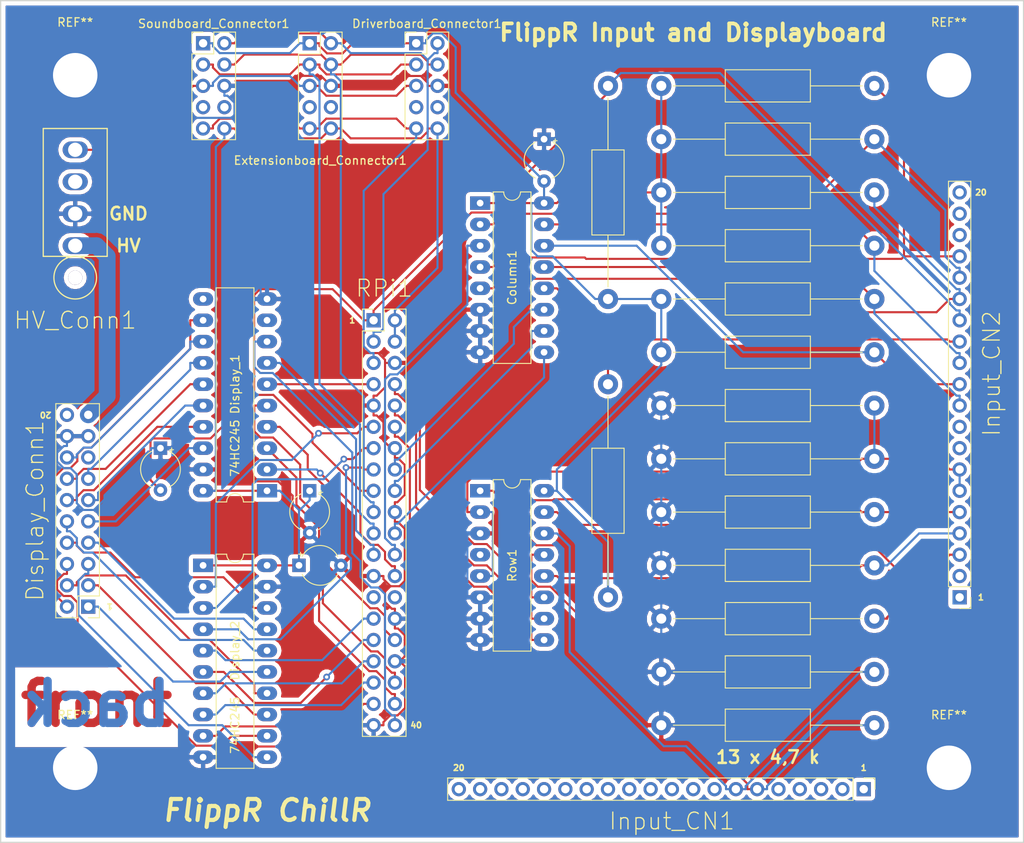
<source format=kicad_pcb>
(kicad_pcb (version 20171130) (host pcbnew 5.0.2-bee76a0~70~ubuntu18.04.1)

  (general
    (thickness 1.6)
    (drawings 22)
    (tracks 734)
    (zones 0)
    (modules 35)
    (nets 100)
  )

  (page A4)
  (layers
    (0 F.Cu signal hide)
    (31 B.Cu signal hide)
    (32 B.Adhes user)
    (33 F.Adhes user)
    (34 B.Paste user)
    (35 F.Paste user)
    (36 B.SilkS user)
    (37 F.SilkS user)
    (38 B.Mask user)
    (39 F.Mask user)
    (40 Dwgs.User user)
    (41 Cmts.User user)
    (42 Eco1.User user)
    (43 Eco2.User user)
    (44 Edge.Cuts user)
    (45 Margin user)
    (46 B.CrtYd user)
    (47 F.CrtYd user)
    (48 B.Fab user)
    (49 F.Fab user)
  )

  (setup
    (last_trace_width 0.25)
    (trace_clearance 0.2)
    (zone_clearance 0.508)
    (zone_45_only no)
    (trace_min 0.2)
    (segment_width 0.2)
    (edge_width 0.15)
    (via_size 0.8)
    (via_drill 0.4)
    (via_min_size 0.4)
    (via_min_drill 0.3)
    (uvia_size 0.3)
    (uvia_drill 0.1)
    (uvias_allowed no)
    (uvia_min_size 0.2)
    (uvia_min_drill 0.1)
    (pcb_text_width 0.3)
    (pcb_text_size 1.5 1.5)
    (mod_edge_width 0.15)
    (mod_text_size 1 1)
    (mod_text_width 0.15)
    (pad_size 8.5 8.5)
    (pad_drill 4.1)
    (pad_to_mask_clearance 0.051)
    (solder_mask_min_width 0.25)
    (aux_axis_origin 0 0)
    (visible_elements FFFFFF7F)
    (pcbplotparams
      (layerselection 0x010fc_ffffffff)
      (usegerberextensions false)
      (usegerberattributes false)
      (usegerberadvancedattributes false)
      (creategerberjobfile false)
      (excludeedgelayer true)
      (linewidth 0.100000)
      (plotframeref false)
      (viasonmask false)
      (mode 1)
      (useauxorigin false)
      (hpglpennumber 1)
      (hpglpenspeed 20)
      (hpglpendiameter 15.000000)
      (psnegative false)
      (psa4output false)
      (plotreference true)
      (plotvalue true)
      (plotinvisibletext false)
      (padsonsilk false)
      (subtractmaskfromsilk false)
      (outputformat 1)
      (mirror false)
      (drillshape 1)
      (scaleselection 1)
      (outputdirectory ""))
  )

  (net 0 "")
  (net 1 "Net-(Column1-Pad14)")
  (net 2 +3V3)
  (net 3 "Net-(Column1-Pad5)")
  (net 4 GND)
  (net 5 /Row_4)
  (net 6 "Net-(Column1-Pad2)")
  (net 7 /Row_5)
  (net 8 "Net-(Column1-Pad4)")
  (net 9 /Row_0)
  (net 10 "Net-(Column1-Pad1)")
  (net 11 /Row_2)
  (net 12 "Net-(Column1-Pad12)")
  (net 13 "Net-(Column1-Pad15)")
  (net 14 /Row_1)
  (net 15 "Net-(Column1-Pad13)")
  (net 16 /Row_3)
  (net 17 "Net-(Display_1-Pad11)")
  (net 18 /~S1)
  (net 19 "Net-(Display_1-Pad12)")
  (net 20 /~S2)
  (net 21 "Net-(Display_1-Pad13)")
  (net 22 /~S3)
  (net 23 "Net-(Display_1-Pad14)")
  (net 24 /~S4)
  (net 25 "Net-(Display_1-Pad15)")
  (net 26 /~S5)
  (net 27 "Net-(Display_1-Pad16)")
  (net 28 /~S6)
  (net 29 "Net-(Display_1-Pad17)")
  (net 30 /~RUN)
  (net 31 "Net-(Display_1-Pad18)")
  (net 32 "Net-(Display_1-Pad9)")
  (net 33 +5V)
  (net 34 /~LT)
  (net 35 "Net-(Display_2-Pad18)")
  (net 36 /~D3)
  (net 37 "Net-(Display_2-Pad17)")
  (net 38 /~D2)
  (net 39 "Net-(Display_2-Pad16)")
  (net 40 /~D1)
  (net 41 "Net-(Display_2-Pad15)")
  (net 42 /~D0)
  (net 43 "Net-(Display_2-Pad14)")
  (net 44 /~A2)
  (net 45 "Net-(Display_2-Pad13)")
  (net 46 /~A1)
  (net 47 "Net-(Display_2-Pad12)")
  (net 48 /~A0)
  (net 49 "Net-(Display_2-Pad11)")
  (net 50 "Net-(Column1-Pad9)")
  (net 51 "Net-(Column1-Pad10)")
  (net 52 "Net-(Column1-Pad3)")
  (net 53 "Net-(Column1-Pad11)")
  (net 54 "Net-(Row1-Pad4)")
  (net 55 "Net-(RPi1-Pad8)")
  (net 56 "Net-(RPi1-Pad10)")
  (net 57 "Net-(RPi1-Pad12)")
  (net 58 "Net-(Display_Conn1-Pad15)")
  (net 59 "Net-(Display_Conn1-Pad19)")
  (net 60 "Net-(Display_Conn1-Pad20)")
  (net 61 "Net-(Input_CN2-Pad1)")
  (net 62 "Net-(Input_CN2-Pad2)")
  (net 63 "Net-(Input_CN2-Pad8)")
  (net 64 "Net-(Input_CN2-Pad9)")
  (net 65 "Net-(Input_CN2-Pad18)")
  (net 66 "Net-(Input_CN2-Pad19)")
  (net 67 "Net-(Input_CN2-Pad20)")
  (net 68 "Net-(Input_CN1-Pad20)")
  (net 69 "Net-(Input_CN1-Pad19)")
  (net 70 "Net-(Input_CN1-Pad18)")
  (net 71 "Net-(Input_CN1-Pad17)")
  (net 72 "Net-(Input_CN1-Pad16)")
  (net 73 "Net-(Input_CN1-Pad15)")
  (net 74 "Net-(Input_CN1-Pad14)")
  (net 75 "Net-(Input_CN1-Pad13)")
  (net 76 "Net-(Input_CN1-Pad12)")
  (net 77 "Net-(Input_CN1-Pad11)")
  (net 78 "Net-(Input_CN1-Pad10)")
  (net 79 "Net-(Input_CN1-Pad9)")
  (net 80 "Net-(Input_CN1-Pad8)")
  (net 81 "Net-(Input_CN1-Pad5)")
  (net 82 "Net-(Input_CN1-Pad4)")
  (net 83 "Net-(Input_CN1-Pad3)")
  (net 84 "Net-(Input_CN1-Pad2)")
  (net 85 "Net-(Input_CN1-Pad1)")
  (net 86 /5.6V)
  (net 87 /PowerFailure)
  (net 88 "Net-(Driverboard_Connector1-Pad2)")
  (net 89 "Net-(Driverboard_Connector1-Pad9)")
  (net 90 "Net-(Driverboard_Connector1-Pad4)")
  (net 91 "Net-(Driverboard_Connector1-Pad3)")
  (net 92 "Net-(RPi1-Pad27)")
  (net 93 "Net-(RPi1-Pad28)")
  (net 94 "Net-(Soundboard_Connector1-Pad7)")
  (net 95 "Net-(Soundboard_Connector1-Pad8)")
  (net 96 "Net-(Extensionboard_Connector1-Pad8)")
  (net 97 "Net-(Extensionboard_Connector1-Pad7)")
  (net 98 "Net-(Driverboard_Connector1-Pad7)")
  (net 99 "Net-(Driverboard_Connector1-Pad8)")

  (net_class Default "This is the default net class."
    (clearance 0.2)
    (trace_width 0.25)
    (via_dia 0.8)
    (via_drill 0.4)
    (uvia_dia 0.3)
    (uvia_drill 0.1)
    (add_net +3V3)
    (add_net +5V)
    (add_net /5.6V)
    (add_net /PowerFailure)
    (add_net /Row_0)
    (add_net /Row_1)
    (add_net /Row_2)
    (add_net /Row_3)
    (add_net /Row_4)
    (add_net /Row_5)
    (add_net /~A0)
    (add_net /~A1)
    (add_net /~A2)
    (add_net /~D0)
    (add_net /~D1)
    (add_net /~D2)
    (add_net /~D3)
    (add_net /~LT)
    (add_net /~RUN)
    (add_net /~S1)
    (add_net /~S2)
    (add_net /~S3)
    (add_net /~S4)
    (add_net /~S5)
    (add_net /~S6)
    (add_net GND)
    (add_net "Net-(Column1-Pad1)")
    (add_net "Net-(Column1-Pad10)")
    (add_net "Net-(Column1-Pad11)")
    (add_net "Net-(Column1-Pad12)")
    (add_net "Net-(Column1-Pad13)")
    (add_net "Net-(Column1-Pad14)")
    (add_net "Net-(Column1-Pad15)")
    (add_net "Net-(Column1-Pad2)")
    (add_net "Net-(Column1-Pad3)")
    (add_net "Net-(Column1-Pad4)")
    (add_net "Net-(Column1-Pad5)")
    (add_net "Net-(Column1-Pad9)")
    (add_net "Net-(Display_1-Pad11)")
    (add_net "Net-(Display_1-Pad12)")
    (add_net "Net-(Display_1-Pad13)")
    (add_net "Net-(Display_1-Pad14)")
    (add_net "Net-(Display_1-Pad15)")
    (add_net "Net-(Display_1-Pad16)")
    (add_net "Net-(Display_1-Pad17)")
    (add_net "Net-(Display_1-Pad18)")
    (add_net "Net-(Display_1-Pad9)")
    (add_net "Net-(Display_2-Pad11)")
    (add_net "Net-(Display_2-Pad12)")
    (add_net "Net-(Display_2-Pad13)")
    (add_net "Net-(Display_2-Pad14)")
    (add_net "Net-(Display_2-Pad15)")
    (add_net "Net-(Display_2-Pad16)")
    (add_net "Net-(Display_2-Pad17)")
    (add_net "Net-(Display_2-Pad18)")
    (add_net "Net-(Display_Conn1-Pad15)")
    (add_net "Net-(Display_Conn1-Pad19)")
    (add_net "Net-(Display_Conn1-Pad20)")
    (add_net "Net-(Driverboard_Connector1-Pad2)")
    (add_net "Net-(Driverboard_Connector1-Pad3)")
    (add_net "Net-(Driverboard_Connector1-Pad4)")
    (add_net "Net-(Driverboard_Connector1-Pad7)")
    (add_net "Net-(Driverboard_Connector1-Pad8)")
    (add_net "Net-(Driverboard_Connector1-Pad9)")
    (add_net "Net-(Extensionboard_Connector1-Pad7)")
    (add_net "Net-(Extensionboard_Connector1-Pad8)")
    (add_net "Net-(Input_CN1-Pad1)")
    (add_net "Net-(Input_CN1-Pad10)")
    (add_net "Net-(Input_CN1-Pad11)")
    (add_net "Net-(Input_CN1-Pad12)")
    (add_net "Net-(Input_CN1-Pad13)")
    (add_net "Net-(Input_CN1-Pad14)")
    (add_net "Net-(Input_CN1-Pad15)")
    (add_net "Net-(Input_CN1-Pad16)")
    (add_net "Net-(Input_CN1-Pad17)")
    (add_net "Net-(Input_CN1-Pad18)")
    (add_net "Net-(Input_CN1-Pad19)")
    (add_net "Net-(Input_CN1-Pad2)")
    (add_net "Net-(Input_CN1-Pad20)")
    (add_net "Net-(Input_CN1-Pad3)")
    (add_net "Net-(Input_CN1-Pad4)")
    (add_net "Net-(Input_CN1-Pad5)")
    (add_net "Net-(Input_CN1-Pad8)")
    (add_net "Net-(Input_CN1-Pad9)")
    (add_net "Net-(Input_CN2-Pad1)")
    (add_net "Net-(Input_CN2-Pad18)")
    (add_net "Net-(Input_CN2-Pad19)")
    (add_net "Net-(Input_CN2-Pad2)")
    (add_net "Net-(Input_CN2-Pad20)")
    (add_net "Net-(Input_CN2-Pad8)")
    (add_net "Net-(Input_CN2-Pad9)")
    (add_net "Net-(RPi1-Pad10)")
    (add_net "Net-(RPi1-Pad12)")
    (add_net "Net-(RPi1-Pad27)")
    (add_net "Net-(RPi1-Pad28)")
    (add_net "Net-(RPi1-Pad8)")
    (add_net "Net-(Row1-Pad4)")
    (add_net "Net-(Soundboard_Connector1-Pad7)")
    (add_net "Net-(Soundboard_Connector1-Pad8)")
  )

  (module Connector_PinHeader_2.54mm:PinHeader_2x05_P2.54mm_Vertical (layer F.Cu) (tedit 59FED5CC) (tstamp 5CD56081)
    (at 133.35 50.8)
    (descr "Through hole straight pin header, 2x05, 2.54mm pitch, double rows")
    (tags "Through hole pin header THT 2x05 2.54mm double row")
    (path /5CE40B14)
    (fp_text reference Driverboard_Connector1 (at 1.27 -2.33) (layer F.SilkS)
      (effects (font (size 1 1) (thickness 0.15)))
    )
    (fp_text value Conn_02x05_Counter_Clockwise (at -7.62 -16.51) (layer F.Fab)
      (effects (font (size 1 1) (thickness 0.15)))
    )
    (fp_line (start 0 -1.27) (end 3.81 -1.27) (layer F.Fab) (width 0.1))
    (fp_line (start 3.81 -1.27) (end 3.81 11.43) (layer F.Fab) (width 0.1))
    (fp_line (start 3.81 11.43) (end -1.27 11.43) (layer F.Fab) (width 0.1))
    (fp_line (start -1.27 11.43) (end -1.27 0) (layer F.Fab) (width 0.1))
    (fp_line (start -1.27 0) (end 0 -1.27) (layer F.Fab) (width 0.1))
    (fp_line (start -1.33 11.49) (end 3.87 11.49) (layer F.SilkS) (width 0.12))
    (fp_line (start -1.33 1.27) (end -1.33 11.49) (layer F.SilkS) (width 0.12))
    (fp_line (start 3.87 -1.33) (end 3.87 11.49) (layer F.SilkS) (width 0.12))
    (fp_line (start -1.33 1.27) (end 1.27 1.27) (layer F.SilkS) (width 0.12))
    (fp_line (start 1.27 1.27) (end 1.27 -1.33) (layer F.SilkS) (width 0.12))
    (fp_line (start 1.27 -1.33) (end 3.87 -1.33) (layer F.SilkS) (width 0.12))
    (fp_line (start -1.33 0) (end -1.33 -1.33) (layer F.SilkS) (width 0.12))
    (fp_line (start -1.33 -1.33) (end 0 -1.33) (layer F.SilkS) (width 0.12))
    (fp_line (start -1.8 -1.8) (end -1.8 11.95) (layer F.CrtYd) (width 0.05))
    (fp_line (start -1.8 11.95) (end 4.35 11.95) (layer F.CrtYd) (width 0.05))
    (fp_line (start 4.35 11.95) (end 4.35 -1.8) (layer F.CrtYd) (width 0.05))
    (fp_line (start 4.35 -1.8) (end -1.8 -1.8) (layer F.CrtYd) (width 0.05))
    (fp_text user %R (at 13.714999 7.064999 90) (layer F.Fab)
      (effects (font (size 1 1) (thickness 0.15)))
    )
    (pad 1 thru_hole rect (at 0 0) (size 1.7 1.7) (drill 1) (layers *.Cu *.Mask)
      (net 2 +3V3))
    (pad 2 thru_hole oval (at 2.54 0) (size 1.7 1.7) (drill 1) (layers *.Cu *.Mask)
      (net 88 "Net-(Driverboard_Connector1-Pad2)"))
    (pad 3 thru_hole oval (at 0 2.54) (size 1.7 1.7) (drill 1) (layers *.Cu *.Mask)
      (net 91 "Net-(Driverboard_Connector1-Pad3)"))
    (pad 4 thru_hole oval (at 2.54 2.54) (size 1.7 1.7) (drill 1) (layers *.Cu *.Mask)
      (net 90 "Net-(Driverboard_Connector1-Pad4)"))
    (pad 5 thru_hole oval (at 0 5.08) (size 1.7 1.7) (drill 1) (layers *.Cu *.Mask)
      (net 86 /5.6V))
    (pad 6 thru_hole oval (at 2.54 5.08) (size 1.7 1.7) (drill 1) (layers *.Cu *.Mask)
      (net 4 GND))
    (pad 7 thru_hole oval (at 0 7.62) (size 1.7 1.7) (drill 1) (layers *.Cu *.Mask)
      (net 98 "Net-(Driverboard_Connector1-Pad7)"))
    (pad 8 thru_hole oval (at 2.54 7.62) (size 1.7 1.7) (drill 1) (layers *.Cu *.Mask)
      (net 99 "Net-(Driverboard_Connector1-Pad8)"))
    (pad 9 thru_hole oval (at 0 10.16) (size 1.7 1.7) (drill 1) (layers *.Cu *.Mask)
      (net 89 "Net-(Driverboard_Connector1-Pad9)"))
    (pad 10 thru_hole oval (at 2.54 10.16) (size 1.7 1.7) (drill 1) (layers *.Cu *.Mask)
      (net 33 +5V))
    (model ${KISYS3DMOD}/Connector_PinHeader_2.54mm.3dshapes/PinHeader_2x05_P2.54mm_Vertical.wrl
      (at (xyz 0 0 0))
      (scale (xyz 1 1 1))
      (rotate (xyz 0 0 0))
    )
  )

  (module Connector_PinHeader_2.54mm:PinHeader_2x05_P2.54mm_Vertical (layer F.Cu) (tedit 59FED5CC) (tstamp 5CD56061)
    (at 120.65 50.8)
    (descr "Through hole straight pin header, 2x05, 2.54mm pitch, double rows")
    (tags "Through hole pin header THT 2x05 2.54mm double row")
    (path /5CE87E7B)
    (fp_text reference Extensionboard_Connector1 (at 1.27 13.97) (layer F.SilkS)
      (effects (font (size 1 1) (thickness 0.15)))
    )
    (fp_text value Conn_02x05_Counter_Clockwise (at 2.54 -8.89) (layer F.Fab)
      (effects (font (size 1 1) (thickness 0.15)))
    )
    (fp_text user %R (at -13.97 -16.51 90) (layer F.Fab)
      (effects (font (size 1 1) (thickness 0.15)))
    )
    (fp_line (start 4.35 -1.8) (end -1.8 -1.8) (layer F.CrtYd) (width 0.05))
    (fp_line (start 4.35 11.95) (end 4.35 -1.8) (layer F.CrtYd) (width 0.05))
    (fp_line (start -1.8 11.95) (end 4.35 11.95) (layer F.CrtYd) (width 0.05))
    (fp_line (start -1.8 -1.8) (end -1.8 11.95) (layer F.CrtYd) (width 0.05))
    (fp_line (start -1.33 -1.33) (end 0 -1.33) (layer F.SilkS) (width 0.12))
    (fp_line (start -1.33 0) (end -1.33 -1.33) (layer F.SilkS) (width 0.12))
    (fp_line (start 1.27 -1.33) (end 3.87 -1.33) (layer F.SilkS) (width 0.12))
    (fp_line (start 1.27 1.27) (end 1.27 -1.33) (layer F.SilkS) (width 0.12))
    (fp_line (start -1.33 1.27) (end 1.27 1.27) (layer F.SilkS) (width 0.12))
    (fp_line (start 3.87 -1.33) (end 3.87 11.49) (layer F.SilkS) (width 0.12))
    (fp_line (start -1.33 1.27) (end -1.33 11.49) (layer F.SilkS) (width 0.12))
    (fp_line (start -1.33 11.49) (end 3.87 11.49) (layer F.SilkS) (width 0.12))
    (fp_line (start -1.27 0) (end 0 -1.27) (layer F.Fab) (width 0.1))
    (fp_line (start -1.27 11.43) (end -1.27 0) (layer F.Fab) (width 0.1))
    (fp_line (start 3.81 11.43) (end -1.27 11.43) (layer F.Fab) (width 0.1))
    (fp_line (start 3.81 -1.27) (end 3.81 11.43) (layer F.Fab) (width 0.1))
    (fp_line (start 0 -1.27) (end 3.81 -1.27) (layer F.Fab) (width 0.1))
    (pad 10 thru_hole oval (at 2.54 10.16) (size 1.7 1.7) (drill 1) (layers *.Cu *.Mask)
      (net 33 +5V))
    (pad 9 thru_hole oval (at 0 10.16) (size 1.7 1.7) (drill 1) (layers *.Cu *.Mask)
      (net 89 "Net-(Driverboard_Connector1-Pad9)"))
    (pad 8 thru_hole oval (at 2.54 7.62) (size 1.7 1.7) (drill 1) (layers *.Cu *.Mask)
      (net 96 "Net-(Extensionboard_Connector1-Pad8)"))
    (pad 7 thru_hole oval (at 0 7.62) (size 1.7 1.7) (drill 1) (layers *.Cu *.Mask)
      (net 97 "Net-(Extensionboard_Connector1-Pad7)"))
    (pad 6 thru_hole oval (at 2.54 5.08) (size 1.7 1.7) (drill 1) (layers *.Cu *.Mask)
      (net 4 GND))
    (pad 5 thru_hole oval (at 0 5.08) (size 1.7 1.7) (drill 1) (layers *.Cu *.Mask)
      (net 86 /5.6V))
    (pad 4 thru_hole oval (at 2.54 2.54) (size 1.7 1.7) (drill 1) (layers *.Cu *.Mask)
      (net 90 "Net-(Driverboard_Connector1-Pad4)"))
    (pad 3 thru_hole oval (at 0 2.54) (size 1.7 1.7) (drill 1) (layers *.Cu *.Mask)
      (net 91 "Net-(Driverboard_Connector1-Pad3)"))
    (pad 2 thru_hole oval (at 2.54 0) (size 1.7 1.7) (drill 1) (layers *.Cu *.Mask)
      (net 88 "Net-(Driverboard_Connector1-Pad2)"))
    (pad 1 thru_hole rect (at 0 0) (size 1.7 1.7) (drill 1) (layers *.Cu *.Mask)
      (net 2 +3V3))
    (model ${KISYS3DMOD}/Connector_PinHeader_2.54mm.3dshapes/PinHeader_2x05_P2.54mm_Vertical.wrl
      (at (xyz 0 0 0))
      (scale (xyz 1 1 1))
      (rotate (xyz 0 0 0))
    )
  )

  (module Connector_PinHeader_2.54mm:PinHeader_2x05_P2.54mm_Vertical (layer F.Cu) (tedit 59FED5CC) (tstamp 5CD56041)
    (at 107.95 50.8)
    (descr "Through hole straight pin header, 2x05, 2.54mm pitch, double rows")
    (tags "Through hole pin header THT 2x05 2.54mm double row")
    (path /5CDA94CF)
    (fp_text reference Soundboard_Connector1 (at 1.27 -2.33) (layer F.SilkS)
      (effects (font (size 1 1) (thickness 0.15)))
    )
    (fp_text value Conn_02x05_Counter_Clockwise (at 16.51 -13.97) (layer F.Fab)
      (effects (font (size 1 1) (thickness 0.15)))
    )
    (fp_line (start 0 -1.27) (end 3.81 -1.27) (layer F.Fab) (width 0.1))
    (fp_line (start 3.81 -1.27) (end 3.81 11.43) (layer F.Fab) (width 0.1))
    (fp_line (start 3.81 11.43) (end -1.27 11.43) (layer F.Fab) (width 0.1))
    (fp_line (start -1.27 11.43) (end -1.27 0) (layer F.Fab) (width 0.1))
    (fp_line (start -1.27 0) (end 0 -1.27) (layer F.Fab) (width 0.1))
    (fp_line (start -1.33 11.49) (end 3.87 11.49) (layer F.SilkS) (width 0.12))
    (fp_line (start -1.33 1.27) (end -1.33 11.49) (layer F.SilkS) (width 0.12))
    (fp_line (start 3.87 -1.33) (end 3.87 11.49) (layer F.SilkS) (width 0.12))
    (fp_line (start -1.33 1.27) (end 1.27 1.27) (layer F.SilkS) (width 0.12))
    (fp_line (start 1.27 1.27) (end 1.27 -1.33) (layer F.SilkS) (width 0.12))
    (fp_line (start 1.27 -1.33) (end 3.87 -1.33) (layer F.SilkS) (width 0.12))
    (fp_line (start -1.33 0) (end -1.33 -1.33) (layer F.SilkS) (width 0.12))
    (fp_line (start -1.33 -1.33) (end 0 -1.33) (layer F.SilkS) (width 0.12))
    (fp_line (start -1.8 -1.8) (end -1.8 11.95) (layer F.CrtYd) (width 0.05))
    (fp_line (start -1.8 11.95) (end 4.35 11.95) (layer F.CrtYd) (width 0.05))
    (fp_line (start 4.35 11.95) (end 4.35 -1.8) (layer F.CrtYd) (width 0.05))
    (fp_line (start 4.35 -1.8) (end -1.8 -1.8) (layer F.CrtYd) (width 0.05))
    (fp_text user %R (at 26.67 -19.05 90) (layer F.Fab)
      (effects (font (size 1 1) (thickness 0.15)))
    )
    (pad 1 thru_hole rect (at 0 0) (size 1.7 1.7) (drill 1) (layers *.Cu *.Mask)
      (net 2 +3V3))
    (pad 2 thru_hole oval (at 2.54 0) (size 1.7 1.7) (drill 1) (layers *.Cu *.Mask)
      (net 88 "Net-(Driverboard_Connector1-Pad2)"))
    (pad 3 thru_hole oval (at 0 2.54) (size 1.7 1.7) (drill 1) (layers *.Cu *.Mask)
      (net 91 "Net-(Driverboard_Connector1-Pad3)"))
    (pad 4 thru_hole oval (at 2.54 2.54) (size 1.7 1.7) (drill 1) (layers *.Cu *.Mask)
      (net 90 "Net-(Driverboard_Connector1-Pad4)"))
    (pad 5 thru_hole oval (at 0 5.08) (size 1.7 1.7) (drill 1) (layers *.Cu *.Mask)
      (net 86 /5.6V))
    (pad 6 thru_hole oval (at 2.54 5.08) (size 1.7 1.7) (drill 1) (layers *.Cu *.Mask)
      (net 4 GND))
    (pad 7 thru_hole oval (at 0 7.62) (size 1.7 1.7) (drill 1) (layers *.Cu *.Mask)
      (net 94 "Net-(Soundboard_Connector1-Pad7)"))
    (pad 8 thru_hole oval (at 2.54 7.62) (size 1.7 1.7) (drill 1) (layers *.Cu *.Mask)
      (net 95 "Net-(Soundboard_Connector1-Pad8)"))
    (pad 9 thru_hole oval (at 0 10.16) (size 1.7 1.7) (drill 1) (layers *.Cu *.Mask)
      (net 89 "Net-(Driverboard_Connector1-Pad9)"))
    (pad 10 thru_hole oval (at 2.54 10.16) (size 1.7 1.7) (drill 1) (layers *.Cu *.Mask)
      (net 33 +5V))
    (model ${KISYS3DMOD}/Connector_PinHeader_2.54mm.3dshapes/PinHeader_2x05_P2.54mm_Vertical.wrl
      (at (xyz 0 0 0))
      (scale (xyz 1 1 1))
      (rotate (xyz 0 0 0))
    )
  )

  (module Capacitor_THT:CP_Radial_Tantal_D4.5mm_P5.00mm (layer F.Cu) (tedit 5AE50EF0) (tstamp 5C65C79A)
    (at 120.65 104.14 270)
    (descr "CP, Radial_Tantal series, Radial, pin pitch=5.00mm, , diameter=4.5mm, Tantal Electrolytic Capacitor, http://cdn-reichelt.de/documents/datenblatt/B300/TANTAL-TB-Serie%23.pdf")
    (tags "CP Radial_Tantal series Radial pin pitch 5.00mm  diameter 4.5mm Tantal Electrolytic Capacitor")
    (path /5C658A9E)
    (fp_text reference C1 (at 6.35 40.64 270) (layer F.SilkS)
      (effects (font (size 1 1) (thickness 0.15)))
    )
    (fp_text value C_Small (at 2.5 3.5 270) (layer F.Fab)
      (effects (font (size 1 1) (thickness 0.15)))
    )
    (fp_text user %R (at 2.5 0 270) (layer F.Fab)
      (effects (font (size 0.9 0.9) (thickness 0.135)))
    )
    (fp_line (start 0.187712 -1.56) (end 0.187712 -1.11) (layer F.SilkS) (width 0.12))
    (fp_line (start -0.037288 -1.335) (end 0.412712 -1.335) (layer F.SilkS) (width 0.12))
    (fp_line (start 0.80692 -1.2025) (end 0.80692 -0.7525) (layer F.Fab) (width 0.1))
    (fp_line (start 0.58192 -0.9775) (end 1.03192 -0.9775) (layer F.Fab) (width 0.1))
    (fp_circle (center 2.5 0) (end 6.22 0) (layer F.CrtYd) (width 0.05))
    (fp_circle (center 2.5 0) (end 4.75 0) (layer F.Fab) (width 0.1))
    (fp_arc (start 2.5 0) (end 0.380259 1.06) (angle -126.864288) (layer F.SilkS) (width 0.12))
    (fp_arc (start 2.5 0) (end 0.380259 -1.06) (angle 126.864288) (layer F.SilkS) (width 0.12))
    (pad 2 thru_hole circle (at 5 0 270) (size 1.6 1.6) (drill 0.8) (layers *.Cu *.Mask)
      (net 4 GND))
    (pad 1 thru_hole rect (at 0 0 270) (size 1.6 1.6) (drill 0.8) (layers *.Cu *.Mask)
      (net 33 +5V))
    (model ${KISYS3DMOD}/Capacitor_THT.3dshapes/CP_Radial_Tantal_D4.5mm_P5.00mm.wrl
      (at (xyz 0 0 0))
      (scale (xyz 1 1 1))
      (rotate (xyz 0 0 0))
    )
  )

  (module Capacitor_THT:CP_Radial_Tantal_D4.5mm_P5.00mm (layer F.Cu) (tedit 5AE50EF0) (tstamp 5C65C78B)
    (at 119.38 113.03)
    (descr "CP, Radial_Tantal series, Radial, pin pitch=5.00mm, , diameter=4.5mm, Tantal Electrolytic Capacitor, http://cdn-reichelt.de/documents/datenblatt/B300/TANTAL-TB-Serie%23.pdf")
    (tags "CP Radial_Tantal series Radial pin pitch 5.00mm  diameter 4.5mm Tantal Electrolytic Capacitor")
    (path /5C68B326)
    (fp_text reference C2 (at -41.91 10.16) (layer F.SilkS)
      (effects (font (size 1 1) (thickness 0.15)))
    )
    (fp_text value C_Small (at 2.5 3.5) (layer F.Fab)
      (effects (font (size 1 1) (thickness 0.15)))
    )
    (fp_arc (start 2.5 0) (end 0.380259 -1.06) (angle 126.864288) (layer F.SilkS) (width 0.12))
    (fp_arc (start 2.5 0) (end 0.380259 1.06) (angle -126.864288) (layer F.SilkS) (width 0.12))
    (fp_circle (center 2.5 0) (end 4.75 0) (layer F.Fab) (width 0.1))
    (fp_circle (center 2.5 0) (end 6.22 0) (layer F.CrtYd) (width 0.05))
    (fp_line (start 0.58192 -0.9775) (end 1.03192 -0.9775) (layer F.Fab) (width 0.1))
    (fp_line (start 0.80692 -1.2025) (end 0.80692 -0.7525) (layer F.Fab) (width 0.1))
    (fp_line (start -0.037288 -1.335) (end 0.412712 -1.335) (layer F.SilkS) (width 0.12))
    (fp_line (start 0.187712 -1.56) (end 0.187712 -1.11) (layer F.SilkS) (width 0.12))
    (fp_text user %R (at 2.5 0) (layer F.Fab)
      (effects (font (size 0.9 0.9) (thickness 0.135)))
    )
    (pad 1 thru_hole rect (at 0 0) (size 1.6 1.6) (drill 0.8) (layers *.Cu *.Mask)
      (net 33 +5V))
    (pad 2 thru_hole circle (at 5 0) (size 1.6 1.6) (drill 0.8) (layers *.Cu *.Mask)
      (net 4 GND))
    (model ${KISYS3DMOD}/Capacitor_THT.3dshapes/CP_Radial_Tantal_D4.5mm_P5.00mm.wrl
      (at (xyz 0 0 0))
      (scale (xyz 1 1 1))
      (rotate (xyz 0 0 0))
    )
  )

  (module Capacitor_THT:CP_Radial_Tantal_D4.5mm_P5.00mm (layer F.Cu) (tedit 5AE50EF0) (tstamp 5C65C77C)
    (at 102.87 99.06 270)
    (descr "CP, Radial_Tantal series, Radial, pin pitch=5.00mm, , diameter=4.5mm, Tantal Electrolytic Capacitor, http://cdn-reichelt.de/documents/datenblatt/B300/TANTAL-TB-Serie%23.pdf")
    (tags "CP Radial_Tantal series Radial pin pitch 5.00mm  diameter 4.5mm Tantal Electrolytic Capacitor")
    (path /5C68C137)
    (fp_text reference C3 (at 17.78 24.13 270) (layer F.SilkS)
      (effects (font (size 1 1) (thickness 0.15)))
    )
    (fp_text value C_Small (at 2.5 3.5 270) (layer F.Fab)
      (effects (font (size 1 1) (thickness 0.15)))
    )
    (fp_text user %R (at 2.5 0 270) (layer F.Fab)
      (effects (font (size 0.9 0.9) (thickness 0.135)))
    )
    (fp_line (start 0.187712 -1.56) (end 0.187712 -1.11) (layer F.SilkS) (width 0.12))
    (fp_line (start -0.037288 -1.335) (end 0.412712 -1.335) (layer F.SilkS) (width 0.12))
    (fp_line (start 0.80692 -1.2025) (end 0.80692 -0.7525) (layer F.Fab) (width 0.1))
    (fp_line (start 0.58192 -0.9775) (end 1.03192 -0.9775) (layer F.Fab) (width 0.1))
    (fp_circle (center 2.5 0) (end 6.22 0) (layer F.CrtYd) (width 0.05))
    (fp_circle (center 2.5 0) (end 4.75 0) (layer F.Fab) (width 0.1))
    (fp_arc (start 2.5 0) (end 0.380259 1.06) (angle -126.864288) (layer F.SilkS) (width 0.12))
    (fp_arc (start 2.5 0) (end 0.380259 -1.06) (angle 126.864288) (layer F.SilkS) (width 0.12))
    (pad 2 thru_hole circle (at 5 0 270) (size 1.6 1.6) (drill 0.8) (layers *.Cu *.Mask)
      (net 2 +3V3))
    (pad 1 thru_hole rect (at 0 0 270) (size 1.6 1.6) (drill 0.8) (layers *.Cu *.Mask)
      (net 4 GND))
    (model ${KISYS3DMOD}/Capacitor_THT.3dshapes/CP_Radial_Tantal_D4.5mm_P5.00mm.wrl
      (at (xyz 0 0 0))
      (scale (xyz 1 1 1))
      (rotate (xyz 0 0 0))
    )
  )

  (module Capacitor_THT:CP_Radial_Tantal_D4.5mm_P5.00mm (layer F.Cu) (tedit 5AE50EF0) (tstamp 5C65C76D)
    (at 148.59 62.23 270)
    (descr "CP, Radial_Tantal series, Radial, pin pitch=5.00mm, , diameter=4.5mm, Tantal Electrolytic Capacitor, http://cdn-reichelt.de/documents/datenblatt/B300/TANTAL-TB-Serie%23.pdf")
    (tags "CP Radial_Tantal series Radial pin pitch 5.00mm  diameter 4.5mm Tantal Electrolytic Capacitor")
    (path /5C68BCD2)
    (fp_text reference C4 (at -26.67 -2.54 270) (layer F.SilkS)
      (effects (font (size 1 1) (thickness 0.15)))
    )
    (fp_text value C_Small (at 2.5 3.5 270) (layer F.Fab)
      (effects (font (size 1 1) (thickness 0.15)))
    )
    (fp_arc (start 2.5 0) (end 0.380259 -1.06) (angle 126.864288) (layer F.SilkS) (width 0.12))
    (fp_arc (start 2.5 0) (end 0.380259 1.06) (angle -126.864288) (layer F.SilkS) (width 0.12))
    (fp_circle (center 2.5 0) (end 4.75 0) (layer F.Fab) (width 0.1))
    (fp_circle (center 2.5 0) (end 6.22 0) (layer F.CrtYd) (width 0.05))
    (fp_line (start 0.58192 -0.9775) (end 1.03192 -0.9775) (layer F.Fab) (width 0.1))
    (fp_line (start 0.80692 -1.2025) (end 0.80692 -0.7525) (layer F.Fab) (width 0.1))
    (fp_line (start -0.037288 -1.335) (end 0.412712 -1.335) (layer F.SilkS) (width 0.12))
    (fp_line (start 0.187712 -1.56) (end 0.187712 -1.11) (layer F.SilkS) (width 0.12))
    (fp_text user %R (at 2.5 0 270) (layer F.Fab)
      (effects (font (size 0.9 0.9) (thickness 0.135)))
    )
    (pad 1 thru_hole rect (at 0 0 270) (size 1.6 1.6) (drill 0.8) (layers *.Cu *.Mask)
      (net 4 GND))
    (pad 2 thru_hole circle (at 5 0 270) (size 1.6 1.6) (drill 0.8) (layers *.Cu *.Mask)
      (net 2 +3V3))
    (model ${KISYS3DMOD}/Capacitor_THT.3dshapes/CP_Radial_Tantal_D4.5mm_P5.00mm.wrl
      (at (xyz 0 0 0))
      (scale (xyz 1 1 1))
      (rotate (xyz 0 0 0))
    )
  )

  (module Connector:Dicker170V_Conn (layer F.Cu) (tedit 5C536FA3) (tstamp 5C54E2C5)
    (at 92.71 71.12)
    (path /5C566356)
    (fp_text reference HV_Conn1 (at 0 12.7) (layer F.SilkS)
      (effects (font (size 2 2) (thickness 0.15)))
    )
    (fp_text value Conn_01x04_Male (at -20.32 -6.35) (layer F.Fab)
      (effects (font (size 1 1) (thickness 0.15)))
    )
    (fp_line (start -3.81 5.08) (end -3.81 -10.16) (layer F.Fab) (width 0.15))
    (fp_line (start -3.81 -10.16) (end 3.81 -10.16) (layer F.Fab) (width 0.15))
    (fp_line (start 3.81 -10.16) (end 3.81 5.08) (layer F.Fab) (width 0.15))
    (fp_line (start -3.81 5.08) (end 3.81 5.08) (layer F.Fab) (width 0.15))
    (fp_circle (center 0 7.62) (end 2.55 7.62) (layer F.Fab) (width 0.15))
    (fp_line (start -3.81 -10.16) (end -3.81 5.08) (layer F.SilkS) (width 0.15))
    (fp_line (start -3.81 5.08) (end 3.81 5.08) (layer F.SilkS) (width 0.15))
    (fp_line (start 3.81 5.08) (end 3.81 -10.16) (layer F.SilkS) (width 0.15))
    (fp_line (start 3.81 -10.16) (end -3.81 -10.16) (layer F.SilkS) (width 0.15))
    (fp_circle (center 0 7.62) (end 2.54 7.62) (layer F.SilkS) (width 0.15))
    (pad 2 thru_hole oval (at 0 0) (size 3 2) (drill 1.7) (layers *.Cu *.Mask)
      (net 4 GND))
    (pad 4 thru_hole oval (at 0 -7.62) (size 3 2) (drill 1.7) (layers *.Cu *.Mask)
      (net 86 /5.6V))
    (pad 3 thru_hole oval (at 0 -3.81) (size 3 2) (drill 1.7) (layers *.Cu *.Mask)
      (net 87 /PowerFailure))
    (pad 1 thru_hole oval (at 0 3.81) (size 3 2) (drill 1.7) (layers *.Cu *.Mask)
      (net 59 "Net-(Display_Conn1-Pad19)"))
    (pad 0 thru_hole oval (at 0 7.62) (size 1.7 1.7) (drill 1.7) (layers *.Cu *.Mask))
  )

  (module Connector_PinHeader_2.54mm:PinHeader_2x10_P2.54mm_Vertical (layer F.Cu) (tedit 5C536F9F) (tstamp 5C54E20E)
    (at 94.2652 117.947 180)
    (descr "Through hole straight pin header, 2x10, 2.54mm pitch, double rows")
    (tags "Through hole pin header THT 2x10 2.54mm double row")
    (path /5C4A4311)
    (fp_text reference Display_Conn1 (at 6.35 11.43 270) (layer F.SilkS)
      (effects (font (size 2 2) (thickness 0.15)))
    )
    (fp_text value Conn_02x10_Odd_Even (at -24.13 13.97 180) (layer F.Fab)
      (effects (font (size 1 1) (thickness 0.15)))
    )
    (fp_line (start 0 -1.27) (end 3.81 -1.27) (layer F.Fab) (width 0.1))
    (fp_line (start 3.81 -1.27) (end 3.81 24.13) (layer F.Fab) (width 0.1))
    (fp_line (start 3.81 24.13) (end -1.27 24.13) (layer F.Fab) (width 0.1))
    (fp_line (start -1.27 24.13) (end -1.27 0) (layer F.Fab) (width 0.1))
    (fp_line (start -1.27 0) (end 0 -1.27) (layer F.Fab) (width 0.1))
    (fp_line (start -1.33 24.19) (end 3.87 24.19) (layer F.SilkS) (width 0.12))
    (fp_line (start -1.33 1.27) (end -1.33 24.19) (layer F.SilkS) (width 0.12))
    (fp_line (start 3.87 -1.33) (end 3.87 24.19) (layer F.SilkS) (width 0.12))
    (fp_line (start -1.33 1.27) (end 1.27 1.27) (layer F.SilkS) (width 0.12))
    (fp_line (start 1.27 1.27) (end 1.27 -1.33) (layer F.SilkS) (width 0.12))
    (fp_line (start 1.27 -1.33) (end 3.87 -1.33) (layer F.SilkS) (width 0.12))
    (fp_line (start -1.33 0) (end -1.33 -1.33) (layer F.SilkS) (width 0.12))
    (fp_line (start -1.33 -1.33) (end 0 -1.33) (layer F.SilkS) (width 0.12))
    (fp_line (start -1.8 -1.8) (end -1.8 24.65) (layer F.CrtYd) (width 0.05))
    (fp_line (start -1.8 24.65) (end 4.35 24.65) (layer F.CrtYd) (width 0.05))
    (fp_line (start 4.35 24.65) (end 4.35 -1.8) (layer F.CrtYd) (width 0.05))
    (fp_line (start 4.35 -1.8) (end -1.8 -1.8) (layer F.CrtYd) (width 0.05))
    (fp_text user %R (at 1.27 11.43 270) (layer F.Fab)
      (effects (font (size 1 1) (thickness 0.15)))
    )
    (pad 1 thru_hole rect (at 0 0 180) (size 1.7 1.7) (drill 1) (layers *.Cu *.Mask)
      (net 41 "Net-(Display_2-Pad15)"))
    (pad 2 thru_hole oval (at 2.54 0 180) (size 1.7 1.7) (drill 1) (layers *.Cu *.Mask)
      (net 19 "Net-(Display_1-Pad12)"))
    (pad 3 thru_hole oval (at 0 2.54 180) (size 1.7 1.7) (drill 1) (layers *.Cu *.Mask)
      (net 45 "Net-(Display_2-Pad13)"))
    (pad 4 thru_hole oval (at 2.54 2.54 180) (size 1.7 1.7) (drill 1) (layers *.Cu *.Mask)
      (net 43 "Net-(Display_2-Pad14)"))
    (pad 5 thru_hole oval (at 0 5.08 180) (size 1.7 1.7) (drill 1) (layers *.Cu *.Mask)
      (net 49 "Net-(Display_2-Pad11)"))
    (pad 6 thru_hole oval (at 2.54 5.08 180) (size 1.7 1.7) (drill 1) (layers *.Cu *.Mask)
      (net 47 "Net-(Display_2-Pad12)"))
    (pad 7 thru_hole oval (at 0 7.62 180) (size 1.7 1.7) (drill 1) (layers *.Cu *.Mask)
      (net 37 "Net-(Display_2-Pad17)"))
    (pad 8 thru_hole oval (at 2.54 7.62 180) (size 1.7 1.7) (drill 1) (layers *.Cu *.Mask)
      (net 35 "Net-(Display_2-Pad18)"))
    (pad 9 thru_hole oval (at 0 10.16 180) (size 1.7 1.7) (drill 1) (layers *.Cu *.Mask)
      (net 31 "Net-(Display_1-Pad18)"))
    (pad 10 thru_hole oval (at 2.54 10.16 180) (size 1.7 1.7) (drill 1) (layers *.Cu *.Mask)
      (net 39 "Net-(Display_2-Pad16)"))
    (pad 11 thru_hole oval (at 0 12.7 180) (size 1.7 1.7) (drill 1) (layers *.Cu *.Mask)
      (net 27 "Net-(Display_1-Pad16)"))
    (pad 12 thru_hole oval (at 2.54 12.7 180) (size 1.7 1.7) (drill 1) (layers *.Cu *.Mask)
      (net 29 "Net-(Display_1-Pad17)"))
    (pad 13 thru_hole oval (at 0 15.24 180) (size 1.7 1.7) (drill 1) (layers *.Cu *.Mask)
      (net 23 "Net-(Display_1-Pad14)"))
    (pad 14 thru_hole oval (at 2.54 15.24 180) (size 1.7 1.7) (drill 1) (layers *.Cu *.Mask)
      (net 25 "Net-(Display_1-Pad15)"))
    (pad 15 thru_hole oval (at 0 17.78 180) (size 1.7 1.7) (drill 1) (layers *.Cu *.Mask)
      (net 58 "Net-(Display_Conn1-Pad15)"))
    (pad 16 thru_hole oval (at 2.54 17.78 180) (size 1.7 1.7) (drill 1) (layers *.Cu *.Mask)
      (net 21 "Net-(Display_1-Pad13)"))
    (pad 17 thru_hole oval (at 0 20.32 180) (size 1.7 1.7) (drill 1) (layers *.Cu *.Mask)
      (net 4 GND))
    (pad 18 thru_hole oval (at 2.54 20.32 180) (size 1.7 1.7) (drill 1) (layers *.Cu *.Mask)
      (net 4 GND))
    (pad 19 thru_hole oval (at 0 22.86 180) (size 1.7 1.7) (drill 1) (layers *.Cu *.Mask)
      (net 59 "Net-(Display_Conn1-Pad19)"))
    (pad 20 thru_hole oval (at 2.54 22.86 180) (size 1.7 1.7) (drill 1) (layers *.Cu *.Mask)
      (net 60 "Net-(Display_Conn1-Pad20)"))
    (model ${KISYS3DMOD}/Connector_PinHeader_2.54mm.3dshapes/PinHeader_2x10_P2.54mm_Vertical.wrl
      (at (xyz 0 0 0))
      (scale (xyz 1 1 1))
      (rotate (xyz 0 0 0))
    )
  )

  (module Connector_PinHeader_2.54mm:PinHeader_2x20_P2.54mm_Vertical (layer F.Cu) (tedit 5C536F8C) (tstamp 5C54E1E4)
    (at 128.27 83.82)
    (descr "Through hole straight pin header, 2x20, 2.54mm pitch, double rows")
    (tags "Through hole pin header THT 2x20 2.54mm double row")
    (path /5C4A3BB2)
    (fp_text reference RPi1 (at 1.27 -3.81) (layer F.SilkS)
      (effects (font (size 2 2) (thickness 0.15)))
    )
    (fp_text value Raspberry_Pi_2_3 (at 1.27 50.59) (layer F.Fab)
      (effects (font (size 1 1) (thickness 0.15)))
    )
    (fp_line (start 0 -1.27) (end 3.81 -1.27) (layer F.Fab) (width 0.1))
    (fp_line (start 3.81 -1.27) (end 3.81 49.53) (layer F.Fab) (width 0.1))
    (fp_line (start 3.81 49.53) (end -1.27 49.53) (layer F.Fab) (width 0.1))
    (fp_line (start -1.27 49.53) (end -1.27 0) (layer F.Fab) (width 0.1))
    (fp_line (start -1.27 0) (end 0 -1.27) (layer F.Fab) (width 0.1))
    (fp_line (start -1.33 49.59) (end 3.87 49.59) (layer F.SilkS) (width 0.12))
    (fp_line (start -1.33 1.27) (end -1.33 49.59) (layer F.SilkS) (width 0.12))
    (fp_line (start 3.87 -1.33) (end 3.87 49.59) (layer F.SilkS) (width 0.12))
    (fp_line (start -1.33 1.27) (end 1.27 1.27) (layer F.SilkS) (width 0.12))
    (fp_line (start 1.27 1.27) (end 1.27 -1.33) (layer F.SilkS) (width 0.12))
    (fp_line (start 1.27 -1.33) (end 3.87 -1.33) (layer F.SilkS) (width 0.12))
    (fp_line (start -1.33 0) (end -1.33 -1.33) (layer F.SilkS) (width 0.12))
    (fp_line (start -1.33 -1.33) (end 0 -1.33) (layer F.SilkS) (width 0.12))
    (fp_line (start -1.8 -1.8) (end -1.8 50.05) (layer F.CrtYd) (width 0.05))
    (fp_line (start -1.8 50.05) (end 4.35 50.05) (layer F.CrtYd) (width 0.05))
    (fp_line (start 4.35 50.05) (end 4.35 -1.8) (layer F.CrtYd) (width 0.05))
    (fp_line (start 4.35 -1.8) (end -1.8 -1.8) (layer F.CrtYd) (width 0.05))
    (fp_text user %R (at 1.27 24.13 90) (layer F.Fab)
      (effects (font (size 1 1) (thickness 0.15)))
    )
    (pad 1 thru_hole rect (at 0 0) (size 1.7 1.7) (drill 1) (layers *.Cu *.Mask)
      (net 2 +3V3))
    (pad 2 thru_hole oval (at 2.54 0) (size 1.7 1.7) (drill 1) (layers *.Cu *.Mask)
      (net 33 +5V))
    (pad 3 thru_hole oval (at 0 2.54) (size 1.7 1.7) (drill 1) (layers *.Cu *.Mask)
      (net 88 "Net-(Driverboard_Connector1-Pad2)"))
    (pad 4 thru_hole oval (at 2.54 2.54) (size 1.7 1.7) (drill 1) (layers *.Cu *.Mask)
      (net 33 +5V))
    (pad 5 thru_hole oval (at 0 5.08) (size 1.7 1.7) (drill 1) (layers *.Cu *.Mask)
      (net 89 "Net-(Driverboard_Connector1-Pad9)"))
    (pad 6 thru_hole oval (at 2.54 5.08) (size 1.7 1.7) (drill 1) (layers *.Cu *.Mask)
      (net 4 GND))
    (pad 7 thru_hole oval (at 0 7.62) (size 1.7 1.7) (drill 1) (layers *.Cu *.Mask)
      (net 26 /~S5))
    (pad 8 thru_hole oval (at 2.54 7.62) (size 1.7 1.7) (drill 1) (layers *.Cu *.Mask)
      (net 55 "Net-(RPi1-Pad8)"))
    (pad 9 thru_hole oval (at 0 10.16) (size 1.7 1.7) (drill 1) (layers *.Cu *.Mask)
      (net 4 GND))
    (pad 10 thru_hole oval (at 2.54 10.16) (size 1.7 1.7) (drill 1) (layers *.Cu *.Mask)
      (net 56 "Net-(RPi1-Pad10)"))
    (pad 11 thru_hole oval (at 0 12.7) (size 1.7 1.7) (drill 1) (layers *.Cu *.Mask)
      (net 48 /~A0))
    (pad 12 thru_hole oval (at 2.54 12.7) (size 1.7 1.7) (drill 1) (layers *.Cu *.Mask)
      (net 57 "Net-(RPi1-Pad12)"))
    (pad 13 thru_hole oval (at 0 15.24) (size 1.7 1.7) (drill 1) (layers *.Cu *.Mask)
      (net 46 /~A1))
    (pad 14 thru_hole oval (at 2.54 15.24) (size 1.7 1.7) (drill 1) (layers *.Cu *.Mask)
      (net 4 GND))
    (pad 15 thru_hole oval (at 0 17.78) (size 1.7 1.7) (drill 1) (layers *.Cu *.Mask)
      (net 44 /~A2))
    (pad 16 thru_hole oval (at 2.54 17.78) (size 1.7 1.7) (drill 1) (layers *.Cu *.Mask)
      (net 53 "Net-(Column1-Pad11)"))
    (pad 17 thru_hole oval (at 0 20.32) (size 1.7 1.7) (drill 1) (layers *.Cu *.Mask)
      (net 2 +3V3))
    (pad 18 thru_hole oval (at 2.54 20.32) (size 1.7 1.7) (drill 1) (layers *.Cu *.Mask)
      (net 51 "Net-(Column1-Pad10)"))
    (pad 19 thru_hole oval (at 0 22.86) (size 1.7 1.7) (drill 1) (layers *.Cu *.Mask)
      (net 90 "Net-(Driverboard_Connector1-Pad4)"))
    (pad 20 thru_hole oval (at 2.54 22.86) (size 1.7 1.7) (drill 1) (layers *.Cu *.Mask)
      (net 4 GND))
    (pad 21 thru_hole oval (at 0 25.4) (size 1.7 1.7) (drill 1) (layers *.Cu *.Mask)
      (net 91 "Net-(Driverboard_Connector1-Pad3)"))
    (pad 22 thru_hole oval (at 2.54 25.4) (size 1.7 1.7) (drill 1) (layers *.Cu *.Mask)
      (net 50 "Net-(Column1-Pad9)"))
    (pad 23 thru_hole oval (at 0 27.94) (size 1.7 1.7) (drill 1) (layers *.Cu *.Mask)
      (net 28 /~S6))
    (pad 24 thru_hole oval (at 2.54 27.94) (size 1.7 1.7) (drill 1) (layers *.Cu *.Mask)
      (net 52 "Net-(Column1-Pad3)"))
    (pad 25 thru_hole oval (at 0 30.48) (size 1.7 1.7) (drill 1) (layers *.Cu *.Mask)
      (net 4 GND))
    (pad 26 thru_hole oval (at 2.54 30.48) (size 1.7 1.7) (drill 1) (layers *.Cu *.Mask)
      (net 18 /~S1))
    (pad 27 thru_hole oval (at 0 33.02) (size 1.7 1.7) (drill 1) (layers *.Cu *.Mask)
      (net 92 "Net-(RPi1-Pad27)"))
    (pad 28 thru_hole oval (at 2.54 33.02) (size 1.7 1.7) (drill 1) (layers *.Cu *.Mask)
      (net 93 "Net-(RPi1-Pad28)"))
    (pad 29 thru_hole oval (at 0 35.56) (size 1.7 1.7) (drill 1) (layers *.Cu *.Mask)
      (net 42 /~D0))
    (pad 30 thru_hole oval (at 2.54 35.56) (size 1.7 1.7) (drill 1) (layers *.Cu *.Mask)
      (net 4 GND))
    (pad 31 thru_hole oval (at 0 38.1) (size 1.7 1.7) (drill 1) (layers *.Cu *.Mask)
      (net 40 /~D1))
    (pad 32 thru_hole oval (at 2.54 38.1) (size 1.7 1.7) (drill 1) (layers *.Cu *.Mask)
      (net 22 /~S3))
    (pad 33 thru_hole oval (at 0 40.64) (size 1.7 1.7) (drill 1) (layers *.Cu *.Mask)
      (net 38 /~D2))
    (pad 34 thru_hole oval (at 2.54 40.64) (size 1.7 1.7) (drill 1) (layers *.Cu *.Mask)
      (net 4 GND))
    (pad 35 thru_hole oval (at 0 43.18) (size 1.7 1.7) (drill 1) (layers *.Cu *.Mask)
      (net 36 /~D3))
    (pad 36 thru_hole oval (at 2.54 43.18) (size 1.7 1.7) (drill 1) (layers *.Cu *.Mask)
      (net 24 /~S4))
    (pad 37 thru_hole oval (at 0 45.72) (size 1.7 1.7) (drill 1) (layers *.Cu *.Mask)
      (net 34 /~LT))
    (pad 38 thru_hole oval (at 2.54 45.72) (size 1.7 1.7) (drill 1) (layers *.Cu *.Mask)
      (net 20 /~S2))
    (pad 39 thru_hole oval (at 0 48.26) (size 1.7 1.7) (drill 1) (layers *.Cu *.Mask)
      (net 4 GND))
    (pad 40 thru_hole oval (at 2.54 48.26) (size 1.7 1.7) (drill 1) (layers *.Cu *.Mask)
      (net 30 /~RUN))
    (model ${KISYS3DMOD}/Connector_PinHeader_2.54mm.3dshapes/PinHeader_2x20_P2.54mm_Vertical.wrl
      (at (xyz 0 0 0))
      (scale (xyz 1 1 1))
      (rotate (xyz 0 0 0))
    )
  )

  (module Package_DIP:DIP-16_W7.62mm_LongPads (layer F.Cu) (tedit 5C536F96) (tstamp 5C54E1A6)
    (at 140.97 104.14)
    (descr "16-lead though-hole mounted DIP package, row spacing 7.62 mm (300 mils), LongPads")
    (tags "THT DIP DIL PDIP 2.54mm 7.62mm 300mil LongPads")
    (path /5C4A3E27)
    (fp_text reference Row1 (at 3.81 8.89 90) (layer F.SilkS)
      (effects (font (size 1 1) (thickness 0.15)))
    )
    (fp_text value CD4051B (at 3.81 20.11) (layer F.Fab)
      (effects (font (size 1 1) (thickness 0.15)))
    )
    (fp_text user %R (at 3.81 8.89) (layer F.Fab)
      (effects (font (size 1 1) (thickness 0.15)))
    )
    (fp_line (start 9.1 -1.55) (end -1.45 -1.55) (layer F.CrtYd) (width 0.05))
    (fp_line (start 9.1 19.3) (end 9.1 -1.55) (layer F.CrtYd) (width 0.05))
    (fp_line (start -1.45 19.3) (end 9.1 19.3) (layer F.CrtYd) (width 0.05))
    (fp_line (start -1.45 -1.55) (end -1.45 19.3) (layer F.CrtYd) (width 0.05))
    (fp_line (start 6.06 -1.33) (end 4.81 -1.33) (layer F.SilkS) (width 0.12))
    (fp_line (start 6.06 19.11) (end 6.06 -1.33) (layer F.SilkS) (width 0.12))
    (fp_line (start 1.56 19.11) (end 6.06 19.11) (layer F.SilkS) (width 0.12))
    (fp_line (start 1.56 -1.33) (end 1.56 19.11) (layer F.SilkS) (width 0.12))
    (fp_line (start 2.81 -1.33) (end 1.56 -1.33) (layer F.SilkS) (width 0.12))
    (fp_line (start 0.635 -0.27) (end 1.635 -1.27) (layer F.Fab) (width 0.1))
    (fp_line (start 0.635 19.05) (end 0.635 -0.27) (layer F.Fab) (width 0.1))
    (fp_line (start 6.985 19.05) (end 0.635 19.05) (layer F.Fab) (width 0.1))
    (fp_line (start 6.985 -1.27) (end 6.985 19.05) (layer F.Fab) (width 0.1))
    (fp_line (start 1.635 -1.27) (end 6.985 -1.27) (layer F.Fab) (width 0.1))
    (fp_arc (start 3.81 -1.33) (end 2.81 -1.33) (angle -180) (layer F.SilkS) (width 0.12))
    (pad 16 thru_hole oval (at 7.62 0) (size 2.4 1.6) (drill 0.8) (layers *.Cu *.Mask)
      (net 2 +3V3))
    (pad 8 thru_hole oval (at 0 17.78) (size 2.4 1.6) (drill 0.8) (layers *.Cu *.Mask)
      (net 4 GND))
    (pad 15 thru_hole oval (at 7.62 2.54) (size 2.4 1.6) (drill 0.8) (layers *.Cu *.Mask)
      (net 11 /Row_2))
    (pad 7 thru_hole oval (at 0 15.24) (size 2.4 1.6) (drill 0.8) (layers *.Cu *.Mask)
      (net 4 GND))
    (pad 14 thru_hole oval (at 7.62 5.08) (size 2.4 1.6) (drill 0.8) (layers *.Cu *.Mask)
      (net 14 /Row_1))
    (pad 6 thru_hole oval (at 0 12.7) (size 2.4 1.6) (drill 0.8) (layers *.Cu *.Mask)
      (net 4 GND))
    (pad 13 thru_hole oval (at 7.62 7.62) (size 2.4 1.6) (drill 0.8) (layers *.Cu *.Mask)
      (net 9 /Row_0))
    (pad 5 thru_hole oval (at 0 10.16) (size 2.4 1.6) (drill 0.8) (layers *.Cu *.Mask)
      (net 7 /Row_5))
    (pad 12 thru_hole oval (at 7.62 10.16) (size 2.4 1.6) (drill 0.8) (layers *.Cu *.Mask)
      (net 16 /Row_3))
    (pad 4 thru_hole oval (at 0 7.62) (size 2.4 1.6) (drill 0.8) (layers *.Cu *.Mask)
      (net 54 "Net-(Row1-Pad4)"))
    (pad 11 thru_hole oval (at 7.62 12.7) (size 2.4 1.6) (drill 0.8) (layers *.Cu *.Mask)
      (net 55 "Net-(RPi1-Pad8)"))
    (pad 3 thru_hole oval (at 0 5.08) (size 2.4 1.6) (drill 0.8) (layers *.Cu *.Mask)
      (net 4 GND))
    (pad 10 thru_hole oval (at 7.62 15.24) (size 2.4 1.6) (drill 0.8) (layers *.Cu *.Mask)
      (net 56 "Net-(RPi1-Pad10)"))
    (pad 2 thru_hole oval (at 0 2.54) (size 2.4 1.6) (drill 0.8) (layers *.Cu *.Mask)
      (net 7 /Row_5))
    (pad 9 thru_hole oval (at 7.62 17.78) (size 2.4 1.6) (drill 0.8) (layers *.Cu *.Mask)
      (net 57 "Net-(RPi1-Pad12)"))
    (pad 1 thru_hole rect (at 0 0) (size 2.4 1.6) (drill 0.8) (layers *.Cu *.Mask)
      (net 5 /Row_4))
    (model ${KISYS3DMOD}/Package_DIP.3dshapes/DIP-16_W7.62mm.wrl
      (at (xyz 0 0 0))
      (scale (xyz 1 1 1))
      (rotate (xyz 0 0 0))
    )
  )

  (module Package_DIP:DIP-16_W7.62mm_LongPads (layer F.Cu) (tedit 5C536F91) (tstamp 5C54E182)
    (at 140.97 69.85)
    (descr "16-lead though-hole mounted DIP package, row spacing 7.62 mm (300 mils), LongPads")
    (tags "THT DIP DIL PDIP 2.54mm 7.62mm 300mil LongPads")
    (path /5C4A3DE5)
    (fp_text reference Column1 (at 3.81 8.89 90) (layer F.SilkS)
      (effects (font (size 1 1) (thickness 0.15)))
    )
    (fp_text value CD4051B (at 3.81 20.11) (layer F.Fab)
      (effects (font (size 1 1) (thickness 0.15)))
    )
    (fp_arc (start 3.81 -1.33) (end 2.81 -1.33) (angle -180) (layer F.SilkS) (width 0.12))
    (fp_line (start 1.635 -1.27) (end 6.985 -1.27) (layer F.Fab) (width 0.1))
    (fp_line (start 6.985 -1.27) (end 6.985 19.05) (layer F.Fab) (width 0.1))
    (fp_line (start 6.985 19.05) (end 0.635 19.05) (layer F.Fab) (width 0.1))
    (fp_line (start 0.635 19.05) (end 0.635 -0.27) (layer F.Fab) (width 0.1))
    (fp_line (start 0.635 -0.27) (end 1.635 -1.27) (layer F.Fab) (width 0.1))
    (fp_line (start 2.81 -1.33) (end 1.56 -1.33) (layer F.SilkS) (width 0.12))
    (fp_line (start 1.56 -1.33) (end 1.56 19.11) (layer F.SilkS) (width 0.12))
    (fp_line (start 1.56 19.11) (end 6.06 19.11) (layer F.SilkS) (width 0.12))
    (fp_line (start 6.06 19.11) (end 6.06 -1.33) (layer F.SilkS) (width 0.12))
    (fp_line (start 6.06 -1.33) (end 4.81 -1.33) (layer F.SilkS) (width 0.12))
    (fp_line (start -1.45 -1.55) (end -1.45 19.3) (layer F.CrtYd) (width 0.05))
    (fp_line (start -1.45 19.3) (end 9.1 19.3) (layer F.CrtYd) (width 0.05))
    (fp_line (start 9.1 19.3) (end 9.1 -1.55) (layer F.CrtYd) (width 0.05))
    (fp_line (start 9.1 -1.55) (end -1.45 -1.55) (layer F.CrtYd) (width 0.05))
    (fp_text user %R (at 3.81 8.89) (layer F.Fab)
      (effects (font (size 1 1) (thickness 0.15)))
    )
    (pad 1 thru_hole rect (at 0 0) (size 2.4 1.6) (drill 0.8) (layers *.Cu *.Mask)
      (net 10 "Net-(Column1-Pad1)"))
    (pad 9 thru_hole oval (at 7.62 17.78) (size 2.4 1.6) (drill 0.8) (layers *.Cu *.Mask)
      (net 50 "Net-(Column1-Pad9)"))
    (pad 2 thru_hole oval (at 0 2.54) (size 2.4 1.6) (drill 0.8) (layers *.Cu *.Mask)
      (net 6 "Net-(Column1-Pad2)"))
    (pad 10 thru_hole oval (at 7.62 15.24) (size 2.4 1.6) (drill 0.8) (layers *.Cu *.Mask)
      (net 51 "Net-(Column1-Pad10)"))
    (pad 3 thru_hole oval (at 0 5.08) (size 2.4 1.6) (drill 0.8) (layers *.Cu *.Mask)
      (net 52 "Net-(Column1-Pad3)"))
    (pad 11 thru_hole oval (at 7.62 12.7) (size 2.4 1.6) (drill 0.8) (layers *.Cu *.Mask)
      (net 53 "Net-(Column1-Pad11)"))
    (pad 4 thru_hole oval (at 0 7.62) (size 2.4 1.6) (drill 0.8) (layers *.Cu *.Mask)
      (net 8 "Net-(Column1-Pad4)"))
    (pad 12 thru_hole oval (at 7.62 10.16) (size 2.4 1.6) (drill 0.8) (layers *.Cu *.Mask)
      (net 12 "Net-(Column1-Pad12)"))
    (pad 5 thru_hole oval (at 0 10.16) (size 2.4 1.6) (drill 0.8) (layers *.Cu *.Mask)
      (net 3 "Net-(Column1-Pad5)"))
    (pad 13 thru_hole oval (at 7.62 7.62) (size 2.4 1.6) (drill 0.8) (layers *.Cu *.Mask)
      (net 15 "Net-(Column1-Pad13)"))
    (pad 6 thru_hole oval (at 0 12.7) (size 2.4 1.6) (drill 0.8) (layers *.Cu *.Mask)
      (net 4 GND))
    (pad 14 thru_hole oval (at 7.62 5.08) (size 2.4 1.6) (drill 0.8) (layers *.Cu *.Mask)
      (net 1 "Net-(Column1-Pad14)"))
    (pad 7 thru_hole oval (at 0 15.24) (size 2.4 1.6) (drill 0.8) (layers *.Cu *.Mask)
      (net 4 GND))
    (pad 15 thru_hole oval (at 7.62 2.54) (size 2.4 1.6) (drill 0.8) (layers *.Cu *.Mask)
      (net 13 "Net-(Column1-Pad15)"))
    (pad 8 thru_hole oval (at 0 17.78) (size 2.4 1.6) (drill 0.8) (layers *.Cu *.Mask)
      (net 4 GND))
    (pad 16 thru_hole oval (at 7.62 0) (size 2.4 1.6) (drill 0.8) (layers *.Cu *.Mask)
      (net 2 +3V3))
    (model ${KISYS3DMOD}/Package_DIP.3dshapes/DIP-16_W7.62mm.wrl
      (at (xyz 0 0 0))
      (scale (xyz 1 1 1))
      (rotate (xyz 0 0 0))
    )
  )

  (module Connector_PinHeader_2.54mm:PinHeader_1x20_P2.54mm_Vertical (layer F.Cu) (tedit 5C53675E) (tstamp 5C552FE6)
    (at 186.69 139.7 270)
    (descr "Through hole straight pin header, 1x20, 2.54mm pitch, single row")
    (tags "Through hole pin header THT 1x20 2.54mm single row")
    (path /5C4A74B9)
    (fp_text reference Input_CN1 (at 3.81 22.86) (layer F.SilkS)
      (effects (font (size 2 2) (thickness 0.15)))
    )
    (fp_text value Conn_01x20 (at 19.05 33.02 270) (layer F.Fab)
      (effects (font (size 1 1) (thickness 0.15)))
    )
    (fp_text user %R (at 0 24.13) (layer F.Fab)
      (effects (font (size 1 1) (thickness 0.15)))
    )
    (fp_line (start 1.8 -1.8) (end -1.8 -1.8) (layer F.CrtYd) (width 0.05))
    (fp_line (start 1.8 50.05) (end 1.8 -1.8) (layer F.CrtYd) (width 0.05))
    (fp_line (start -1.8 50.05) (end 1.8 50.05) (layer F.CrtYd) (width 0.05))
    (fp_line (start -1.8 -1.8) (end -1.8 50.05) (layer F.CrtYd) (width 0.05))
    (fp_line (start -1.33 -1.33) (end 0 -1.33) (layer F.SilkS) (width 0.12))
    (fp_line (start -1.33 0) (end -1.33 -1.33) (layer F.SilkS) (width 0.12))
    (fp_line (start -1.33 1.27) (end 1.33 1.27) (layer F.SilkS) (width 0.12))
    (fp_line (start 1.33 1.27) (end 1.33 49.59) (layer F.SilkS) (width 0.12))
    (fp_line (start -1.33 1.27) (end -1.33 49.59) (layer F.SilkS) (width 0.12))
    (fp_line (start -1.33 49.59) (end 1.33 49.59) (layer F.SilkS) (width 0.12))
    (fp_line (start -1.27 -0.635) (end -0.635 -1.27) (layer F.Fab) (width 0.1))
    (fp_line (start -1.27 49.53) (end -1.27 -0.635) (layer F.Fab) (width 0.1))
    (fp_line (start 1.27 49.53) (end -1.27 49.53) (layer F.Fab) (width 0.1))
    (fp_line (start 1.27 -1.27) (end 1.27 49.53) (layer F.Fab) (width 0.1))
    (fp_line (start -0.635 -1.27) (end 1.27 -1.27) (layer F.Fab) (width 0.1))
    (pad 20 thru_hole oval (at 0 48.26 270) (size 1.7 1.7) (drill 1) (layers *.Cu *.Mask)
      (net 68 "Net-(Input_CN1-Pad20)"))
    (pad 19 thru_hole oval (at 0 45.72 270) (size 1.7 1.7) (drill 1) (layers *.Cu *.Mask)
      (net 69 "Net-(Input_CN1-Pad19)"))
    (pad 18 thru_hole oval (at 0 43.18 270) (size 1.7 1.7) (drill 1) (layers *.Cu *.Mask)
      (net 70 "Net-(Input_CN1-Pad18)"))
    (pad 17 thru_hole oval (at 0 40.64 270) (size 1.7 1.7) (drill 1) (layers *.Cu *.Mask)
      (net 71 "Net-(Input_CN1-Pad17)"))
    (pad 16 thru_hole oval (at 0 38.1 270) (size 1.7 1.7) (drill 1) (layers *.Cu *.Mask)
      (net 72 "Net-(Input_CN1-Pad16)"))
    (pad 15 thru_hole oval (at 0 35.56 270) (size 1.7 1.7) (drill 1) (layers *.Cu *.Mask)
      (net 73 "Net-(Input_CN1-Pad15)"))
    (pad 14 thru_hole oval (at 0 33.02 270) (size 1.7 1.7) (drill 1) (layers *.Cu *.Mask)
      (net 74 "Net-(Input_CN1-Pad14)"))
    (pad 13 thru_hole oval (at 0 30.48 270) (size 1.7 1.7) (drill 1) (layers *.Cu *.Mask)
      (net 75 "Net-(Input_CN1-Pad13)"))
    (pad 12 thru_hole oval (at 0 27.94 270) (size 1.7 1.7) (drill 1) (layers *.Cu *.Mask)
      (net 76 "Net-(Input_CN1-Pad12)"))
    (pad 11 thru_hole oval (at 0 25.4 270) (size 1.7 1.7) (drill 1) (layers *.Cu *.Mask)
      (net 77 "Net-(Input_CN1-Pad11)"))
    (pad 10 thru_hole oval (at 0 22.86 270) (size 1.7 1.7) (drill 1) (layers *.Cu *.Mask)
      (net 78 "Net-(Input_CN1-Pad10)"))
    (pad 9 thru_hole oval (at 0 20.32 270) (size 1.7 1.7) (drill 1) (layers *.Cu *.Mask)
      (net 79 "Net-(Input_CN1-Pad9)"))
    (pad 8 thru_hole oval (at 0 17.78 270) (size 1.7 1.7) (drill 1) (layers *.Cu *.Mask)
      (net 80 "Net-(Input_CN1-Pad8)"))
    (pad 7 thru_hole oval (at 0 15.24 270) (size 1.7 1.7) (drill 1) (layers *.Cu *.Mask)
      (net 14 /Row_1))
    (pad 6 thru_hole oval (at 0 12.7 270) (size 1.7 1.7) (drill 1) (layers *.Cu *.Mask)
      (net 9 /Row_0))
    (pad 5 thru_hole oval (at 0 10.16 270) (size 1.7 1.7) (drill 1) (layers *.Cu *.Mask)
      (net 81 "Net-(Input_CN1-Pad5)"))
    (pad 4 thru_hole oval (at 0 7.62 270) (size 1.7 1.7) (drill 1) (layers *.Cu *.Mask)
      (net 82 "Net-(Input_CN1-Pad4)"))
    (pad 3 thru_hole oval (at 0 5.08 270) (size 1.7 1.7) (drill 1) (layers *.Cu *.Mask)
      (net 83 "Net-(Input_CN1-Pad3)"))
    (pad 2 thru_hole oval (at 0 2.54 270) (size 1.7 1.7) (drill 1) (layers *.Cu *.Mask)
      (net 84 "Net-(Input_CN1-Pad2)"))
    (pad 1 thru_hole rect (at 0 0 270) (size 1.7 1.7) (drill 1) (layers *.Cu *.Mask)
      (net 85 "Net-(Input_CN1-Pad1)"))
    (model ${KISYS3DMOD}/Connector_PinHeader_2.54mm.3dshapes/PinHeader_1x20_P2.54mm_Vertical.wrl
      (at (xyz 0 0 0))
      (scale (xyz 1 1 1))
      (rotate (xyz 0 0 0))
    )
  )

  (module Connector_PinHeader_2.54mm:PinHeader_1x20_P2.54mm_Vertical (layer F.Cu) (tedit 5C536767) (tstamp 5C54E236)
    (at 198.12 116.84 180)
    (descr "Through hole straight pin header, 1x20, 2.54mm pitch, single row")
    (tags "Through hole pin header THT 1x20 2.54mm single row")
    (path /5C4A7563)
    (fp_text reference Input_CN2 (at -3.81 26.67 270) (layer F.SilkS)
      (effects (font (size 2 2) (thickness 0.15)))
    )
    (fp_text value Conn_01x20 (at -20.32 45.72 180) (layer F.Fab)
      (effects (font (size 1 1) (thickness 0.15)))
    )
    (fp_line (start -0.635 -1.27) (end 1.27 -1.27) (layer F.Fab) (width 0.1))
    (fp_line (start 1.27 -1.27) (end 1.27 49.53) (layer F.Fab) (width 0.1))
    (fp_line (start 1.27 49.53) (end -1.27 49.53) (layer F.Fab) (width 0.1))
    (fp_line (start -1.27 49.53) (end -1.27 -0.635) (layer F.Fab) (width 0.1))
    (fp_line (start -1.27 -0.635) (end -0.635 -1.27) (layer F.Fab) (width 0.1))
    (fp_line (start -1.33 49.59) (end 1.33 49.59) (layer F.SilkS) (width 0.12))
    (fp_line (start -1.33 1.27) (end -1.33 49.59) (layer F.SilkS) (width 0.12))
    (fp_line (start 1.33 1.27) (end 1.33 49.59) (layer F.SilkS) (width 0.12))
    (fp_line (start -1.33 1.27) (end 1.33 1.27) (layer F.SilkS) (width 0.12))
    (fp_line (start -1.33 0) (end -1.33 -1.33) (layer F.SilkS) (width 0.12))
    (fp_line (start -1.33 -1.33) (end 0 -1.33) (layer F.SilkS) (width 0.12))
    (fp_line (start -1.8 -1.8) (end -1.8 50.05) (layer F.CrtYd) (width 0.05))
    (fp_line (start -1.8 50.05) (end 1.8 50.05) (layer F.CrtYd) (width 0.05))
    (fp_line (start 1.8 50.05) (end 1.8 -1.8) (layer F.CrtYd) (width 0.05))
    (fp_line (start 1.8 -1.8) (end -1.8 -1.8) (layer F.CrtYd) (width 0.05))
    (fp_text user %R (at 0 24.13 270) (layer F.Fab)
      (effects (font (size 1 1) (thickness 0.15)))
    )
    (pad 1 thru_hole rect (at 0 0 180) (size 1.7 1.7) (drill 1) (layers *.Cu *.Mask)
      (net 61 "Net-(Input_CN2-Pad1)"))
    (pad 2 thru_hole oval (at 0 2.54 180) (size 1.7 1.7) (drill 1) (layers *.Cu *.Mask)
      (net 62 "Net-(Input_CN2-Pad2)"))
    (pad 3 thru_hole oval (at 0 5.08 180) (size 1.7 1.7) (drill 1) (layers *.Cu *.Mask)
      (net 11 /Row_2))
    (pad 4 thru_hole oval (at 0 7.62 180) (size 1.7 1.7) (drill 1) (layers *.Cu *.Mask)
      (net 16 /Row_3))
    (pad 5 thru_hole oval (at 0 10.16 180) (size 1.7 1.7) (drill 1) (layers *.Cu *.Mask)
      (net 5 /Row_4))
    (pad 6 thru_hole oval (at 0 12.7 180) (size 1.7 1.7) (drill 1) (layers *.Cu *.Mask)
      (net 7 /Row_5))
    (pad 7 thru_hole oval (at 0 15.24 180) (size 1.7 1.7) (drill 1) (layers *.Cu *.Mask)
      (net 7 /Row_5))
    (pad 8 thru_hole oval (at 0 17.78 180) (size 1.7 1.7) (drill 1) (layers *.Cu *.Mask)
      (net 63 "Net-(Input_CN2-Pad8)"))
    (pad 9 thru_hole oval (at 0 20.32 180) (size 1.7 1.7) (drill 1) (layers *.Cu *.Mask)
      (net 64 "Net-(Input_CN2-Pad9)"))
    (pad 10 thru_hole oval (at 0 22.86 180) (size 1.7 1.7) (drill 1) (layers *.Cu *.Mask)
      (net 15 "Net-(Column1-Pad13)"))
    (pad 11 thru_hole oval (at 0 25.4 180) (size 1.7 1.7) (drill 1) (layers *.Cu *.Mask)
      (net 1 "Net-(Column1-Pad14)"))
    (pad 12 thru_hole oval (at 0 27.94 180) (size 1.7 1.7) (drill 1) (layers *.Cu *.Mask)
      (net 13 "Net-(Column1-Pad15)"))
    (pad 13 thru_hole oval (at 0 30.48 180) (size 1.7 1.7) (drill 1) (layers *.Cu *.Mask)
      (net 12 "Net-(Column1-Pad12)"))
    (pad 14 thru_hole oval (at 0 33.02 180) (size 1.7 1.7) (drill 1) (layers *.Cu *.Mask)
      (net 10 "Net-(Column1-Pad1)"))
    (pad 15 thru_hole oval (at 0 35.56 180) (size 1.7 1.7) (drill 1) (layers *.Cu *.Mask)
      (net 3 "Net-(Column1-Pad5)"))
    (pad 16 thru_hole oval (at 0 38.1 180) (size 1.7 1.7) (drill 1) (layers *.Cu *.Mask)
      (net 6 "Net-(Column1-Pad2)"))
    (pad 17 thru_hole oval (at 0 40.64 180) (size 1.7 1.7) (drill 1) (layers *.Cu *.Mask)
      (net 8 "Net-(Column1-Pad4)"))
    (pad 18 thru_hole oval (at 0 43.18 180) (size 1.7 1.7) (drill 1) (layers *.Cu *.Mask)
      (net 65 "Net-(Input_CN2-Pad18)"))
    (pad 19 thru_hole oval (at 0 45.72 180) (size 1.7 1.7) (drill 1) (layers *.Cu *.Mask)
      (net 66 "Net-(Input_CN2-Pad19)"))
    (pad 20 thru_hole oval (at 0 48.26 180) (size 1.7 1.7) (drill 1) (layers *.Cu *.Mask)
      (net 67 "Net-(Input_CN2-Pad20)"))
    (model ${KISYS3DMOD}/Connector_PinHeader_2.54mm.3dshapes/PinHeader_1x20_P2.54mm_Vertical.wrl
      (at (xyz 0 0 0))
      (scale (xyz 1 1 1))
      (rotate (xyz 0 0 0))
    )
  )

  (module Package_DIP:DIP-20_W7.62mm_LongPads (layer F.Cu) (tedit 5A02E8C5) (tstamp 5C54E15E)
    (at 107.95 113.03)
    (descr "20-lead though-hole mounted DIP package, row spacing 7.62 mm (300 mils), LongPads")
    (tags "THT DIP DIL PDIP 2.54mm 7.62mm 300mil LongPads")
    (path /5C4A3F61)
    (fp_text reference Display_2 (at 3.81 10.16 90) (layer F.SilkS)
      (effects (font (size 1 1) (thickness 0.15)))
    )
    (fp_text value 74HC245 (at 3.81 25.19) (layer F.Fab)
      (effects (font (size 1 1) (thickness 0.15)))
    )
    (fp_text user %R (at 3.81 11.43) (layer F.Fab)
      (effects (font (size 1 1) (thickness 0.15)))
    )
    (fp_line (start 9.1 -1.55) (end -1.45 -1.55) (layer F.CrtYd) (width 0.05))
    (fp_line (start 9.1 24.4) (end 9.1 -1.55) (layer F.CrtYd) (width 0.05))
    (fp_line (start -1.45 24.4) (end 9.1 24.4) (layer F.CrtYd) (width 0.05))
    (fp_line (start -1.45 -1.55) (end -1.45 24.4) (layer F.CrtYd) (width 0.05))
    (fp_line (start 6.06 -1.33) (end 4.81 -1.33) (layer F.SilkS) (width 0.12))
    (fp_line (start 6.06 24.19) (end 6.06 -1.33) (layer F.SilkS) (width 0.12))
    (fp_line (start 1.56 24.19) (end 6.06 24.19) (layer F.SilkS) (width 0.12))
    (fp_line (start 1.56 -1.33) (end 1.56 24.19) (layer F.SilkS) (width 0.12))
    (fp_line (start 2.81 -1.33) (end 1.56 -1.33) (layer F.SilkS) (width 0.12))
    (fp_line (start 0.635 -0.27) (end 1.635 -1.27) (layer F.Fab) (width 0.1))
    (fp_line (start 0.635 24.13) (end 0.635 -0.27) (layer F.Fab) (width 0.1))
    (fp_line (start 6.985 24.13) (end 0.635 24.13) (layer F.Fab) (width 0.1))
    (fp_line (start 6.985 -1.27) (end 6.985 24.13) (layer F.Fab) (width 0.1))
    (fp_line (start 1.635 -1.27) (end 6.985 -1.27) (layer F.Fab) (width 0.1))
    (fp_arc (start 3.81 -1.33) (end 2.81 -1.33) (angle -180) (layer F.SilkS) (width 0.12))
    (pad 20 thru_hole oval (at 7.62 0) (size 2.4 1.6) (drill 0.8) (layers *.Cu *.Mask)
      (net 33 +5V))
    (pad 10 thru_hole oval (at 0 22.86) (size 2.4 1.6) (drill 0.8) (layers *.Cu *.Mask)
      (net 4 GND))
    (pad 19 thru_hole oval (at 7.62 2.54) (size 2.4 1.6) (drill 0.8) (layers *.Cu *.Mask)
      (net 4 GND))
    (pad 9 thru_hole oval (at 0 20.32) (size 2.4 1.6) (drill 0.8) (layers *.Cu *.Mask)
      (net 34 /~LT))
    (pad 18 thru_hole oval (at 7.62 5.08) (size 2.4 1.6) (drill 0.8) (layers *.Cu *.Mask)
      (net 35 "Net-(Display_2-Pad18)"))
    (pad 8 thru_hole oval (at 0 17.78) (size 2.4 1.6) (drill 0.8) (layers *.Cu *.Mask)
      (net 36 /~D3))
    (pad 17 thru_hole oval (at 7.62 7.62) (size 2.4 1.6) (drill 0.8) (layers *.Cu *.Mask)
      (net 37 "Net-(Display_2-Pad17)"))
    (pad 7 thru_hole oval (at 0 15.24) (size 2.4 1.6) (drill 0.8) (layers *.Cu *.Mask)
      (net 38 /~D2))
    (pad 16 thru_hole oval (at 7.62 10.16) (size 2.4 1.6) (drill 0.8) (layers *.Cu *.Mask)
      (net 39 "Net-(Display_2-Pad16)"))
    (pad 6 thru_hole oval (at 0 12.7) (size 2.4 1.6) (drill 0.8) (layers *.Cu *.Mask)
      (net 40 /~D1))
    (pad 15 thru_hole oval (at 7.62 12.7) (size 2.4 1.6) (drill 0.8) (layers *.Cu *.Mask)
      (net 41 "Net-(Display_2-Pad15)"))
    (pad 5 thru_hole oval (at 0 10.16) (size 2.4 1.6) (drill 0.8) (layers *.Cu *.Mask)
      (net 42 /~D0))
    (pad 14 thru_hole oval (at 7.62 15.24) (size 2.4 1.6) (drill 0.8) (layers *.Cu *.Mask)
      (net 43 "Net-(Display_2-Pad14)"))
    (pad 4 thru_hole oval (at 0 7.62) (size 2.4 1.6) (drill 0.8) (layers *.Cu *.Mask)
      (net 44 /~A2))
    (pad 13 thru_hole oval (at 7.62 17.78) (size 2.4 1.6) (drill 0.8) (layers *.Cu *.Mask)
      (net 45 "Net-(Display_2-Pad13)"))
    (pad 3 thru_hole oval (at 0 5.08) (size 2.4 1.6) (drill 0.8) (layers *.Cu *.Mask)
      (net 46 /~A1))
    (pad 12 thru_hole oval (at 7.62 20.32) (size 2.4 1.6) (drill 0.8) (layers *.Cu *.Mask)
      (net 47 "Net-(Display_2-Pad12)"))
    (pad 2 thru_hole oval (at 0 2.54) (size 2.4 1.6) (drill 0.8) (layers *.Cu *.Mask)
      (net 48 /~A0))
    (pad 11 thru_hole oval (at 7.62 22.86) (size 2.4 1.6) (drill 0.8) (layers *.Cu *.Mask)
      (net 49 "Net-(Display_2-Pad11)"))
    (pad 1 thru_hole rect (at 0 0) (size 2.4 1.6) (drill 0.8) (layers *.Cu *.Mask)
      (net 33 +5V))
    (model ${KISYS3DMOD}/Package_DIP.3dshapes/DIP-20_W7.62mm.wrl
      (at (xyz 0 0 0))
      (scale (xyz 1 1 1))
      (rotate (xyz 0 0 0))
    )
  )

  (module Package_DIP:DIP-20_W7.62mm_LongPads (layer F.Cu) (tedit 5A02E8C5) (tstamp 5C54E136)
    (at 115.57 104.14 180)
    (descr "20-lead though-hole mounted DIP package, row spacing 7.62 mm (300 mils), LongPads")
    (tags "THT DIP DIL PDIP 2.54mm 7.62mm 300mil LongPads")
    (path /5C4A3EFF)
    (fp_text reference Display_1 (at 3.81 12.7 90) (layer F.SilkS)
      (effects (font (size 1 1) (thickness 0.15)))
    )
    (fp_text value 74HC245 (at 3.81 25.19 180) (layer F.Fab)
      (effects (font (size 1 1) (thickness 0.15)))
    )
    (fp_arc (start 3.81 -1.33) (end 2.81 -1.33) (angle -180) (layer F.SilkS) (width 0.12))
    (fp_line (start 1.635 -1.27) (end 6.985 -1.27) (layer F.Fab) (width 0.1))
    (fp_line (start 6.985 -1.27) (end 6.985 24.13) (layer F.Fab) (width 0.1))
    (fp_line (start 6.985 24.13) (end 0.635 24.13) (layer F.Fab) (width 0.1))
    (fp_line (start 0.635 24.13) (end 0.635 -0.27) (layer F.Fab) (width 0.1))
    (fp_line (start 0.635 -0.27) (end 1.635 -1.27) (layer F.Fab) (width 0.1))
    (fp_line (start 2.81 -1.33) (end 1.56 -1.33) (layer F.SilkS) (width 0.12))
    (fp_line (start 1.56 -1.33) (end 1.56 24.19) (layer F.SilkS) (width 0.12))
    (fp_line (start 1.56 24.19) (end 6.06 24.19) (layer F.SilkS) (width 0.12))
    (fp_line (start 6.06 24.19) (end 6.06 -1.33) (layer F.SilkS) (width 0.12))
    (fp_line (start 6.06 -1.33) (end 4.81 -1.33) (layer F.SilkS) (width 0.12))
    (fp_line (start -1.45 -1.55) (end -1.45 24.4) (layer F.CrtYd) (width 0.05))
    (fp_line (start -1.45 24.4) (end 9.1 24.4) (layer F.CrtYd) (width 0.05))
    (fp_line (start 9.1 24.4) (end 9.1 -1.55) (layer F.CrtYd) (width 0.05))
    (fp_line (start 9.1 -1.55) (end -1.45 -1.55) (layer F.CrtYd) (width 0.05))
    (fp_text user %R (at 3.81 19.05 270) (layer F.Fab)
      (effects (font (size 1 1) (thickness 0.15)))
    )
    (pad 1 thru_hole rect (at 0 0 180) (size 2.4 1.6) (drill 0.8) (layers *.Cu *.Mask)
      (net 33 +5V))
    (pad 11 thru_hole oval (at 7.62 22.86 180) (size 2.4 1.6) (drill 0.8) (layers *.Cu *.Mask)
      (net 17 "Net-(Display_1-Pad11)"))
    (pad 2 thru_hole oval (at 0 2.54 180) (size 2.4 1.6) (drill 0.8) (layers *.Cu *.Mask)
      (net 18 /~S1))
    (pad 12 thru_hole oval (at 7.62 20.32 180) (size 2.4 1.6) (drill 0.8) (layers *.Cu *.Mask)
      (net 19 "Net-(Display_1-Pad12)"))
    (pad 3 thru_hole oval (at 0 5.08 180) (size 2.4 1.6) (drill 0.8) (layers *.Cu *.Mask)
      (net 20 /~S2))
    (pad 13 thru_hole oval (at 7.62 17.78 180) (size 2.4 1.6) (drill 0.8) (layers *.Cu *.Mask)
      (net 21 "Net-(Display_1-Pad13)"))
    (pad 4 thru_hole oval (at 0 7.62 180) (size 2.4 1.6) (drill 0.8) (layers *.Cu *.Mask)
      (net 22 /~S3))
    (pad 14 thru_hole oval (at 7.62 15.24 180) (size 2.4 1.6) (drill 0.8) (layers *.Cu *.Mask)
      (net 23 "Net-(Display_1-Pad14)"))
    (pad 5 thru_hole oval (at 0 10.16 180) (size 2.4 1.6) (drill 0.8) (layers *.Cu *.Mask)
      (net 24 /~S4))
    (pad 15 thru_hole oval (at 7.62 12.7 180) (size 2.4 1.6) (drill 0.8) (layers *.Cu *.Mask)
      (net 25 "Net-(Display_1-Pad15)"))
    (pad 6 thru_hole oval (at 0 12.7 180) (size 2.4 1.6) (drill 0.8) (layers *.Cu *.Mask)
      (net 26 /~S5))
    (pad 16 thru_hole oval (at 7.62 10.16 180) (size 2.4 1.6) (drill 0.8) (layers *.Cu *.Mask)
      (net 27 "Net-(Display_1-Pad16)"))
    (pad 7 thru_hole oval (at 0 15.24 180) (size 2.4 1.6) (drill 0.8) (layers *.Cu *.Mask)
      (net 28 /~S6))
    (pad 17 thru_hole oval (at 7.62 7.62 180) (size 2.4 1.6) (drill 0.8) (layers *.Cu *.Mask)
      (net 29 "Net-(Display_1-Pad17)"))
    (pad 8 thru_hole oval (at 0 17.78 180) (size 2.4 1.6) (drill 0.8) (layers *.Cu *.Mask)
      (net 30 /~RUN))
    (pad 18 thru_hole oval (at 7.62 5.08 180) (size 2.4 1.6) (drill 0.8) (layers *.Cu *.Mask)
      (net 31 "Net-(Display_1-Pad18)"))
    (pad 9 thru_hole oval (at 0 20.32 180) (size 2.4 1.6) (drill 0.8) (layers *.Cu *.Mask)
      (net 32 "Net-(Display_1-Pad9)"))
    (pad 19 thru_hole oval (at 7.62 2.54 180) (size 2.4 1.6) (drill 0.8) (layers *.Cu *.Mask)
      (net 4 GND))
    (pad 10 thru_hole oval (at 0 22.86 180) (size 2.4 1.6) (drill 0.8) (layers *.Cu *.Mask)
      (net 4 GND))
    (pad 20 thru_hole oval (at 7.62 0 180) (size 2.4 1.6) (drill 0.8) (layers *.Cu *.Mask)
      (net 33 +5V))
    (model ${KISYS3DMOD}/Package_DIP.3dshapes/DIP-20_W7.62mm.wrl
      (at (xyz 0 0 0))
      (scale (xyz 1 1 1))
      (rotate (xyz 0 0 0))
    )
  )

  (module Resistor_THT:R_Axial_DIN0411_L9.9mm_D3.6mm_P25.40mm_Horizontal (layer F.Cu) (tedit 5AE5139B) (tstamp 5C54E10E)
    (at 162.56 113.03)
    (descr "Resistor, Axial_DIN0411 series, Axial, Horizontal, pin pitch=25.4mm, 1W, length*diameter=9.9*3.6mm^2")
    (tags "Resistor Axial_DIN0411 series Axial Horizontal pin pitch 25.4mm 1W length 9.9mm diameter 3.6mm")
    (path /5C4B37BA)
    (fp_text reference R8 (at 55.88 -3.81) (layer F.SilkS)
      (effects (font (size 1 1) (thickness 0.15)))
    )
    (fp_text value 4,7K (at 12.7 2.92) (layer F.Fab)
      (effects (font (size 1 1) (thickness 0.15)))
    )
    (fp_line (start 7.75 -1.8) (end 7.75 1.8) (layer F.Fab) (width 0.1))
    (fp_line (start 7.75 1.8) (end 17.65 1.8) (layer F.Fab) (width 0.1))
    (fp_line (start 17.65 1.8) (end 17.65 -1.8) (layer F.Fab) (width 0.1))
    (fp_line (start 17.65 -1.8) (end 7.75 -1.8) (layer F.Fab) (width 0.1))
    (fp_line (start 0 0) (end 7.75 0) (layer F.Fab) (width 0.1))
    (fp_line (start 25.4 0) (end 17.65 0) (layer F.Fab) (width 0.1))
    (fp_line (start 7.63 -1.92) (end 7.63 1.92) (layer F.SilkS) (width 0.12))
    (fp_line (start 7.63 1.92) (end 17.77 1.92) (layer F.SilkS) (width 0.12))
    (fp_line (start 17.77 1.92) (end 17.77 -1.92) (layer F.SilkS) (width 0.12))
    (fp_line (start 17.77 -1.92) (end 7.63 -1.92) (layer F.SilkS) (width 0.12))
    (fp_line (start 1.44 0) (end 7.63 0) (layer F.SilkS) (width 0.12))
    (fp_line (start 23.96 0) (end 17.77 0) (layer F.SilkS) (width 0.12))
    (fp_line (start -1.45 -2.05) (end -1.45 2.05) (layer F.CrtYd) (width 0.05))
    (fp_line (start -1.45 2.05) (end 26.85 2.05) (layer F.CrtYd) (width 0.05))
    (fp_line (start 26.85 2.05) (end 26.85 -2.05) (layer F.CrtYd) (width 0.05))
    (fp_line (start 26.85 -2.05) (end -1.45 -2.05) (layer F.CrtYd) (width 0.05))
    (fp_text user %R (at 12.7 0) (layer F.Fab)
      (effects (font (size 1 1) (thickness 0.15)))
    )
    (pad 1 thru_hole circle (at 0 0) (size 2.4 2.4) (drill 1.2) (layers *.Cu *.Mask)
      (net 4 GND))
    (pad 2 thru_hole oval (at 25.4 0) (size 2.4 2.4) (drill 1.2) (layers *.Cu *.Mask)
      (net 16 /Row_3))
    (model ${KISYS3DMOD}/Resistor_THT.3dshapes/R_Axial_DIN0411_L9.9mm_D3.6mm_P25.40mm_Horizontal.wrl
      (at (xyz 0 0 0))
      (scale (xyz 1 1 1))
      (rotate (xyz 0 0 0))
    )
  )

  (module Resistor_THT:R_Axial_DIN0411_L9.9mm_D3.6mm_P25.40mm_Horizontal (layer F.Cu) (tedit 5C53698E) (tstamp 5C54E0F7)
    (at 187.96 81.28 180)
    (descr "Resistor, Axial_DIN0411 series, Axial, Horizontal, pin pitch=25.4mm, 1W, length*diameter=9.9*3.6mm^2")
    (tags "Resistor Axial_DIN0411 series Axial Horizontal pin pitch 25.4mm 1W length 9.9mm diameter 3.6mm")
    (path /5C50A71A)
    (fp_text reference R15 (at -27.94 1.27 180) (layer F.SilkS)
      (effects (font (size 1 1) (thickness 0.15)))
    )
    (fp_text value 3.3 (at 12.7 2.92 180) (layer F.Fab)
      (effects (font (size 1 1) (thickness 0.15)))
    )
    (fp_text user %R (at 12.7 0 180) (layer F.Fab)
      (effects (font (size 1 1) (thickness 0.15)))
    )
    (fp_line (start 26.85 -2.05) (end -1.45 -2.05) (layer F.CrtYd) (width 0.05))
    (fp_line (start 26.85 2.05) (end 26.85 -2.05) (layer F.CrtYd) (width 0.05))
    (fp_line (start -1.45 2.05) (end 26.85 2.05) (layer F.CrtYd) (width 0.05))
    (fp_line (start -1.45 -2.05) (end -1.45 2.05) (layer F.CrtYd) (width 0.05))
    (fp_line (start 23.96 0) (end 17.77 0) (layer F.SilkS) (width 0.12))
    (fp_line (start 1.44 0) (end 7.63 0) (layer F.SilkS) (width 0.12))
    (fp_line (start 17.77 -1.92) (end 7.63 -1.92) (layer F.SilkS) (width 0.12))
    (fp_line (start 17.77 1.92) (end 17.77 -1.92) (layer F.SilkS) (width 0.12))
    (fp_line (start 7.63 1.92) (end 17.77 1.92) (layer F.SilkS) (width 0.12))
    (fp_line (start 7.63 -1.92) (end 7.63 1.92) (layer F.SilkS) (width 0.12))
    (fp_line (start 25.4 0) (end 17.65 0) (layer F.Fab) (width 0.1))
    (fp_line (start 0 0) (end 7.75 0) (layer F.Fab) (width 0.1))
    (fp_line (start 17.65 -1.8) (end 7.75 -1.8) (layer F.Fab) (width 0.1))
    (fp_line (start 17.65 1.8) (end 17.65 -1.8) (layer F.Fab) (width 0.1))
    (fp_line (start 7.75 1.8) (end 17.65 1.8) (layer F.Fab) (width 0.1))
    (fp_line (start 7.75 -1.8) (end 7.75 1.8) (layer F.Fab) (width 0.1))
    (pad 2 thru_hole oval (at 25.4 0 180) (size 2.4 2.4) (drill 1.2) (layers *.Cu *.Mask)
      (net 2 +3V3))
    (pad 1 thru_hole circle (at 0 0 180) (size 2.4 2.4) (drill 1.2) (layers *.Cu *.Mask)
      (net 15 "Net-(Column1-Pad13)"))
    (model ${KISYS3DMOD}/Resistor_THT.3dshapes/R_Axial_DIN0411_L9.9mm_D3.6mm_P25.40mm_Horizontal.wrl
      (at (xyz 0 0 0))
      (scale (xyz 1 1 1))
      (rotate (xyz 0 0 0))
    )
  )

  (module Resistor_THT:R_Axial_DIN0411_L9.9mm_D3.6mm_P25.40mm_Horizontal (layer F.Cu) (tedit 5AE5139B) (tstamp 5C54E0E0)
    (at 187.96 125.73 180)
    (descr "Resistor, Axial_DIN0411 series, Axial, Horizontal, pin pitch=25.4mm, 1W, length*diameter=9.9*3.6mm^2")
    (tags "Resistor Axial_DIN0411 series Axial Horizontal pin pitch 25.4mm 1W length 9.9mm diameter 3.6mm")
    (path /5C4B3890)
    (fp_text reference R13 (at -24.13 3.81 180) (layer F.SilkS)
      (effects (font (size 1 1) (thickness 0.15)))
    )
    (fp_text value 4,7K (at 12.7 2.92 180) (layer F.Fab)
      (effects (font (size 1 1) (thickness 0.15)))
    )
    (fp_line (start 7.75 -1.8) (end 7.75 1.8) (layer F.Fab) (width 0.1))
    (fp_line (start 7.75 1.8) (end 17.65 1.8) (layer F.Fab) (width 0.1))
    (fp_line (start 17.65 1.8) (end 17.65 -1.8) (layer F.Fab) (width 0.1))
    (fp_line (start 17.65 -1.8) (end 7.75 -1.8) (layer F.Fab) (width 0.1))
    (fp_line (start 0 0) (end 7.75 0) (layer F.Fab) (width 0.1))
    (fp_line (start 25.4 0) (end 17.65 0) (layer F.Fab) (width 0.1))
    (fp_line (start 7.63 -1.92) (end 7.63 1.92) (layer F.SilkS) (width 0.12))
    (fp_line (start 7.63 1.92) (end 17.77 1.92) (layer F.SilkS) (width 0.12))
    (fp_line (start 17.77 1.92) (end 17.77 -1.92) (layer F.SilkS) (width 0.12))
    (fp_line (start 17.77 -1.92) (end 7.63 -1.92) (layer F.SilkS) (width 0.12))
    (fp_line (start 1.44 0) (end 7.63 0) (layer F.SilkS) (width 0.12))
    (fp_line (start 23.96 0) (end 17.77 0) (layer F.SilkS) (width 0.12))
    (fp_line (start -1.45 -2.05) (end -1.45 2.05) (layer F.CrtYd) (width 0.05))
    (fp_line (start -1.45 2.05) (end 26.85 2.05) (layer F.CrtYd) (width 0.05))
    (fp_line (start 26.85 2.05) (end 26.85 -2.05) (layer F.CrtYd) (width 0.05))
    (fp_line (start 26.85 -2.05) (end -1.45 -2.05) (layer F.CrtYd) (width 0.05))
    (fp_text user %R (at 12.7 0 180) (layer F.Fab)
      (effects (font (size 1 1) (thickness 0.15)))
    )
    (pad 1 thru_hole circle (at 0 0 180) (size 2.4 2.4) (drill 1.2) (layers *.Cu *.Mask)
      (net 14 /Row_1))
    (pad 2 thru_hole oval (at 25.4 0 180) (size 2.4 2.4) (drill 1.2) (layers *.Cu *.Mask)
      (net 4 GND))
    (model ${KISYS3DMOD}/Resistor_THT.3dshapes/R_Axial_DIN0411_L9.9mm_D3.6mm_P25.40mm_Horizontal.wrl
      (at (xyz 0 0 0))
      (scale (xyz 1 1 1))
      (rotate (xyz 0 0 0))
    )
  )

  (module Resistor_THT:R_Axial_DIN0411_L9.9mm_D3.6mm_P25.40mm_Horizontal (layer F.Cu) (tedit 5AE5139B) (tstamp 5C54E0C9)
    (at 187.96 74.93 180)
    (descr "Resistor, Axial_DIN0411 series, Axial, Horizontal, pin pitch=25.4mm, 1W, length*diameter=9.9*3.6mm^2")
    (tags "Resistor Axial_DIN0411 series Axial Horizontal pin pitch 25.4mm 1W length 9.9mm diameter 3.6mm")
    (path /5C4F4C8E)
    (fp_text reference R12 (at -27.94 1.27 180) (layer F.SilkS)
      (effects (font (size 1 1) (thickness 0.15)))
    )
    (fp_text value 3.3 (at 12.7 2.92 180) (layer F.Fab)
      (effects (font (size 1 1) (thickness 0.15)))
    )
    (fp_text user %R (at 12.7 0 180) (layer F.Fab)
      (effects (font (size 1 1) (thickness 0.15)))
    )
    (fp_line (start 26.85 -2.05) (end -1.45 -2.05) (layer F.CrtYd) (width 0.05))
    (fp_line (start 26.85 2.05) (end 26.85 -2.05) (layer F.CrtYd) (width 0.05))
    (fp_line (start -1.45 2.05) (end 26.85 2.05) (layer F.CrtYd) (width 0.05))
    (fp_line (start -1.45 -2.05) (end -1.45 2.05) (layer F.CrtYd) (width 0.05))
    (fp_line (start 23.96 0) (end 17.77 0) (layer F.SilkS) (width 0.12))
    (fp_line (start 1.44 0) (end 7.63 0) (layer F.SilkS) (width 0.12))
    (fp_line (start 17.77 -1.92) (end 7.63 -1.92) (layer F.SilkS) (width 0.12))
    (fp_line (start 17.77 1.92) (end 17.77 -1.92) (layer F.SilkS) (width 0.12))
    (fp_line (start 7.63 1.92) (end 17.77 1.92) (layer F.SilkS) (width 0.12))
    (fp_line (start 7.63 -1.92) (end 7.63 1.92) (layer F.SilkS) (width 0.12))
    (fp_line (start 25.4 0) (end 17.65 0) (layer F.Fab) (width 0.1))
    (fp_line (start 0 0) (end 7.75 0) (layer F.Fab) (width 0.1))
    (fp_line (start 17.65 -1.8) (end 7.75 -1.8) (layer F.Fab) (width 0.1))
    (fp_line (start 17.65 1.8) (end 17.65 -1.8) (layer F.Fab) (width 0.1))
    (fp_line (start 7.75 1.8) (end 17.65 1.8) (layer F.Fab) (width 0.1))
    (fp_line (start 7.75 -1.8) (end 7.75 1.8) (layer F.Fab) (width 0.1))
    (pad 2 thru_hole oval (at 25.4 0 180) (size 2.4 2.4) (drill 1.2) (layers *.Cu *.Mask)
      (net 2 +3V3))
    (pad 1 thru_hole circle (at 0 0 180) (size 2.4 2.4) (drill 1.2) (layers *.Cu *.Mask)
      (net 13 "Net-(Column1-Pad15)"))
    (model ${KISYS3DMOD}/Resistor_THT.3dshapes/R_Axial_DIN0411_L9.9mm_D3.6mm_P25.40mm_Horizontal.wrl
      (at (xyz 0 0 0))
      (scale (xyz 1 1 1))
      (rotate (xyz 0 0 0))
    )
  )

  (module Resistor_THT:R_Axial_DIN0411_L9.9mm_D3.6mm_P25.40mm_Horizontal (layer F.Cu) (tedit 5AE5139B) (tstamp 5C54E0B2)
    (at 156.21 91.44 270)
    (descr "Resistor, Axial_DIN0411 series, Axial, Horizontal, pin pitch=25.4mm, 1W, length*diameter=9.9*3.6mm^2")
    (tags "Resistor Axial_DIN0411 series Axial Horizontal pin pitch 25.4mm 1W length 9.9mm diameter 3.6mm")
    (path /5C4F4C50)
    (fp_text reference R11 (at -20.32 -58.42 270) (layer F.SilkS)
      (effects (font (size 1 1) (thickness 0.15)))
    )
    (fp_text value 3.3 (at 12.7 2.92 270) (layer F.Fab)
      (effects (font (size 1 1) (thickness 0.15)))
    )
    (fp_line (start 7.75 -1.8) (end 7.75 1.8) (layer F.Fab) (width 0.1))
    (fp_line (start 7.75 1.8) (end 17.65 1.8) (layer F.Fab) (width 0.1))
    (fp_line (start 17.65 1.8) (end 17.65 -1.8) (layer F.Fab) (width 0.1))
    (fp_line (start 17.65 -1.8) (end 7.75 -1.8) (layer F.Fab) (width 0.1))
    (fp_line (start 0 0) (end 7.75 0) (layer F.Fab) (width 0.1))
    (fp_line (start 25.4 0) (end 17.65 0) (layer F.Fab) (width 0.1))
    (fp_line (start 7.63 -1.92) (end 7.63 1.92) (layer F.SilkS) (width 0.12))
    (fp_line (start 7.63 1.92) (end 17.77 1.92) (layer F.SilkS) (width 0.12))
    (fp_line (start 17.77 1.92) (end 17.77 -1.92) (layer F.SilkS) (width 0.12))
    (fp_line (start 17.77 -1.92) (end 7.63 -1.92) (layer F.SilkS) (width 0.12))
    (fp_line (start 1.44 0) (end 7.63 0) (layer F.SilkS) (width 0.12))
    (fp_line (start 23.96 0) (end 17.77 0) (layer F.SilkS) (width 0.12))
    (fp_line (start -1.45 -2.05) (end -1.45 2.05) (layer F.CrtYd) (width 0.05))
    (fp_line (start -1.45 2.05) (end 26.85 2.05) (layer F.CrtYd) (width 0.05))
    (fp_line (start 26.85 2.05) (end 26.85 -2.05) (layer F.CrtYd) (width 0.05))
    (fp_line (start 26.85 -2.05) (end -1.45 -2.05) (layer F.CrtYd) (width 0.05))
    (fp_text user %R (at 12.7 0 270) (layer F.Fab)
      (effects (font (size 1 1) (thickness 0.15)))
    )
    (pad 1 thru_hole circle (at 0 0 270) (size 2.4 2.4) (drill 1.2) (layers *.Cu *.Mask)
      (net 12 "Net-(Column1-Pad12)"))
    (pad 2 thru_hole oval (at 25.4 0 270) (size 2.4 2.4) (drill 1.2) (layers *.Cu *.Mask)
      (net 2 +3V3))
    (model ${KISYS3DMOD}/Resistor_THT.3dshapes/R_Axial_DIN0411_L9.9mm_D3.6mm_P25.40mm_Horizontal.wrl
      (at (xyz 0 0 0))
      (scale (xyz 1 1 1))
      (rotate (xyz 0 0 0))
    )
  )

  (module Resistor_THT:R_Axial_DIN0411_L9.9mm_D3.6mm_P25.40mm_Horizontal (layer F.Cu) (tedit 5AE5139B) (tstamp 5C54E09B)
    (at 162.56 119.38)
    (descr "Resistor, Axial_DIN0411 series, Axial, Horizontal, pin pitch=25.4mm, 1W, length*diameter=9.9*3.6mm^2")
    (tags "Resistor Axial_DIN0411 series Axial Horizontal pin pitch 25.4mm 1W length 9.9mm diameter 3.6mm")
    (path /5C4B37E8)
    (fp_text reference R10 (at 50.8 -6.35) (layer F.SilkS)
      (effects (font (size 1 1) (thickness 0.15)))
    )
    (fp_text value 4,7K (at 12.7 2.92) (layer F.Fab)
      (effects (font (size 1 1) (thickness 0.15)))
    )
    (fp_text user %R (at 12.7 0) (layer F.Fab)
      (effects (font (size 1 1) (thickness 0.15)))
    )
    (fp_line (start 26.85 -2.05) (end -1.45 -2.05) (layer F.CrtYd) (width 0.05))
    (fp_line (start 26.85 2.05) (end 26.85 -2.05) (layer F.CrtYd) (width 0.05))
    (fp_line (start -1.45 2.05) (end 26.85 2.05) (layer F.CrtYd) (width 0.05))
    (fp_line (start -1.45 -2.05) (end -1.45 2.05) (layer F.CrtYd) (width 0.05))
    (fp_line (start 23.96 0) (end 17.77 0) (layer F.SilkS) (width 0.12))
    (fp_line (start 1.44 0) (end 7.63 0) (layer F.SilkS) (width 0.12))
    (fp_line (start 17.77 -1.92) (end 7.63 -1.92) (layer F.SilkS) (width 0.12))
    (fp_line (start 17.77 1.92) (end 17.77 -1.92) (layer F.SilkS) (width 0.12))
    (fp_line (start 7.63 1.92) (end 17.77 1.92) (layer F.SilkS) (width 0.12))
    (fp_line (start 7.63 -1.92) (end 7.63 1.92) (layer F.SilkS) (width 0.12))
    (fp_line (start 25.4 0) (end 17.65 0) (layer F.Fab) (width 0.1))
    (fp_line (start 0 0) (end 7.75 0) (layer F.Fab) (width 0.1))
    (fp_line (start 17.65 -1.8) (end 7.75 -1.8) (layer F.Fab) (width 0.1))
    (fp_line (start 17.65 1.8) (end 17.65 -1.8) (layer F.Fab) (width 0.1))
    (fp_line (start 7.75 1.8) (end 17.65 1.8) (layer F.Fab) (width 0.1))
    (fp_line (start 7.75 -1.8) (end 7.75 1.8) (layer F.Fab) (width 0.1))
    (pad 2 thru_hole oval (at 25.4 0) (size 2.4 2.4) (drill 1.2) (layers *.Cu *.Mask)
      (net 11 /Row_2))
    (pad 1 thru_hole circle (at 0 0) (size 2.4 2.4) (drill 1.2) (layers *.Cu *.Mask)
      (net 4 GND))
    (model ${KISYS3DMOD}/Resistor_THT.3dshapes/R_Axial_DIN0411_L9.9mm_D3.6mm_P25.40mm_Horizontal.wrl
      (at (xyz 0 0 0))
      (scale (xyz 1 1 1))
      (rotate (xyz 0 0 0))
    )
  )

  (module Resistor_THT:R_Axial_DIN0411_L9.9mm_D3.6mm_P25.40mm_Horizontal (layer F.Cu) (tedit 5AE5139B) (tstamp 5C54E084)
    (at 156.21 55.88 270)
    (descr "Resistor, Axial_DIN0411 series, Axial, Horizontal, pin pitch=25.4mm, 1W, length*diameter=9.9*3.6mm^2")
    (tags "Resistor Axial_DIN0411 series Axial Horizontal pin pitch 25.4mm 1W length 9.9mm diameter 3.6mm")
    (path /5C4F4C14)
    (fp_text reference R9 (at 10.16 -58.42 270) (layer F.SilkS)
      (effects (font (size 1 1) (thickness 0.15)))
    )
    (fp_text value 3.3 (at 12.7 2.92 270) (layer F.Fab)
      (effects (font (size 1 1) (thickness 0.15)))
    )
    (fp_line (start 7.75 -1.8) (end 7.75 1.8) (layer F.Fab) (width 0.1))
    (fp_line (start 7.75 1.8) (end 17.65 1.8) (layer F.Fab) (width 0.1))
    (fp_line (start 17.65 1.8) (end 17.65 -1.8) (layer F.Fab) (width 0.1))
    (fp_line (start 17.65 -1.8) (end 7.75 -1.8) (layer F.Fab) (width 0.1))
    (fp_line (start 0 0) (end 7.75 0) (layer F.Fab) (width 0.1))
    (fp_line (start 25.4 0) (end 17.65 0) (layer F.Fab) (width 0.1))
    (fp_line (start 7.63 -1.92) (end 7.63 1.92) (layer F.SilkS) (width 0.12))
    (fp_line (start 7.63 1.92) (end 17.77 1.92) (layer F.SilkS) (width 0.12))
    (fp_line (start 17.77 1.92) (end 17.77 -1.92) (layer F.SilkS) (width 0.12))
    (fp_line (start 17.77 -1.92) (end 7.63 -1.92) (layer F.SilkS) (width 0.12))
    (fp_line (start 1.44 0) (end 7.63 0) (layer F.SilkS) (width 0.12))
    (fp_line (start 23.96 0) (end 17.77 0) (layer F.SilkS) (width 0.12))
    (fp_line (start -1.45 -2.05) (end -1.45 2.05) (layer F.CrtYd) (width 0.05))
    (fp_line (start -1.45 2.05) (end 26.85 2.05) (layer F.CrtYd) (width 0.05))
    (fp_line (start 26.85 2.05) (end 26.85 -2.05) (layer F.CrtYd) (width 0.05))
    (fp_line (start 26.85 -2.05) (end -1.45 -2.05) (layer F.CrtYd) (width 0.05))
    (fp_text user %R (at 12.7 0 270) (layer F.Fab)
      (effects (font (size 1 1) (thickness 0.15)))
    )
    (pad 1 thru_hole circle (at 0 0 270) (size 2.4 2.4) (drill 1.2) (layers *.Cu *.Mask)
      (net 10 "Net-(Column1-Pad1)"))
    (pad 2 thru_hole oval (at 25.4 0 270) (size 2.4 2.4) (drill 1.2) (layers *.Cu *.Mask)
      (net 2 +3V3))
    (model ${KISYS3DMOD}/Resistor_THT.3dshapes/R_Axial_DIN0411_L9.9mm_D3.6mm_P25.40mm_Horizontal.wrl
      (at (xyz 0 0 0))
      (scale (xyz 1 1 1))
      (rotate (xyz 0 0 0))
    )
  )

  (module Resistor_THT:R_Axial_DIN0411_L9.9mm_D3.6mm_P25.40mm_Horizontal (layer F.Cu) (tedit 5AE5139B) (tstamp 5C54E06D)
    (at 187.96 132.08 180)
    (descr "Resistor, Axial_DIN0411 series, Axial, Horizontal, pin pitch=25.4mm, 1W, length*diameter=9.9*3.6mm^2")
    (tags "Resistor Axial_DIN0411 series Axial Horizontal pin pitch 25.4mm 1W length 9.9mm diameter 3.6mm")
    (path /5C4B3818)
    (fp_text reference R1 (at -22.86 3.81 180) (layer F.SilkS)
      (effects (font (size 1 1) (thickness 0.15)))
    )
    (fp_text value 4,7K (at 12.7 2.92 180) (layer F.Fab)
      (effects (font (size 1 1) (thickness 0.15)))
    )
    (fp_text user %R (at 12.7 0 180) (layer F.Fab)
      (effects (font (size 1 1) (thickness 0.15)))
    )
    (fp_line (start 26.85 -2.05) (end -1.45 -2.05) (layer F.CrtYd) (width 0.05))
    (fp_line (start 26.85 2.05) (end 26.85 -2.05) (layer F.CrtYd) (width 0.05))
    (fp_line (start -1.45 2.05) (end 26.85 2.05) (layer F.CrtYd) (width 0.05))
    (fp_line (start -1.45 -2.05) (end -1.45 2.05) (layer F.CrtYd) (width 0.05))
    (fp_line (start 23.96 0) (end 17.77 0) (layer F.SilkS) (width 0.12))
    (fp_line (start 1.44 0) (end 7.63 0) (layer F.SilkS) (width 0.12))
    (fp_line (start 17.77 -1.92) (end 7.63 -1.92) (layer F.SilkS) (width 0.12))
    (fp_line (start 17.77 1.92) (end 17.77 -1.92) (layer F.SilkS) (width 0.12))
    (fp_line (start 7.63 1.92) (end 17.77 1.92) (layer F.SilkS) (width 0.12))
    (fp_line (start 7.63 -1.92) (end 7.63 1.92) (layer F.SilkS) (width 0.12))
    (fp_line (start 25.4 0) (end 17.65 0) (layer F.Fab) (width 0.1))
    (fp_line (start 0 0) (end 7.75 0) (layer F.Fab) (width 0.1))
    (fp_line (start 17.65 -1.8) (end 7.75 -1.8) (layer F.Fab) (width 0.1))
    (fp_line (start 17.65 1.8) (end 17.65 -1.8) (layer F.Fab) (width 0.1))
    (fp_line (start 7.75 1.8) (end 17.65 1.8) (layer F.Fab) (width 0.1))
    (fp_line (start 7.75 -1.8) (end 7.75 1.8) (layer F.Fab) (width 0.1))
    (pad 2 thru_hole oval (at 25.4 0 180) (size 2.4 2.4) (drill 1.2) (layers *.Cu *.Mask)
      (net 4 GND))
    (pad 1 thru_hole circle (at 0 0 180) (size 2.4 2.4) (drill 1.2) (layers *.Cu *.Mask)
      (net 9 /Row_0))
    (model ${KISYS3DMOD}/Resistor_THT.3dshapes/R_Axial_DIN0411_L9.9mm_D3.6mm_P25.40mm_Horizontal.wrl
      (at (xyz 0 0 0))
      (scale (xyz 1 1 1))
      (rotate (xyz 0 0 0))
    )
  )

  (module Resistor_THT:R_Axial_DIN0411_L9.9mm_D3.6mm_P25.40mm_Horizontal (layer F.Cu) (tedit 5AE5139B) (tstamp 5C54E056)
    (at 162.56 100.33)
    (descr "Resistor, Axial_DIN0411 series, Axial, Horizontal, pin pitch=25.4mm, 1W, length*diameter=9.9*3.6mm^2")
    (tags "Resistor Axial_DIN0411 series Axial Horizontal pin pitch 25.4mm 1W length 9.9mm diameter 3.6mm")
    (path /5C4B349D)
    (fp_text reference R2 (at 52.07 -7.62) (layer F.SilkS)
      (effects (font (size 1 1) (thickness 0.15)))
    )
    (fp_text value 4,7K (at 12.7 2.92) (layer F.Fab)
      (effects (font (size 1 1) (thickness 0.15)))
    )
    (fp_line (start 7.75 -1.8) (end 7.75 1.8) (layer F.Fab) (width 0.1))
    (fp_line (start 7.75 1.8) (end 17.65 1.8) (layer F.Fab) (width 0.1))
    (fp_line (start 17.65 1.8) (end 17.65 -1.8) (layer F.Fab) (width 0.1))
    (fp_line (start 17.65 -1.8) (end 7.75 -1.8) (layer F.Fab) (width 0.1))
    (fp_line (start 0 0) (end 7.75 0) (layer F.Fab) (width 0.1))
    (fp_line (start 25.4 0) (end 17.65 0) (layer F.Fab) (width 0.1))
    (fp_line (start 7.63 -1.92) (end 7.63 1.92) (layer F.SilkS) (width 0.12))
    (fp_line (start 7.63 1.92) (end 17.77 1.92) (layer F.SilkS) (width 0.12))
    (fp_line (start 17.77 1.92) (end 17.77 -1.92) (layer F.SilkS) (width 0.12))
    (fp_line (start 17.77 -1.92) (end 7.63 -1.92) (layer F.SilkS) (width 0.12))
    (fp_line (start 1.44 0) (end 7.63 0) (layer F.SilkS) (width 0.12))
    (fp_line (start 23.96 0) (end 17.77 0) (layer F.SilkS) (width 0.12))
    (fp_line (start -1.45 -2.05) (end -1.45 2.05) (layer F.CrtYd) (width 0.05))
    (fp_line (start -1.45 2.05) (end 26.85 2.05) (layer F.CrtYd) (width 0.05))
    (fp_line (start 26.85 2.05) (end 26.85 -2.05) (layer F.CrtYd) (width 0.05))
    (fp_line (start 26.85 -2.05) (end -1.45 -2.05) (layer F.CrtYd) (width 0.05))
    (fp_text user %R (at 12.7 0) (layer F.Fab)
      (effects (font (size 1 1) (thickness 0.15)))
    )
    (pad 1 thru_hole circle (at 0 0) (size 2.4 2.4) (drill 1.2) (layers *.Cu *.Mask)
      (net 4 GND))
    (pad 2 thru_hole oval (at 25.4 0) (size 2.4 2.4) (drill 1.2) (layers *.Cu *.Mask)
      (net 7 /Row_5))
    (model ${KISYS3DMOD}/Resistor_THT.3dshapes/R_Axial_DIN0411_L9.9mm_D3.6mm_P25.40mm_Horizontal.wrl
      (at (xyz 0 0 0))
      (scale (xyz 1 1 1))
      (rotate (xyz 0 0 0))
    )
  )

  (module Resistor_THT:R_Axial_DIN0411_L9.9mm_D3.6mm_P25.40mm_Horizontal (layer F.Cu) (tedit 5AE5139B) (tstamp 5C54E03F)
    (at 187.96 55.88 180)
    (descr "Resistor, Axial_DIN0411 series, Axial, Horizontal, pin pitch=25.4mm, 1W, length*diameter=9.9*3.6mm^2")
    (tags "Resistor Axial_DIN0411 series Axial Horizontal pin pitch 25.4mm 1W length 9.9mm diameter 3.6mm")
    (path /5C4F4ADA)
    (fp_text reference R3 (at -29.21 -6.35 180) (layer F.SilkS)
      (effects (font (size 1 1) (thickness 0.15)))
    )
    (fp_text value 3.3 (at 12.7 2.92 180) (layer F.Fab)
      (effects (font (size 1 1) (thickness 0.15)))
    )
    (fp_text user %R (at 12.7 0 180) (layer F.Fab)
      (effects (font (size 1 1) (thickness 0.15)))
    )
    (fp_line (start 26.85 -2.05) (end -1.45 -2.05) (layer F.CrtYd) (width 0.05))
    (fp_line (start 26.85 2.05) (end 26.85 -2.05) (layer F.CrtYd) (width 0.05))
    (fp_line (start -1.45 2.05) (end 26.85 2.05) (layer F.CrtYd) (width 0.05))
    (fp_line (start -1.45 -2.05) (end -1.45 2.05) (layer F.CrtYd) (width 0.05))
    (fp_line (start 23.96 0) (end 17.77 0) (layer F.SilkS) (width 0.12))
    (fp_line (start 1.44 0) (end 7.63 0) (layer F.SilkS) (width 0.12))
    (fp_line (start 17.77 -1.92) (end 7.63 -1.92) (layer F.SilkS) (width 0.12))
    (fp_line (start 17.77 1.92) (end 17.77 -1.92) (layer F.SilkS) (width 0.12))
    (fp_line (start 7.63 1.92) (end 17.77 1.92) (layer F.SilkS) (width 0.12))
    (fp_line (start 7.63 -1.92) (end 7.63 1.92) (layer F.SilkS) (width 0.12))
    (fp_line (start 25.4 0) (end 17.65 0) (layer F.Fab) (width 0.1))
    (fp_line (start 0 0) (end 7.75 0) (layer F.Fab) (width 0.1))
    (fp_line (start 17.65 -1.8) (end 7.75 -1.8) (layer F.Fab) (width 0.1))
    (fp_line (start 17.65 1.8) (end 17.65 -1.8) (layer F.Fab) (width 0.1))
    (fp_line (start 7.75 1.8) (end 17.65 1.8) (layer F.Fab) (width 0.1))
    (fp_line (start 7.75 -1.8) (end 7.75 1.8) (layer F.Fab) (width 0.1))
    (pad 2 thru_hole oval (at 25.4 0 180) (size 2.4 2.4) (drill 1.2) (layers *.Cu *.Mask)
      (net 2 +3V3))
    (pad 1 thru_hole circle (at 0 0 180) (size 2.4 2.4) (drill 1.2) (layers *.Cu *.Mask)
      (net 8 "Net-(Column1-Pad4)"))
    (model ${KISYS3DMOD}/Resistor_THT.3dshapes/R_Axial_DIN0411_L9.9mm_D3.6mm_P25.40mm_Horizontal.wrl
      (at (xyz 0 0 0))
      (scale (xyz 1 1 1))
      (rotate (xyz 0 0 0))
    )
  )

  (module Resistor_THT:R_Axial_DIN0411_L9.9mm_D3.6mm_P25.40mm_Horizontal (layer F.Cu) (tedit 5AE5139B) (tstamp 5C54E028)
    (at 162.56 93.98)
    (descr "Resistor, Axial_DIN0411 series, Axial, Horizontal, pin pitch=25.4mm, 1W, length*diameter=9.9*3.6mm^2")
    (tags "Resistor Axial_DIN0411 series Axial Horizontal pin pitch 25.4mm 1W length 9.9mm diameter 3.6mm")
    (path /5C4B3760)
    (fp_text reference R4 (at 53.34 -5.08) (layer F.SilkS)
      (effects (font (size 1 1) (thickness 0.15)))
    )
    (fp_text value 4,7K (at 12.7 2.92) (layer F.Fab)
      (effects (font (size 1 1) (thickness 0.15)))
    )
    (fp_line (start 7.75 -1.8) (end 7.75 1.8) (layer F.Fab) (width 0.1))
    (fp_line (start 7.75 1.8) (end 17.65 1.8) (layer F.Fab) (width 0.1))
    (fp_line (start 17.65 1.8) (end 17.65 -1.8) (layer F.Fab) (width 0.1))
    (fp_line (start 17.65 -1.8) (end 7.75 -1.8) (layer F.Fab) (width 0.1))
    (fp_line (start 0 0) (end 7.75 0) (layer F.Fab) (width 0.1))
    (fp_line (start 25.4 0) (end 17.65 0) (layer F.Fab) (width 0.1))
    (fp_line (start 7.63 -1.92) (end 7.63 1.92) (layer F.SilkS) (width 0.12))
    (fp_line (start 7.63 1.92) (end 17.77 1.92) (layer F.SilkS) (width 0.12))
    (fp_line (start 17.77 1.92) (end 17.77 -1.92) (layer F.SilkS) (width 0.12))
    (fp_line (start 17.77 -1.92) (end 7.63 -1.92) (layer F.SilkS) (width 0.12))
    (fp_line (start 1.44 0) (end 7.63 0) (layer F.SilkS) (width 0.12))
    (fp_line (start 23.96 0) (end 17.77 0) (layer F.SilkS) (width 0.12))
    (fp_line (start -1.45 -2.05) (end -1.45 2.05) (layer F.CrtYd) (width 0.05))
    (fp_line (start -1.45 2.05) (end 26.85 2.05) (layer F.CrtYd) (width 0.05))
    (fp_line (start 26.85 2.05) (end 26.85 -2.05) (layer F.CrtYd) (width 0.05))
    (fp_line (start 26.85 -2.05) (end -1.45 -2.05) (layer F.CrtYd) (width 0.05))
    (fp_text user %R (at 12.7 0) (layer F.Fab)
      (effects (font (size 1 1) (thickness 0.15)))
    )
    (pad 1 thru_hole circle (at 0 0) (size 2.4 2.4) (drill 1.2) (layers *.Cu *.Mask)
      (net 4 GND))
    (pad 2 thru_hole oval (at 25.4 0) (size 2.4 2.4) (drill 1.2) (layers *.Cu *.Mask)
      (net 7 /Row_5))
    (model ${KISYS3DMOD}/Resistor_THT.3dshapes/R_Axial_DIN0411_L9.9mm_D3.6mm_P25.40mm_Horizontal.wrl
      (at (xyz 0 0 0))
      (scale (xyz 1 1 1))
      (rotate (xyz 0 0 0))
    )
  )

  (module Resistor_THT:R_Axial_DIN0411_L9.9mm_D3.6mm_P25.40mm_Horizontal (layer F.Cu) (tedit 5AE5139B) (tstamp 5C54E011)
    (at 187.96 62.23 180)
    (descr "Resistor, Axial_DIN0411 series, Axial, Horizontal, pin pitch=25.4mm, 1W, length*diameter=9.9*3.6mm^2")
    (tags "Resistor Axial_DIN0411 series Axial Horizontal pin pitch 25.4mm 1W length 9.9mm diameter 3.6mm")
    (path /5C4F4B8E)
    (fp_text reference R5 (at -30.48 1.27 180) (layer F.SilkS)
      (effects (font (size 1 1) (thickness 0.15)))
    )
    (fp_text value 3.3 (at 12.7 2.92 180) (layer F.Fab)
      (effects (font (size 1 1) (thickness 0.15)))
    )
    (fp_text user %R (at 12.7 0 180) (layer F.Fab)
      (effects (font (size 1 1) (thickness 0.15)))
    )
    (fp_line (start 26.85 -2.05) (end -1.45 -2.05) (layer F.CrtYd) (width 0.05))
    (fp_line (start 26.85 2.05) (end 26.85 -2.05) (layer F.CrtYd) (width 0.05))
    (fp_line (start -1.45 2.05) (end 26.85 2.05) (layer F.CrtYd) (width 0.05))
    (fp_line (start -1.45 -2.05) (end -1.45 2.05) (layer F.CrtYd) (width 0.05))
    (fp_line (start 23.96 0) (end 17.77 0) (layer F.SilkS) (width 0.12))
    (fp_line (start 1.44 0) (end 7.63 0) (layer F.SilkS) (width 0.12))
    (fp_line (start 17.77 -1.92) (end 7.63 -1.92) (layer F.SilkS) (width 0.12))
    (fp_line (start 17.77 1.92) (end 17.77 -1.92) (layer F.SilkS) (width 0.12))
    (fp_line (start 7.63 1.92) (end 17.77 1.92) (layer F.SilkS) (width 0.12))
    (fp_line (start 7.63 -1.92) (end 7.63 1.92) (layer F.SilkS) (width 0.12))
    (fp_line (start 25.4 0) (end 17.65 0) (layer F.Fab) (width 0.1))
    (fp_line (start 0 0) (end 7.75 0) (layer F.Fab) (width 0.1))
    (fp_line (start 17.65 -1.8) (end 7.75 -1.8) (layer F.Fab) (width 0.1))
    (fp_line (start 17.65 1.8) (end 17.65 -1.8) (layer F.Fab) (width 0.1))
    (fp_line (start 7.75 1.8) (end 17.65 1.8) (layer F.Fab) (width 0.1))
    (fp_line (start 7.75 -1.8) (end 7.75 1.8) (layer F.Fab) (width 0.1))
    (pad 2 thru_hole oval (at 25.4 0 180) (size 2.4 2.4) (drill 1.2) (layers *.Cu *.Mask)
      (net 2 +3V3))
    (pad 1 thru_hole circle (at 0 0 180) (size 2.4 2.4) (drill 1.2) (layers *.Cu *.Mask)
      (net 6 "Net-(Column1-Pad2)"))
    (model ${KISYS3DMOD}/Resistor_THT.3dshapes/R_Axial_DIN0411_L9.9mm_D3.6mm_P25.40mm_Horizontal.wrl
      (at (xyz 0 0 0))
      (scale (xyz 1 1 1))
      (rotate (xyz 0 0 0))
    )
  )

  (module Resistor_THT:R_Axial_DIN0411_L9.9mm_D3.6mm_P25.40mm_Horizontal (layer F.Cu) (tedit 5AE5139B) (tstamp 5C54DFFA)
    (at 162.56 106.68)
    (descr "Resistor, Axial_DIN0411 series, Axial, Horizontal, pin pitch=25.4mm, 1W, length*diameter=9.9*3.6mm^2")
    (tags "Resistor Axial_DIN0411 series Axial Horizontal pin pitch 25.4mm 1W length 9.9mm diameter 3.6mm")
    (path /5C4B378A)
    (fp_text reference R6 (at 58.42 -2.54) (layer F.SilkS)
      (effects (font (size 1 1) (thickness 0.15)))
    )
    (fp_text value 4,7K (at 12.7 2.92) (layer F.Fab)
      (effects (font (size 1 1) (thickness 0.15)))
    )
    (fp_line (start 7.75 -1.8) (end 7.75 1.8) (layer F.Fab) (width 0.1))
    (fp_line (start 7.75 1.8) (end 17.65 1.8) (layer F.Fab) (width 0.1))
    (fp_line (start 17.65 1.8) (end 17.65 -1.8) (layer F.Fab) (width 0.1))
    (fp_line (start 17.65 -1.8) (end 7.75 -1.8) (layer F.Fab) (width 0.1))
    (fp_line (start 0 0) (end 7.75 0) (layer F.Fab) (width 0.1))
    (fp_line (start 25.4 0) (end 17.65 0) (layer F.Fab) (width 0.1))
    (fp_line (start 7.63 -1.92) (end 7.63 1.92) (layer F.SilkS) (width 0.12))
    (fp_line (start 7.63 1.92) (end 17.77 1.92) (layer F.SilkS) (width 0.12))
    (fp_line (start 17.77 1.92) (end 17.77 -1.92) (layer F.SilkS) (width 0.12))
    (fp_line (start 17.77 -1.92) (end 7.63 -1.92) (layer F.SilkS) (width 0.12))
    (fp_line (start 1.44 0) (end 7.63 0) (layer F.SilkS) (width 0.12))
    (fp_line (start 23.96 0) (end 17.77 0) (layer F.SilkS) (width 0.12))
    (fp_line (start -1.45 -2.05) (end -1.45 2.05) (layer F.CrtYd) (width 0.05))
    (fp_line (start -1.45 2.05) (end 26.85 2.05) (layer F.CrtYd) (width 0.05))
    (fp_line (start 26.85 2.05) (end 26.85 -2.05) (layer F.CrtYd) (width 0.05))
    (fp_line (start 26.85 -2.05) (end -1.45 -2.05) (layer F.CrtYd) (width 0.05))
    (fp_text user %R (at 12.7 0) (layer F.Fab)
      (effects (font (size 1 1) (thickness 0.15)))
    )
    (pad 1 thru_hole circle (at 0 0) (size 2.4 2.4) (drill 1.2) (layers *.Cu *.Mask)
      (net 4 GND))
    (pad 2 thru_hole oval (at 25.4 0) (size 2.4 2.4) (drill 1.2) (layers *.Cu *.Mask)
      (net 5 /Row_4))
    (model ${KISYS3DMOD}/Resistor_THT.3dshapes/R_Axial_DIN0411_L9.9mm_D3.6mm_P25.40mm_Horizontal.wrl
      (at (xyz 0 0 0))
      (scale (xyz 1 1 1))
      (rotate (xyz 0 0 0))
    )
  )

  (module Resistor_THT:R_Axial_DIN0411_L9.9mm_D3.6mm_P25.40mm_Horizontal (layer F.Cu) (tedit 5AE5139B) (tstamp 5C54DFE3)
    (at 187.96 68.58 180)
    (descr "Resistor, Axial_DIN0411 series, Axial, Horizontal, pin pitch=25.4mm, 1W, length*diameter=9.9*3.6mm^2")
    (tags "Resistor Axial_DIN0411 series Axial Horizontal pin pitch 25.4mm 1W length 9.9mm diameter 3.6mm")
    (path /5C4F4BD2)
    (fp_text reference R7 (at -29.21 0 180) (layer F.SilkS)
      (effects (font (size 1 1) (thickness 0.15)))
    )
    (fp_text value 3.3 (at 12.7 2.92 180) (layer F.Fab)
      (effects (font (size 1 1) (thickness 0.15)))
    )
    (fp_text user %R (at 12.7 0 180) (layer F.Fab)
      (effects (font (size 1 1) (thickness 0.15)))
    )
    (fp_line (start 26.85 -2.05) (end -1.45 -2.05) (layer F.CrtYd) (width 0.05))
    (fp_line (start 26.85 2.05) (end 26.85 -2.05) (layer F.CrtYd) (width 0.05))
    (fp_line (start -1.45 2.05) (end 26.85 2.05) (layer F.CrtYd) (width 0.05))
    (fp_line (start -1.45 -2.05) (end -1.45 2.05) (layer F.CrtYd) (width 0.05))
    (fp_line (start 23.96 0) (end 17.77 0) (layer F.SilkS) (width 0.12))
    (fp_line (start 1.44 0) (end 7.63 0) (layer F.SilkS) (width 0.12))
    (fp_line (start 17.77 -1.92) (end 7.63 -1.92) (layer F.SilkS) (width 0.12))
    (fp_line (start 17.77 1.92) (end 17.77 -1.92) (layer F.SilkS) (width 0.12))
    (fp_line (start 7.63 1.92) (end 17.77 1.92) (layer F.SilkS) (width 0.12))
    (fp_line (start 7.63 -1.92) (end 7.63 1.92) (layer F.SilkS) (width 0.12))
    (fp_line (start 25.4 0) (end 17.65 0) (layer F.Fab) (width 0.1))
    (fp_line (start 0 0) (end 7.75 0) (layer F.Fab) (width 0.1))
    (fp_line (start 17.65 -1.8) (end 7.75 -1.8) (layer F.Fab) (width 0.1))
    (fp_line (start 17.65 1.8) (end 17.65 -1.8) (layer F.Fab) (width 0.1))
    (fp_line (start 7.75 1.8) (end 17.65 1.8) (layer F.Fab) (width 0.1))
    (fp_line (start 7.75 -1.8) (end 7.75 1.8) (layer F.Fab) (width 0.1))
    (pad 2 thru_hole oval (at 25.4 0 180) (size 2.4 2.4) (drill 1.2) (layers *.Cu *.Mask)
      (net 2 +3V3))
    (pad 1 thru_hole circle (at 0 0 180) (size 2.4 2.4) (drill 1.2) (layers *.Cu *.Mask)
      (net 3 "Net-(Column1-Pad5)"))
    (model ${KISYS3DMOD}/Resistor_THT.3dshapes/R_Axial_DIN0411_L9.9mm_D3.6mm_P25.40mm_Horizontal.wrl
      (at (xyz 0 0 0))
      (scale (xyz 1 1 1))
      (rotate (xyz 0 0 0))
    )
  )

  (module Resistor_THT:R_Axial_DIN0411_L9.9mm_D3.6mm_P25.40mm_Horizontal (layer F.Cu) (tedit 5AE5139B) (tstamp 5C54DFCC)
    (at 187.96 87.63 180)
    (descr "Resistor, Axial_DIN0411 series, Axial, Horizontal, pin pitch=25.4mm, 1W, length*diameter=9.9*3.6mm^2")
    (tags "Resistor Axial_DIN0411 series Axial Horizontal pin pitch 25.4mm 1W length 9.9mm diameter 3.6mm")
    (path /5C50A6D8)
    (fp_text reference R14 (at -26.67 2.54 180) (layer F.SilkS)
      (effects (font (size 1 1) (thickness 0.15)))
    )
    (fp_text value 3.3 (at 12.7 2.92 180) (layer F.Fab)
      (effects (font (size 1 1) (thickness 0.15)))
    )
    (fp_line (start 7.75 -1.8) (end 7.75 1.8) (layer F.Fab) (width 0.1))
    (fp_line (start 7.75 1.8) (end 17.65 1.8) (layer F.Fab) (width 0.1))
    (fp_line (start 17.65 1.8) (end 17.65 -1.8) (layer F.Fab) (width 0.1))
    (fp_line (start 17.65 -1.8) (end 7.75 -1.8) (layer F.Fab) (width 0.1))
    (fp_line (start 0 0) (end 7.75 0) (layer F.Fab) (width 0.1))
    (fp_line (start 25.4 0) (end 17.65 0) (layer F.Fab) (width 0.1))
    (fp_line (start 7.63 -1.92) (end 7.63 1.92) (layer F.SilkS) (width 0.12))
    (fp_line (start 7.63 1.92) (end 17.77 1.92) (layer F.SilkS) (width 0.12))
    (fp_line (start 17.77 1.92) (end 17.77 -1.92) (layer F.SilkS) (width 0.12))
    (fp_line (start 17.77 -1.92) (end 7.63 -1.92) (layer F.SilkS) (width 0.12))
    (fp_line (start 1.44 0) (end 7.63 0) (layer F.SilkS) (width 0.12))
    (fp_line (start 23.96 0) (end 17.77 0) (layer F.SilkS) (width 0.12))
    (fp_line (start -1.45 -2.05) (end -1.45 2.05) (layer F.CrtYd) (width 0.05))
    (fp_line (start -1.45 2.05) (end 26.85 2.05) (layer F.CrtYd) (width 0.05))
    (fp_line (start 26.85 2.05) (end 26.85 -2.05) (layer F.CrtYd) (width 0.05))
    (fp_line (start 26.85 -2.05) (end -1.45 -2.05) (layer F.CrtYd) (width 0.05))
    (fp_text user %R (at 12.7 0 180) (layer F.Fab)
      (effects (font (size 1 1) (thickness 0.15)))
    )
    (pad 1 thru_hole circle (at 0 0 180) (size 2.4 2.4) (drill 1.2) (layers *.Cu *.Mask)
      (net 1 "Net-(Column1-Pad14)"))
    (pad 2 thru_hole oval (at 25.4 0 180) (size 2.4 2.4) (drill 1.2) (layers *.Cu *.Mask)
      (net 2 +3V3))
    (model ${KISYS3DMOD}/Resistor_THT.3dshapes/R_Axial_DIN0411_L9.9mm_D3.6mm_P25.40mm_Horizontal.wrl
      (at (xyz 0 0 0))
      (scale (xyz 1 1 1))
      (rotate (xyz 0 0 0))
    )
  )

  (module MountingHole:MountingHole_5.3mm_M5 (layer F.Cu) (tedit 56D1B4CB) (tstamp 5CE30BF7)
    (at 92.71 54.61)
    (descr "Mounting Hole 5.3mm, no annular, M5")
    (tags "mounting hole 5.3mm no annular m5")
    (attr virtual)
    (fp_text reference REF** (at 0 -6.3) (layer F.SilkS)
      (effects (font (size 1 1) (thickness 0.15)))
    )
    (fp_text value MountingHole_5.3mm_M5 (at 0 6.3) (layer F.Fab)
      (effects (font (size 1 1) (thickness 0.15)))
    )
    (fp_circle (center 0 0) (end 5.55 0) (layer F.CrtYd) (width 0.05))
    (fp_circle (center 0 0) (end 5.3 0) (layer Cmts.User) (width 0.15))
    (fp_text user %R (at 0.3 0) (layer F.Fab)
      (effects (font (size 1 1) (thickness 0.15)))
    )
    (pad 1 np_thru_hole circle (at 0 0) (size 5.3 5.3) (drill 5.3) (layers *.Cu *.Mask))
  )

  (module MountingHole:MountingHole_5.3mm_M5 (layer F.Cu) (tedit 56D1B4CB) (tstamp 5CE30C06)
    (at 196.85 54.61)
    (descr "Mounting Hole 5.3mm, no annular, M5")
    (tags "mounting hole 5.3mm no annular m5")
    (attr virtual)
    (fp_text reference REF** (at 0 -6.3) (layer F.SilkS)
      (effects (font (size 1 1) (thickness 0.15)))
    )
    (fp_text value MountingHole_5.3mm_M5 (at 0 6.3) (layer F.Fab)
      (effects (font (size 1 1) (thickness 0.15)))
    )
    (fp_circle (center 0 0) (end 5.55 0) (layer F.CrtYd) (width 0.05))
    (fp_circle (center 0 0) (end 5.3 0) (layer Cmts.User) (width 0.15))
    (fp_text user %R (at 0.3 0) (layer F.Fab)
      (effects (font (size 1 1) (thickness 0.15)))
    )
    (pad 1 np_thru_hole circle (at 0 0) (size 5.3 5.3) (drill 5.3) (layers *.Cu *.Mask))
  )

  (module MountingHole:MountingHole_5.3mm_M5 (layer F.Cu) (tedit 56D1B4CB) (tstamp 5CE30C15)
    (at 196.85 137.16)
    (descr "Mounting Hole 5.3mm, no annular, M5")
    (tags "mounting hole 5.3mm no annular m5")
    (attr virtual)
    (fp_text reference REF** (at 0 -6.3) (layer F.SilkS)
      (effects (font (size 1 1) (thickness 0.15)))
    )
    (fp_text value MountingHole_5.3mm_M5 (at 0 6.3) (layer F.Fab)
      (effects (font (size 1 1) (thickness 0.15)))
    )
    (fp_circle (center 0 0) (end 5.55 0) (layer F.CrtYd) (width 0.05))
    (fp_circle (center 0 0) (end 5.3 0) (layer Cmts.User) (width 0.15))
    (fp_text user %R (at 0.3 0) (layer F.Fab)
      (effects (font (size 1 1) (thickness 0.15)))
    )
    (pad 1 np_thru_hole circle (at 0 0) (size 5.3 5.3) (drill 5.3) (layers *.Cu *.Mask))
  )

  (module MountingHole:MountingHole_5.3mm_M5 (layer F.Cu) (tedit 56D1B4CB) (tstamp 5CE30C24)
    (at 92.71 137.16)
    (descr "Mounting Hole 5.3mm, no annular, M5")
    (tags "mounting hole 5.3mm no annular m5")
    (attr virtual)
    (fp_text reference REF** (at 0 -6.3) (layer F.SilkS)
      (effects (font (size 1 1) (thickness 0.15)))
    )
    (fp_text value MountingHole_5.3mm_M5 (at 0 6.3) (layer F.Fab)
      (effects (font (size 1 1) (thickness 0.15)))
    )
    (fp_circle (center 0 0) (end 5.55 0) (layer F.CrtYd) (width 0.05))
    (fp_circle (center 0 0) (end 5.3 0) (layer Cmts.User) (width 0.15))
    (fp_text user %R (at 0.3 0) (layer F.Fab)
      (effects (font (size 1 1) (thickness 0.15)))
    )
    (pad 1 np_thru_hole circle (at 0 0) (size 5.3 5.3) (drill 5.3) (layers *.Cu *.Mask))
  )

  (gr_text 74HC245 (at 111.76 99.06 90) (layer F.SilkS)
    (effects (font (size 1 1) (thickness 0.15)))
  )
  (gr_text 74HC245 (at 111.76 132.08 90) (layer F.SilkS)
    (effects (font (size 1 1) (thickness 0.15)))
  )
  (gr_text "FlippR ChillR" (at 115.57 142.24) (layer F.Cu)
    (effects (font (size 2.5 2.5) (thickness 0.5) italic))
  )
  (gr_text front (at 95.25 129.54) (layer F.Cu)
    (effects (font (size 5 5) (thickness 1)))
  )
  (gr_text back (at 95.25 129.54) (layer B.Cu)
    (effects (font (size 5 5) (thickness 1)) (justify mirror))
  )
  (gr_text "FlippR ChillR" (at 115.57 142.24) (layer F.SilkS)
    (effects (font (size 2.5 2.5) (thickness 0.5) italic))
  )
  (gr_text "FlippR Input and Displayboard" (at 166.37 49.53) (layer F.SilkS)
    (effects (font (size 2 2) (thickness 0.45)))
  )
  (gr_text "13 x 4,7 k" (at 175.26 135.89) (layer F.SilkS)
    (effects (font (size 1.5 1.5) (thickness 0.3)))
  )
  (gr_text GND (at 99.06 71.12) (layer F.SilkS)
    (effects (font (size 1.5 1.5) (thickness 0.3)))
  )
  (gr_text HV (at 99.06 74.93) (layer F.SilkS)
    (effects (font (size 1.5 1.5) (thickness 0.3)))
  )
  (gr_text 20 (at 89.185169 95.086757 180) (layer F.SilkS)
    (effects (font (size 0.7 0.7) (thickness 0.175)))
  )
  (gr_text 1 (at 96.805169 117.946757 180) (layer F.SilkS)
    (effects (font (size 0.7 0.7) (thickness 0.175)))
  )
  (gr_text 20 (at 138.43 137.16) (layer F.SilkS)
    (effects (font (size 0.7 0.7) (thickness 0.175)))
  )
  (gr_text 1 (at 186.69 137.16) (layer F.SilkS)
    (effects (font (size 0.7 0.7) (thickness 0.175)))
  )
  (gr_text 20 (at 200.66 68.58) (layer F.SilkS)
    (effects (font (size 0.7 0.7) (thickness 0.175)))
  )
  (gr_text 1 (at 200.66 116.84) (layer F.SilkS)
    (effects (font (size 0.7 0.7) (thickness 0.175)))
  )
  (gr_text 40 (at 133.35 132.08) (layer F.SilkS)
    (effects (font (size 0.7 0.7) (thickness 0.175)))
  )
  (gr_text 1 (at 125.73 83.82) (layer F.SilkS)
    (effects (font (size 0.7 0.7) (thickness 0.175)))
  )
  (gr_line (start 83.82 45.72) (end 83.82 146.05) (layer Edge.Cuts) (width 0.15))
  (gr_line (start 205.74 45.72) (end 83.82 45.72) (layer Edge.Cuts) (width 0.15))
  (gr_line (start 205.74 146.05) (end 205.74 45.72) (layer Edge.Cuts) (width 0.15))
  (gr_line (start 83.82 146.05) (end 205.74 146.05) (layer Edge.Cuts) (width 0.15))

  (segment (start 187.96 87.63) (end 172.32 87.63) (width 0.25) (layer B.Cu) (net 1))
  (segment (start 172.32 87.63) (end 159.62 74.93) (width 0.25) (layer B.Cu) (net 1))
  (segment (start 159.62 74.93) (end 148.59 74.93) (width 0.25) (layer B.Cu) (net 1))
  (segment (start 187.96 87.63) (end 191.77 91.44) (width 0.25) (layer F.Cu) (net 1))
  (segment (start 191.77 91.44) (end 198.12 91.44) (width 0.25) (layer F.Cu) (net 1))
  (segment (start 114.0289 92.71) (end 116.3199 92.71) (width 0.25) (layer F.Cu) (net 2))
  (segment (start 116.3199 92.71) (end 120.9856 97.3757) (width 0.25) (layer F.Cu) (net 2))
  (segment (start 120.9856 97.3757) (end 120.9856 98.3971) (width 0.25) (layer F.Cu) (net 2))
  (segment (start 120.9856 98.3971) (end 126.7285 104.14) (width 0.25) (layer F.Cu) (net 2))
  (segment (start 126.7285 104.14) (end 127.0947 104.14) (width 0.25) (layer F.Cu) (net 2))
  (segment (start 120.65 50.8) (end 121.8253 50.8) (width 0.25) (layer F.Cu) (net 2))
  (segment (start 133.35 50.8) (end 125.7857 50.8) (width 0.25) (layer F.Cu) (net 2))
  (segment (start 125.7857 50.8) (end 124.5774 52.0083) (width 0.25) (layer F.Cu) (net 2))
  (segment (start 124.5774 52.0083) (end 122.7201 52.0083) (width 0.25) (layer F.Cu) (net 2))
  (segment (start 122.7201 52.0083) (end 121.8253 51.1135) (width 0.25) (layer F.Cu) (net 2))
  (segment (start 121.8253 51.1135) (end 121.8253 50.8) (width 0.25) (layer F.Cu) (net 2))
  (segment (start 148.59 69.85) (end 147.0647 69.85) (width 0.25) (layer B.Cu) (net 2))
  (segment (start 147.0647 69.85) (end 147.0647 75.4449) (width 0.25) (layer B.Cu) (net 2))
  (segment (start 147.0647 75.4449) (end 147.8198 76.2) (width 0.25) (layer B.Cu) (net 2))
  (segment (start 147.8198 76.2) (end 149.6047 76.2) (width 0.25) (layer B.Cu) (net 2))
  (segment (start 149.6047 76.2) (end 154.6847 81.28) (width 0.25) (layer B.Cu) (net 2))
  (segment (start 148.59 67.23) (end 148.59 69.85) (width 0.25) (layer B.Cu) (net 2))
  (segment (start 156.21 81.28) (end 154.6847 81.28) (width 0.25) (layer B.Cu) (net 2))
  (segment (start 102.87 104.06) (end 101.6849 102.8749) (width 0.25) (layer F.Cu) (net 2))
  (segment (start 101.6849 102.8749) (end 101.6849 98.1771) (width 0.25) (layer F.Cu) (net 2))
  (segment (start 101.6849 98.1771) (end 101.96 97.902) (width 0.25) (layer F.Cu) (net 2))
  (segment (start 101.96 97.902) (end 108.8369 97.902) (width 0.25) (layer F.Cu) (net 2))
  (segment (start 108.8369 97.902) (end 114.0289 92.71) (width 0.25) (layer F.Cu) (net 2))
  (segment (start 114.0289 92.71) (end 114.0289 80.8195) (width 0.25) (layer F.Cu) (net 2))
  (segment (start 114.0289 80.8195) (end 114.7419 80.1065) (width 0.25) (layer F.Cu) (net 2))
  (segment (start 114.7419 80.1065) (end 123.3812 80.1065) (width 0.25) (layer F.Cu) (net 2))
  (segment (start 123.3812 80.1065) (end 127.0947 83.82) (width 0.25) (layer F.Cu) (net 2))
  (segment (start 128.27 104.14) (end 127.0947 104.14) (width 0.25) (layer F.Cu) (net 2))
  (segment (start 162.56 68.58) (end 162.56 74.93) (width 0.25) (layer B.Cu) (net 2))
  (segment (start 162.56 81.28) (end 157.7353 81.28) (width 0.25) (layer B.Cu) (net 2))
  (segment (start 156.21 81.28) (end 157.7353 81.28) (width 0.25) (layer B.Cu) (net 2))
  (segment (start 162.56 81.28) (end 162.56 87.63) (width 0.25) (layer B.Cu) (net 2))
  (segment (start 148.59 69.85) (end 150.1153 69.85) (width 0.25) (layer F.Cu) (net 2))
  (segment (start 162.56 68.58) (end 151.3853 68.58) (width 0.25) (layer F.Cu) (net 2))
  (segment (start 151.3853 68.58) (end 150.1153 69.85) (width 0.25) (layer F.Cu) (net 2))
  (segment (start 162.56 68.58) (end 162.56 62.23) (width 0.25) (layer B.Cu) (net 2))
  (segment (start 133.35 50.8) (end 134.5253 50.8) (width 0.25) (layer B.Cu) (net 2))
  (segment (start 148.59 67.23) (end 138.0571 56.6971) (width 0.25) (layer B.Cu) (net 2))
  (segment (start 138.0571 56.6971) (end 138.0571 51.2822) (width 0.25) (layer B.Cu) (net 2))
  (segment (start 138.0571 51.2822) (end 136.3996 49.6247) (width 0.25) (layer B.Cu) (net 2))
  (segment (start 136.3996 49.6247) (end 135.3332 49.6247) (width 0.25) (layer B.Cu) (net 2))
  (segment (start 135.3332 49.6247) (end 134.5253 50.4326) (width 0.25) (layer B.Cu) (net 2))
  (segment (start 134.5253 50.4326) (end 134.5253 50.8) (width 0.25) (layer B.Cu) (net 2))
  (segment (start 128.27 83.82) (end 127.0947 83.82) (width 0.25) (layer F.Cu) (net 2))
  (segment (start 128.27 83.82) (end 128.27 82.6447) (width 0.25) (layer F.Cu) (net 2))
  (segment (start 148.59 69.85) (end 144.1689 69.85) (width 0.25) (layer F.Cu) (net 2))
  (segment (start 144.1689 69.85) (end 143.0435 70.9754) (width 0.25) (layer F.Cu) (net 2))
  (segment (start 143.0435 70.9754) (end 139.9393 70.9754) (width 0.25) (layer F.Cu) (net 2))
  (segment (start 139.9393 70.9754) (end 128.27 82.6447) (width 0.25) (layer F.Cu) (net 2))
  (segment (start 107.95 50.8) (end 109.1253 50.8) (width 0.25) (layer B.Cu) (net 2))
  (segment (start 120.65 50.8) (end 119.4747 50.8) (width 0.25) (layer B.Cu) (net 2))
  (segment (start 119.4747 50.8) (end 118.2994 51.9753) (width 0.25) (layer B.Cu) (net 2))
  (segment (start 118.2994 51.9753) (end 109.9332 51.9753) (width 0.25) (layer B.Cu) (net 2))
  (segment (start 109.9332 51.9753) (end 109.1253 51.1674) (width 0.25) (layer B.Cu) (net 2))
  (segment (start 109.1253 51.1674) (end 109.1253 50.8) (width 0.25) (layer B.Cu) (net 2))
  (segment (start 148.59 104.14) (end 150.1153 104.14) (width 0.25) (layer B.Cu) (net 2))
  (segment (start 156.21 116.84) (end 156.21 110.2347) (width 0.25) (layer B.Cu) (net 2))
  (segment (start 156.21 110.2347) (end 150.1153 104.14) (width 0.25) (layer B.Cu) (net 2))
  (segment (start 150.1153 104.14) (end 150.1153 101.6) (width 0.25) (layer B.Cu) (net 2))
  (segment (start 150.1153 101.6) (end 162.56 89.1553) (width 0.25) (layer B.Cu) (net 2))
  (segment (start 162.56 87.63) (end 162.56 89.1553) (width 0.25) (layer B.Cu) (net 2))
  (segment (start 162.56 62.23) (end 162.56 55.88) (width 0.25) (layer B.Cu) (net 2))
  (segment (start 142.4953 80.01) (end 143.6313 78.874) (width 0.25) (layer F.Cu) (net 3))
  (segment (start 143.6313 78.874) (end 165.5834 78.874) (width 0.25) (layer F.Cu) (net 3))
  (segment (start 165.5834 78.874) (end 169.5676 82.8582) (width 0.25) (layer F.Cu) (net 3))
  (segment (start 169.5676 82.8582) (end 195.3665 82.8582) (width 0.25) (layer F.Cu) (net 3))
  (segment (start 195.3665 82.8582) (end 196.9447 81.28) (width 0.25) (layer F.Cu) (net 3))
  (segment (start 140.97 80.01) (end 142.4953 80.01) (width 0.25) (layer F.Cu) (net 3))
  (segment (start 198.12 81.28) (end 196.9447 81.28) (width 0.25) (layer F.Cu) (net 3))
  (segment (start 198.12 81.28) (end 198.12 80.1047) (width 0.25) (layer B.Cu) (net 3))
  (segment (start 187.96 68.58) (end 187.96 70.312) (width 0.25) (layer B.Cu) (net 3))
  (segment (start 187.96 70.312) (end 197.7527 80.1047) (width 0.25) (layer B.Cu) (net 3))
  (segment (start 197.7527 80.1047) (end 198.12 80.1047) (width 0.25) (layer B.Cu) (net 3))
  (segment (start 122.145 112.3953) (end 118.9703 115.57) (width 0.25) (layer B.Cu) (net 4))
  (segment (start 118.9703 115.57) (end 115.57 115.57) (width 0.25) (layer B.Cu) (net 4))
  (segment (start 120.65 109.14) (end 122.145 110.635) (width 0.25) (layer B.Cu) (net 4))
  (segment (start 122.145 110.635) (end 122.145 112.3953) (width 0.25) (layer B.Cu) (net 4))
  (segment (start 124.38 113.03) (end 123.7453 112.3953) (width 0.25) (layer B.Cu) (net 4))
  (segment (start 123.7453 112.3953) (end 122.145 112.3953) (width 0.25) (layer B.Cu) (net 4))
  (segment (start 131.9853 121.92) (end 131.9853 121.3632) (width 0.25) (layer F.Cu) (net 4))
  (segment (start 131.9853 121.3632) (end 131.1774 120.5553) (width 0.25) (layer F.Cu) (net 4))
  (segment (start 131.1774 120.5553) (end 130.81 120.5553) (width 0.25) (layer F.Cu) (net 4))
  (segment (start 131.3977 124.46) (end 131.9853 123.8724) (width 0.25) (layer F.Cu) (net 4))
  (segment (start 131.9853 123.8724) (end 131.9853 121.92) (width 0.25) (layer F.Cu) (net 4))
  (segment (start 131.9853 121.92) (end 139.4447 121.92) (width 0.25) (layer F.Cu) (net 4))
  (segment (start 140.97 121.92) (end 139.4447 121.92) (width 0.25) (layer F.Cu) (net 4))
  (segment (start 140.97 116.84) (end 139.4447 116.84) (width 0.25) (layer B.Cu) (net 4))
  (segment (start 140.97 109.22) (end 139.4447 109.22) (width 0.25) (layer B.Cu) (net 4))
  (segment (start 139.4447 109.22) (end 139.4447 116.84) (width 0.25) (layer B.Cu) (net 4))
  (segment (start 131.3977 124.46) (end 132.0243 125.0866) (width 0.25) (layer F.Cu) (net 4))
  (segment (start 132.0243 125.0866) (end 132.0243 130.0208) (width 0.25) (layer F.Cu) (net 4))
  (segment (start 132.0243 130.0208) (end 131.1404 130.9047) (width 0.25) (layer F.Cu) (net 4))
  (segment (start 131.1404 130.9047) (end 130.2532 130.9047) (width 0.25) (layer F.Cu) (net 4))
  (segment (start 130.2532 130.9047) (end 129.4453 131.7126) (width 0.25) (layer F.Cu) (net 4))
  (segment (start 129.4453 131.7126) (end 129.4453 132.08) (width 0.25) (layer F.Cu) (net 4))
  (segment (start 130.81 124.46) (end 131.3977 124.46) (width 0.25) (layer F.Cu) (net 4))
  (segment (start 130.81 119.38) (end 130.81 120.5553) (width 0.25) (layer F.Cu) (net 4))
  (segment (start 130.2916 115.5136) (end 129.4453 114.6673) (width 0.25) (layer F.Cu) (net 4))
  (segment (start 129.4453 114.6673) (end 129.4453 114.3) (width 0.25) (layer F.Cu) (net 4))
  (segment (start 130.81 107.8553) (end 131.1774 107.8553) (width 0.25) (layer F.Cu) (net 4))
  (segment (start 131.1774 107.8553) (end 131.9853 108.6632) (width 0.25) (layer F.Cu) (net 4))
  (segment (start 131.9853 108.6632) (end 131.9853 114.8785) (width 0.25) (layer F.Cu) (net 4))
  (segment (start 131.9853 114.8785) (end 131.3502 115.5136) (width 0.25) (layer F.Cu) (net 4))
  (segment (start 131.3502 115.5136) (end 130.2916 115.5136) (width 0.25) (layer F.Cu) (net 4))
  (segment (start 130.2916 115.5136) (end 129.6347 116.1705) (width 0.25) (layer F.Cu) (net 4))
  (segment (start 129.6347 116.1705) (end 129.6347 117.3968) (width 0.25) (layer F.Cu) (net 4))
  (segment (start 129.6347 117.3968) (end 130.4426 118.2047) (width 0.25) (layer F.Cu) (net 4))
  (segment (start 130.4426 118.2047) (end 130.81 118.2047) (width 0.25) (layer F.Cu) (net 4))
  (segment (start 130.81 119.38) (end 130.81 118.2047) (width 0.25) (layer F.Cu) (net 4))
  (segment (start 109.4753 101.6) (end 110.8899 103.0146) (width 0.25) (layer F.Cu) (net 4))
  (segment (start 110.8899 103.0146) (end 116.9091 103.0146) (width 0.25) (layer F.Cu) (net 4))
  (segment (start 116.9091 103.0146) (end 118.6241 104.7296) (width 0.25) (layer F.Cu) (net 4))
  (segment (start 118.6241 104.7296) (end 118.6241 107.1141) (width 0.25) (layer F.Cu) (net 4))
  (segment (start 118.6241 107.1141) (end 120.65 109.14) (width 0.25) (layer F.Cu) (net 4))
  (segment (start 91.7252 97.627) (end 91.7252 98.8023) (width 0.25) (layer B.Cu) (net 4))
  (segment (start 102.87 99.06) (end 101.7447 99.06) (width 0.25) (layer B.Cu) (net 4))
  (segment (start 101.7447 99.06) (end 101.7447 99.6226) (width 0.25) (layer B.Cu) (net 4))
  (segment (start 101.7447 99.6226) (end 94.9449 106.4224) (width 0.25) (layer B.Cu) (net 4))
  (segment (start 94.9449 106.4224) (end 93.7018 106.4224) (width 0.25) (layer B.Cu) (net 4))
  (segment (start 93.7018 106.4224) (end 92.9006 105.6212) (width 0.25) (layer B.Cu) (net 4))
  (segment (start 92.9006 105.6212) (end 92.9006 102.1814) (width 0.25) (layer B.Cu) (net 4))
  (segment (start 92.9006 102.1814) (end 92.1562 101.437) (width 0.25) (layer B.Cu) (net 4))
  (segment (start 92.1562 101.437) (end 91.3313 101.437) (width 0.25) (layer B.Cu) (net 4))
  (segment (start 91.3313 101.437) (end 90.5499 100.6556) (width 0.25) (layer B.Cu) (net 4))
  (segment (start 90.5499 100.6556) (end 90.5499 99.6102) (width 0.25) (layer B.Cu) (net 4))
  (segment (start 90.5499 99.6102) (end 91.3578 98.8023) (width 0.25) (layer B.Cu) (net 4))
  (segment (start 91.3578 98.8023) (end 91.7252 98.8023) (width 0.25) (layer B.Cu) (net 4))
  (segment (start 128.27 114.3) (end 129.4453 114.3) (width 0.25) (layer F.Cu) (net 4))
  (segment (start 128.27 93.98) (end 128.27 95.1553) (width 0.25) (layer F.Cu) (net 4))
  (segment (start 130.81 99.5285) (end 129.4453 98.1638) (width 0.25) (layer F.Cu) (net 4))
  (segment (start 129.4453 98.1638) (end 129.4453 95.9632) (width 0.25) (layer F.Cu) (net 4))
  (segment (start 129.4453 95.9632) (end 128.6374 95.1553) (width 0.25) (layer F.Cu) (net 4))
  (segment (start 128.6374 95.1553) (end 128.27 95.1553) (width 0.25) (layer F.Cu) (net 4))
  (segment (start 130.81 99.06) (end 130.81 99.5285) (width 0.25) (layer F.Cu) (net 4))
  (segment (start 130.81 99.6476) (end 130.81 100.2353) (width 0.25) (layer F.Cu) (net 4))
  (segment (start 130.81 99.6476) (end 130.81 99.5285) (width 0.25) (layer F.Cu) (net 4))
  (segment (start 128.27 132.08) (end 127.0947 132.08) (width 0.25) (layer F.Cu) (net 4))
  (segment (start 107.95 135.89) (end 109.4753 135.89) (width 0.25) (layer F.Cu) (net 4))
  (segment (start 109.4753 135.89) (end 110.7453 134.62) (width 0.25) (layer F.Cu) (net 4))
  (segment (start 110.7453 134.62) (end 124.5547 134.62) (width 0.25) (layer F.Cu) (net 4))
  (segment (start 124.5547 134.62) (end 127.0947 132.08) (width 0.25) (layer F.Cu) (net 4))
  (segment (start 128.27 132.08) (end 129.4453 132.08) (width 0.25) (layer F.Cu) (net 4))
  (segment (start 107.95 101.6) (end 109.4753 101.6) (width 0.25) (layer F.Cu) (net 4))
  (segment (start 107.95 101.6) (end 106.4247 101.6) (width 0.25) (layer F.Cu) (net 4))
  (segment (start 102.87 99.06) (end 103.9953 99.06) (width 0.25) (layer F.Cu) (net 4))
  (segment (start 106.4247 101.6) (end 106.4247 101.4894) (width 0.25) (layer F.Cu) (net 4))
  (segment (start 106.4247 101.4894) (end 103.9953 99.06) (width 0.25) (layer F.Cu) (net 4))
  (segment (start 135.89 55.88) (end 134.7147 55.88) (width 0.25) (layer F.Cu) (net 4))
  (segment (start 134.7147 55.88) (end 134.7147 55.5127) (width 0.25) (layer F.Cu) (net 4))
  (segment (start 134.7147 55.5127) (end 133.9035 54.7015) (width 0.25) (layer F.Cu) (net 4))
  (segment (start 133.9035 54.7015) (end 131.1315 54.7015) (width 0.25) (layer F.Cu) (net 4))
  (segment (start 131.1315 54.7015) (end 129.953 55.88) (width 0.25) (layer F.Cu) (net 4))
  (segment (start 129.953 55.88) (end 123.19 55.88) (width 0.25) (layer F.Cu) (net 4))
  (segment (start 147.4647 62.23) (end 141.1147 55.88) (width 0.25) (layer F.Cu) (net 4))
  (segment (start 141.1147 55.88) (end 135.89 55.88) (width 0.25) (layer F.Cu) (net 4))
  (segment (start 110.49 55.88) (end 117.7359 55.88) (width 0.25) (layer F.Cu) (net 4))
  (segment (start 117.7359 55.88) (end 118.9316 54.6843) (width 0.25) (layer F.Cu) (net 4))
  (segment (start 118.9316 54.6843) (end 121.9943 54.6843) (width 0.25) (layer F.Cu) (net 4))
  (segment (start 121.9943 54.6843) (end 123.19 55.88) (width 0.25) (layer F.Cu) (net 4))
  (segment (start 94.2652 97.627) (end 91.7252 97.627) (width 0.25) (layer B.Cu) (net 4))
  (segment (start 111.6897 59.69) (end 105.9653 59.69) (width 0.25) (layer B.Cu) (net 4))
  (segment (start 105.9653 59.69) (end 94.5353 71.12) (width 0.25) (layer B.Cu) (net 4))
  (segment (start 114.8074 81.28) (end 114.8074 62.8077) (width 0.25) (layer B.Cu) (net 4))
  (segment (start 114.8074 62.8077) (end 111.6897 59.69) (width 0.25) (layer B.Cu) (net 4))
  (segment (start 111.6897 59.69) (end 111.6897 57.8877) (width 0.25) (layer B.Cu) (net 4))
  (segment (start 111.6897 57.8877) (end 110.8573 57.0553) (width 0.25) (layer B.Cu) (net 4))
  (segment (start 110.8573 57.0553) (end 110.49 57.0553) (width 0.25) (layer B.Cu) (net 4))
  (segment (start 92.71 71.12) (end 94.5353 71.12) (width 0.25) (layer B.Cu) (net 4))
  (segment (start 162.56 113.03) (end 160.1646 110.6346) (width 0.25) (layer F.Cu) (net 4))
  (segment (start 160.1646 110.6346) (end 147.6596 110.6346) (width 0.25) (layer F.Cu) (net 4))
  (segment (start 147.6596 110.6346) (end 146.245 109.22) (width 0.25) (layer F.Cu) (net 4))
  (segment (start 146.245 109.22) (end 140.97 109.22) (width 0.25) (layer F.Cu) (net 4))
  (segment (start 130.81 106.68) (end 130.81 105.5047) (width 0.25) (layer F.Cu) (net 4))
  (segment (start 130.81 100.2353) (end 131.168 100.2353) (width 0.25) (layer F.Cu) (net 4))
  (segment (start 131.168 100.2353) (end 131.9853 101.0526) (width 0.25) (layer F.Cu) (net 4))
  (segment (start 131.9853 101.0526) (end 131.9853 104.6307) (width 0.25) (layer F.Cu) (net 4))
  (segment (start 131.9853 104.6307) (end 131.1113 105.5047) (width 0.25) (layer F.Cu) (net 4))
  (segment (start 131.1113 105.5047) (end 130.81 105.5047) (width 0.25) (layer F.Cu) (net 4))
  (segment (start 140.97 119.38) (end 140.97 116.84) (width 0.25) (layer B.Cu) (net 4))
  (segment (start 140.97 121.92) (end 140.97 119.38) (width 0.25) (layer B.Cu) (net 4))
  (segment (start 110.49 55.88) (end 110.49 57.0553) (width 0.25) (layer B.Cu) (net 4))
  (segment (start 115.57 81.28) (end 114.8074 81.28) (width 0.25) (layer B.Cu) (net 4))
  (segment (start 128.27 92.8047) (end 128.6373 92.8047) (width 0.25) (layer F.Cu) (net 4))
  (segment (start 128.6373 92.8047) (end 129.6347 91.8073) (width 0.25) (layer F.Cu) (net 4))
  (segment (start 129.6347 91.8073) (end 129.6347 88.9) (width 0.25) (layer F.Cu) (net 4))
  (segment (start 140.97 87.63) (end 133.2553 87.63) (width 0.25) (layer F.Cu) (net 4))
  (segment (start 133.2553 87.63) (end 131.9853 88.9) (width 0.25) (layer F.Cu) (net 4))
  (segment (start 128.27 114.3) (end 125.65 114.3) (width 0.25) (layer F.Cu) (net 4))
  (segment (start 125.65 114.3) (end 124.38 113.03) (width 0.25) (layer F.Cu) (net 4))
  (segment (start 148.59 62.23) (end 147.4647 62.23) (width 0.25) (layer F.Cu) (net 4))
  (segment (start 128.27 93.98) (end 128.27 92.8047) (width 0.25) (layer F.Cu) (net 4))
  (segment (start 130.81 106.68) (end 130.81 107.8553) (width 0.25) (layer F.Cu) (net 4))
  (segment (start 130.81 88.9) (end 131.9853 88.9) (width 0.25) (layer F.Cu) (net 4))
  (segment (start 140.97 85.09) (end 140.97 82.55) (width 0.25) (layer B.Cu) (net 4))
  (segment (start 140.97 87.63) (end 140.97 85.09) (width 0.25) (layer B.Cu) (net 4))
  (segment (start 130.81 88.9) (end 129.6347 88.9) (width 0.25) (layer F.Cu) (net 4))
  (segment (start 115.57 81.28) (end 117.0953 81.28) (width 0.25) (layer F.Cu) (net 4))
  (segment (start 117.0953 81.28) (end 123.54 87.7247) (width 0.25) (layer F.Cu) (net 4))
  (segment (start 123.54 87.7247) (end 128.8268 87.7247) (width 0.25) (layer F.Cu) (net 4))
  (segment (start 128.8268 87.7247) (end 129.6347 88.5326) (width 0.25) (layer F.Cu) (net 4))
  (segment (start 129.6347 88.5326) (end 129.6347 88.9) (width 0.25) (layer F.Cu) (net 4))
  (segment (start 162.56 119.38) (end 162.56 113.03) (width 0.25) (layer B.Cu) (net 4))
  (segment (start 162.56 125.73) (end 162.56 119.38) (width 0.25) (layer B.Cu) (net 4))
  (segment (start 162.56 106.68) (end 162.56 113.03) (width 0.25) (layer B.Cu) (net 4))
  (segment (start 162.56 100.33) (end 162.56 106.68) (width 0.25) (layer B.Cu) (net 4))
  (segment (start 162.56 93.98) (end 162.56 100.33) (width 0.25) (layer B.Cu) (net 4))
  (segment (start 162.56 132.08) (end 162.56 125.73) (width 0.25) (layer B.Cu) (net 4))
  (segment (start 187.96 106.68) (end 186.4347 106.68) (width 0.25) (layer F.Cu) (net 5))
  (segment (start 186.4347 106.68) (end 184.9093 105.1546) (width 0.25) (layer F.Cu) (net 5))
  (segment (start 184.9093 105.1546) (end 149.7756 105.1546) (width 0.25) (layer F.Cu) (net 5))
  (segment (start 149.7756 105.1546) (end 149.6649 105.2653) (width 0.25) (layer F.Cu) (net 5))
  (segment (start 149.6649 105.2653) (end 143.6206 105.2653) (width 0.25) (layer F.Cu) (net 5))
  (segment (start 143.6206 105.2653) (end 142.4953 104.14) (width 0.25) (layer F.Cu) (net 5))
  (segment (start 198.12 106.68) (end 187.96 106.68) (width 0.25) (layer F.Cu) (net 5))
  (segment (start 140.97 104.14) (end 142.4953 104.14) (width 0.25) (layer F.Cu) (net 5))
  (segment (start 198.12 78.74) (end 198.12 77.5647) (width 0.25) (layer B.Cu) (net 6))
  (segment (start 187.96 62.23) (end 196.4214 70.6914) (width 0.25) (layer B.Cu) (net 6))
  (segment (start 196.4214 70.6914) (end 196.4214 76.2334) (width 0.25) (layer B.Cu) (net 6))
  (segment (start 196.4214 76.2334) (end 197.7527 77.5647) (width 0.25) (layer B.Cu) (net 6))
  (segment (start 197.7527 77.5647) (end 198.12 77.5647) (width 0.25) (layer B.Cu) (net 6))
  (segment (start 140.97 72.39) (end 142.4953 72.39) (width 0.25) (layer F.Cu) (net 6))
  (segment (start 187.96 62.23) (end 179.07 71.12) (width 0.25) (layer F.Cu) (net 6))
  (segment (start 179.07 71.12) (end 143.7653 71.12) (width 0.25) (layer F.Cu) (net 6))
  (segment (start 143.7653 71.12) (end 142.4953 72.39) (width 0.25) (layer F.Cu) (net 6))
  (segment (start 140.97 106.68) (end 139.4447 106.68) (width 0.25) (layer F.Cu) (net 7))
  (segment (start 187.96 100.33) (end 186.4347 100.33) (width 0.25) (layer F.Cu) (net 7))
  (segment (start 186.4347 100.33) (end 184.9094 101.8553) (width 0.25) (layer F.Cu) (net 7))
  (segment (start 184.9094 101.8553) (end 140.7157 101.8553) (width 0.25) (layer F.Cu) (net 7))
  (segment (start 140.7157 101.8553) (end 139.4447 103.1263) (width 0.25) (layer F.Cu) (net 7))
  (segment (start 139.4447 103.1263) (end 139.4447 106.68) (width 0.25) (layer F.Cu) (net 7))
  (segment (start 196.9447 101.6) (end 195.6747 100.33) (width 0.25) (layer F.Cu) (net 7))
  (segment (start 195.6747 100.33) (end 187.96 100.33) (width 0.25) (layer F.Cu) (net 7))
  (segment (start 140.97 114.3) (end 142.4953 114.3) (width 0.25) (layer B.Cu) (net 7))
  (segment (start 140.97 106.68) (end 142.4953 106.68) (width 0.25) (layer B.Cu) (net 7))
  (segment (start 142.4953 106.68) (end 142.4953 114.3) (width 0.25) (layer B.Cu) (net 7))
  (segment (start 198.12 101.6) (end 198.12 104.14) (width 0.25) (layer B.Cu) (net 7))
  (segment (start 198.12 101.6) (end 196.9447 101.6) (width 0.25) (layer F.Cu) (net 7))
  (segment (start 187.96 93.98) (end 187.96 100.33) (width 0.25) (layer B.Cu) (net 7))
  (segment (start 191.4893 76.2) (end 191.1909 76.4984) (width 0.25) (layer F.Cu) (net 8))
  (segment (start 191.1909 76.4984) (end 153.6022 76.4984) (width 0.25) (layer F.Cu) (net 8))
  (segment (start 153.6022 76.4984) (end 153.4362 76.3324) (width 0.25) (layer F.Cu) (net 8))
  (segment (start 153.4362 76.3324) (end 143.6329 76.3324) (width 0.25) (layer F.Cu) (net 8))
  (segment (start 143.6329 76.3324) (end 142.4953 77.47) (width 0.25) (layer F.Cu) (net 8))
  (segment (start 187.96 55.88) (end 191.4893 59.4093) (width 0.25) (layer F.Cu) (net 8))
  (segment (start 191.4893 59.4093) (end 191.4893 76.2) (width 0.25) (layer F.Cu) (net 8))
  (segment (start 196.9447 76.2) (end 191.4893 76.2) (width 0.25) (layer F.Cu) (net 8))
  (segment (start 140.97 77.47) (end 142.4953 77.47) (width 0.25) (layer F.Cu) (net 8))
  (segment (start 198.12 76.2) (end 196.9447 76.2) (width 0.25) (layer F.Cu) (net 8))
  (segment (start 148.59 111.76) (end 147.0647 111.76) (width 0.25) (layer F.Cu) (net 9))
  (segment (start 173.99 139.7) (end 172.8147 139.7) (width 0.25) (layer F.Cu) (net 9))
  (segment (start 172.8147 139.7) (end 172.8147 139.0389) (width 0.25) (layer F.Cu) (net 9))
  (segment (start 172.8147 139.0389) (end 149.3458 115.57) (width 0.25) (layer F.Cu) (net 9))
  (segment (start 149.3458 115.57) (end 147.8346 115.57) (width 0.25) (layer F.Cu) (net 9))
  (segment (start 147.8346 115.57) (end 147.0647 114.8001) (width 0.25) (layer F.Cu) (net 9))
  (segment (start 147.0647 114.8001) (end 147.0647 111.76) (width 0.25) (layer F.Cu) (net 9))
  (segment (start 173.99 139.7) (end 175.1653 139.7) (width 0.25) (layer B.Cu) (net 9))
  (segment (start 187.96 132.08) (end 182.418 132.08) (width 0.25) (layer B.Cu) (net 9))
  (segment (start 182.418 132.08) (end 175.1653 139.3327) (width 0.25) (layer B.Cu) (net 9))
  (segment (start 175.1653 139.3327) (end 175.1653 139.7) (width 0.25) (layer B.Cu) (net 9))
  (segment (start 156.21 55.88) (end 156.21 56.6876) (width 0.25) (layer F.Cu) (net 10))
  (segment (start 156.21 56.6876) (end 143.0476 69.85) (width 0.25) (layer F.Cu) (net 10))
  (segment (start 143.0476 69.85) (end 140.97 69.85) (width 0.25) (layer F.Cu) (net 10))
  (segment (start 198.12 83.82) (end 198.12 82.6447) (width 0.25) (layer B.Cu) (net 10))
  (segment (start 198.12 82.6447) (end 197.732 82.6447) (width 0.25) (layer B.Cu) (net 10))
  (segment (start 197.732 82.6447) (end 196.9447 81.8574) (width 0.25) (layer B.Cu) (net 10))
  (segment (start 196.9447 81.8574) (end 196.9447 81.7448) (width 0.25) (layer B.Cu) (net 10))
  (segment (start 196.9447 81.7448) (end 169.5504 54.3505) (width 0.25) (layer B.Cu) (net 10))
  (segment (start 169.5504 54.3505) (end 157.7395 54.3505) (width 0.25) (layer B.Cu) (net 10))
  (segment (start 157.7395 54.3505) (end 156.21 55.88) (width 0.25) (layer B.Cu) (net 10))
  (segment (start 192.9217 115.783) (end 196.9447 111.76) (width 0.25) (layer F.Cu) (net 11))
  (segment (start 189.4853 119.38) (end 189.4853 119.2194) (width 0.25) (layer F.Cu) (net 11))
  (segment (start 189.4853 119.2194) (end 192.9217 115.783) (width 0.25) (layer F.Cu) (net 11))
  (segment (start 192.9217 115.783) (end 185.344 108.2053) (width 0.25) (layer F.Cu) (net 11))
  (segment (start 185.344 108.2053) (end 151.6406 108.2053) (width 0.25) (layer F.Cu) (net 11))
  (segment (start 151.6406 108.2053) (end 150.1153 106.68) (width 0.25) (layer F.Cu) (net 11))
  (segment (start 148.59 106.68) (end 150.1153 106.68) (width 0.25) (layer F.Cu) (net 11))
  (segment (start 187.96 119.38) (end 189.4853 119.38) (width 0.25) (layer F.Cu) (net 11))
  (segment (start 198.12 111.76) (end 196.9447 111.76) (width 0.25) (layer F.Cu) (net 11))
  (segment (start 156.21 86.1047) (end 150.1153 80.01) (width 0.25) (layer F.Cu) (net 12))
  (segment (start 156.21 91.44) (end 156.21 86.1047) (width 0.25) (layer F.Cu) (net 12))
  (segment (start 196.9447 86.36) (end 196.6894 86.1047) (width 0.25) (layer F.Cu) (net 12))
  (segment (start 196.6894 86.1047) (end 156.21 86.1047) (width 0.25) (layer F.Cu) (net 12))
  (segment (start 198.12 86.36) (end 196.9447 86.36) (width 0.25) (layer F.Cu) (net 12))
  (segment (start 148.59 80.01) (end 150.1153 80.01) (width 0.25) (layer F.Cu) (net 12))
  (segment (start 187.96 74.93) (end 185.42 72.39) (width 0.25) (layer F.Cu) (net 13))
  (segment (start 185.42 72.39) (end 148.59 72.39) (width 0.25) (layer F.Cu) (net 13))
  (segment (start 198.12 88.9) (end 198.12 87.7247) (width 0.25) (layer B.Cu) (net 13))
  (segment (start 187.96 74.93) (end 187.96 77.932) (width 0.25) (layer B.Cu) (net 13))
  (segment (start 187.96 77.932) (end 197.7527 87.7247) (width 0.25) (layer B.Cu) (net 13))
  (segment (start 197.7527 87.7247) (end 198.12 87.7247) (width 0.25) (layer B.Cu) (net 13))
  (segment (start 171.45 139.7) (end 172.6253 139.7) (width 0.25) (layer B.Cu) (net 14))
  (segment (start 187.96 125.73) (end 186.228 125.73) (width 0.25) (layer B.Cu) (net 14))
  (segment (start 186.228 125.73) (end 172.6253 139.3327) (width 0.25) (layer B.Cu) (net 14))
  (segment (start 172.6253 139.3327) (end 172.6253 139.7) (width 0.25) (layer B.Cu) (net 14))
  (segment (start 148.59 109.22) (end 150.1153 109.22) (width 0.25) (layer B.Cu) (net 14))
  (segment (start 171.45 139.7) (end 170.2747 139.7) (width 0.25) (layer B.Cu) (net 14))
  (segment (start 170.2747 139.7) (end 170.2747 139.3327) (width 0.25) (layer B.Cu) (net 14))
  (segment (start 170.2747 139.3327) (end 165.5204 134.5784) (width 0.25) (layer B.Cu) (net 14))
  (segment (start 165.5204 134.5784) (end 162.8503 134.5784) (width 0.25) (layer B.Cu) (net 14))
  (segment (start 162.8503 134.5784) (end 151.6453 123.3734) (width 0.25) (layer B.Cu) (net 14))
  (segment (start 151.6453 123.3734) (end 151.6453 110.75) (width 0.25) (layer B.Cu) (net 14))
  (segment (start 151.6453 110.75) (end 150.1153 109.22) (width 0.25) (layer B.Cu) (net 14))
  (segment (start 198.12 93.98) (end 198.12 92.8047) (width 0.25) (layer B.Cu) (net 15))
  (segment (start 187.96 81.28) (end 187.96 83.012) (width 0.25) (layer B.Cu) (net 15))
  (segment (start 187.96 83.012) (end 197.7527 92.8047) (width 0.25) (layer B.Cu) (net 15))
  (segment (start 197.7527 92.8047) (end 198.12 92.8047) (width 0.25) (layer B.Cu) (net 15))
  (segment (start 148.59 77.47) (end 150.1153 77.47) (width 0.25) (layer F.Cu) (net 15))
  (segment (start 187.96 81.28) (end 184.15 77.47) (width 0.25) (layer F.Cu) (net 15))
  (segment (start 184.15 77.47) (end 150.1153 77.47) (width 0.25) (layer F.Cu) (net 15))
  (segment (start 187.96 113.03) (end 189.4853 113.03) (width 0.25) (layer B.Cu) (net 16))
  (segment (start 189.4853 113.03) (end 193.2953 109.22) (width 0.25) (layer B.Cu) (net 16))
  (segment (start 193.2953 109.22) (end 198.12 109.22) (width 0.25) (layer B.Cu) (net 16))
  (segment (start 148.59 114.3) (end 150.1153 114.3) (width 0.25) (layer F.Cu) (net 16))
  (segment (start 187.96 113.03) (end 186.4347 113.03) (width 0.25) (layer F.Cu) (net 16))
  (segment (start 186.4347 113.03) (end 184.9086 114.5561) (width 0.25) (layer F.Cu) (net 16))
  (segment (start 184.9086 114.5561) (end 150.3714 114.5561) (width 0.25) (layer F.Cu) (net 16))
  (segment (start 150.3714 114.5561) (end 150.1153 114.3) (width 0.25) (layer F.Cu) (net 16))
  (segment (start 121.9161 102.0322) (end 126.701 106.8171) (width 0.25) (layer F.Cu) (net 18))
  (segment (start 126.701 106.8171) (end 126.701 109.3135) (width 0.25) (layer F.Cu) (net 18))
  (segment (start 126.701 109.3135) (end 127.9721 110.5846) (width 0.25) (layer F.Cu) (net 18))
  (segment (start 127.9721 110.5846) (end 128.7956 110.5846) (width 0.25) (layer F.Cu) (net 18))
  (segment (start 128.7956 110.5846) (end 129.6347 111.4237) (width 0.25) (layer F.Cu) (net 18))
  (segment (start 129.6347 111.4237) (end 129.6347 112.3168) (width 0.25) (layer F.Cu) (net 18))
  (segment (start 129.6347 112.3168) (end 130.4426 113.1247) (width 0.25) (layer F.Cu) (net 18))
  (segment (start 130.4426 113.1247) (end 130.81 113.1247) (width 0.25) (layer F.Cu) (net 18))
  (segment (start 115.57 101.6) (end 121.4839 101.6) (width 0.25) (layer B.Cu) (net 18))
  (segment (start 121.4839 101.6) (end 121.9161 102.0322) (width 0.25) (layer B.Cu) (net 18))
  (segment (start 130.81 114.3) (end 130.81 113.1247) (width 0.25) (layer F.Cu) (net 18))
  (via (at 121.9161 102.0322) (size 0.8) (layers F.Cu B.Cu) (net 18))
  (segment (start 107.95 83.82) (end 106.4247 83.82) (width 0.25) (layer F.Cu) (net 19))
  (segment (start 106.4247 83.82) (end 106.4247 87.2025) (width 0.25) (layer F.Cu) (net 19))
  (segment (start 106.4247 87.2025) (end 94.6356 98.9916) (width 0.25) (layer F.Cu) (net 19))
  (segment (start 94.6356 98.9916) (end 93.7396 98.9916) (width 0.25) (layer F.Cu) (net 19))
  (segment (start 93.7396 98.9916) (end 92.9618 99.7694) (width 0.25) (layer F.Cu) (net 19))
  (segment (start 92.9618 99.7694) (end 92.9618 100.6146) (width 0.25) (layer F.Cu) (net 19))
  (segment (start 92.9618 100.6146) (end 92.1394 101.437) (width 0.25) (layer F.Cu) (net 19))
  (segment (start 92.1394 101.437) (end 91.2867 101.437) (width 0.25) (layer F.Cu) (net 19))
  (segment (start 91.2867 101.437) (end 90.0956 102.6281) (width 0.25) (layer F.Cu) (net 19))
  (segment (start 90.0956 102.6281) (end 90.0956 116.3174) (width 0.25) (layer F.Cu) (net 19))
  (segment (start 90.0956 116.3174) (end 91.7252 117.947) (width 0.25) (layer F.Cu) (net 19))
  (segment (start 115.57 99.06) (end 119.0744 102.5644) (width 0.25) (layer F.Cu) (net 20))
  (segment (start 119.0744 102.5644) (end 119.0744 105.8186) (width 0.25) (layer F.Cu) (net 20))
  (segment (start 119.0744 105.8186) (end 121.7753 108.5195) (width 0.25) (layer F.Cu) (net 20))
  (segment (start 121.7753 108.5195) (end 121.7753 119.6561) (width 0.25) (layer F.Cu) (net 20))
  (segment (start 121.7753 119.6561) (end 127.7546 125.6354) (width 0.25) (layer F.Cu) (net 20))
  (segment (start 127.7546 125.6354) (end 128.6001 125.6354) (width 0.25) (layer F.Cu) (net 20))
  (segment (start 128.6001 125.6354) (end 129.6347 126.67) (width 0.25) (layer F.Cu) (net 20))
  (segment (start 129.6347 126.67) (end 129.6347 127.5568) (width 0.25) (layer F.Cu) (net 20))
  (segment (start 129.6347 127.5568) (end 130.4426 128.3647) (width 0.25) (layer F.Cu) (net 20))
  (segment (start 130.4426 128.3647) (end 130.81 128.3647) (width 0.25) (layer F.Cu) (net 20))
  (segment (start 130.81 129.54) (end 130.81 128.3647) (width 0.25) (layer F.Cu) (net 20))
  (segment (start 91.7252 100.167) (end 92.9005 100.167) (width 0.25) (layer B.Cu) (net 21))
  (segment (start 107.95 86.36) (end 106.4247 86.36) (width 0.25) (layer B.Cu) (net 21))
  (segment (start 106.4247 86.36) (end 106.4247 87.218) (width 0.25) (layer B.Cu) (net 21))
  (segment (start 106.4247 87.218) (end 94.651 98.9917) (width 0.25) (layer B.Cu) (net 21))
  (segment (start 94.651 98.9917) (end 93.7084 98.9917) (width 0.25) (layer B.Cu) (net 21))
  (segment (start 93.7084 98.9917) (end 92.9005 99.7996) (width 0.25) (layer B.Cu) (net 21))
  (segment (start 92.9005 99.7996) (end 92.9005 100.167) (width 0.25) (layer B.Cu) (net 21))
  (segment (start 115.57 96.52) (end 117.0953 96.52) (width 0.25) (layer F.Cu) (net 22))
  (segment (start 117.0953 96.52) (end 120.4237 99.8484) (width 0.25) (layer F.Cu) (net 22))
  (segment (start 120.4237 99.8484) (end 120.4237 101.5973) (width 0.25) (layer F.Cu) (net 22))
  (segment (start 120.4237 101.5973) (end 122.806 103.9796) (width 0.25) (layer F.Cu) (net 22))
  (segment (start 122.806 103.9796) (end 122.806 113.0771) (width 0.25) (layer F.Cu) (net 22))
  (segment (start 122.806 113.0771) (end 127.8723 118.1434) (width 0.25) (layer F.Cu) (net 22))
  (segment (start 127.8723 118.1434) (end 128.7176 118.1434) (width 0.25) (layer F.Cu) (net 22))
  (segment (start 128.7176 118.1434) (end 129.6242 119.05) (width 0.25) (layer F.Cu) (net 22))
  (segment (start 129.6242 119.05) (end 129.6242 120.7342) (width 0.25) (layer F.Cu) (net 22))
  (segment (start 129.6242 120.7342) (end 130.81 121.92) (width 0.25) (layer F.Cu) (net 22))
  (segment (start 94.2652 102.707) (end 94.2652 101.5317) (width 0.25) (layer B.Cu) (net 23))
  (segment (start 107.95 88.9) (end 106.4247 88.9) (width 0.25) (layer B.Cu) (net 23))
  (segment (start 106.4247 88.9) (end 106.4247 89.6963) (width 0.25) (layer B.Cu) (net 23))
  (segment (start 106.4247 89.6963) (end 94.5893 101.5317) (width 0.25) (layer B.Cu) (net 23))
  (segment (start 94.5893 101.5317) (end 94.2652 101.5317) (width 0.25) (layer B.Cu) (net 23))
  (segment (start 114.0447 93.98) (end 114.0447 97.0454) (width 0.25) (layer F.Cu) (net 24))
  (segment (start 114.0447 97.0454) (end 114.7893 97.79) (width 0.25) (layer F.Cu) (net 24))
  (segment (start 114.7893 97.79) (end 116.2916 97.79) (width 0.25) (layer F.Cu) (net 24))
  (segment (start 116.2916 97.79) (end 119.5247 101.0231) (width 0.25) (layer F.Cu) (net 24))
  (segment (start 119.5247 101.0231) (end 119.5247 105.0748) (width 0.25) (layer F.Cu) (net 24))
  (segment (start 119.5247 105.0748) (end 122.2256 107.7757) (width 0.25) (layer F.Cu) (net 24))
  (segment (start 122.2256 107.7757) (end 122.2256 117.5435) (width 0.25) (layer F.Cu) (net 24))
  (segment (start 122.2256 117.5435) (end 127.9667 123.2846) (width 0.25) (layer F.Cu) (net 24))
  (segment (start 127.9667 123.2846) (end 128.7594 123.2846) (width 0.25) (layer F.Cu) (net 24))
  (segment (start 128.7594 123.2846) (end 129.6347 124.1599) (width 0.25) (layer F.Cu) (net 24))
  (segment (start 129.6347 124.1599) (end 129.6347 125.0168) (width 0.25) (layer F.Cu) (net 24))
  (segment (start 129.6347 125.0168) (end 130.4426 125.8247) (width 0.25) (layer F.Cu) (net 24))
  (segment (start 130.4426 125.8247) (end 130.81 125.8247) (width 0.25) (layer F.Cu) (net 24))
  (segment (start 130.81 127) (end 130.81 125.8247) (width 0.25) (layer F.Cu) (net 24))
  (segment (start 115.57 93.98) (end 114.0447 93.98) (width 0.25) (layer F.Cu) (net 24))
  (segment (start 91.7252 102.707) (end 92.9005 102.707) (width 0.25) (layer F.Cu) (net 25))
  (segment (start 107.95 91.44) (end 106.4247 91.44) (width 0.25) (layer F.Cu) (net 25))
  (segment (start 106.4247 91.44) (end 96.333 101.5317) (width 0.25) (layer F.Cu) (net 25))
  (segment (start 96.333 101.5317) (end 93.7084 101.5317) (width 0.25) (layer F.Cu) (net 25))
  (segment (start 93.7084 101.5317) (end 92.9005 102.3396) (width 0.25) (layer F.Cu) (net 25))
  (segment (start 92.9005 102.3396) (end 92.9005 102.707) (width 0.25) (layer F.Cu) (net 25))
  (segment (start 128.27 91.44) (end 127.0947 91.44) (width 0.25) (layer F.Cu) (net 26))
  (segment (start 115.57 91.44) (end 117.0953 91.44) (width 0.25) (layer F.Cu) (net 26))
  (segment (start 117.0953 91.44) (end 127.0947 91.44) (width 0.25) (layer F.Cu) (net 26))
  (segment (start 95.4405 105.247) (end 95.4405 104.3655) (width 0.25) (layer B.Cu) (net 27))
  (segment (start 95.4405 104.3655) (end 105.826 93.98) (width 0.25) (layer B.Cu) (net 27))
  (segment (start 105.826 93.98) (end 107.95 93.98) (width 0.25) (layer B.Cu) (net 27))
  (segment (start 94.2652 105.247) (end 95.4405 105.247) (width 0.25) (layer B.Cu) (net 27))
  (segment (start 128.27 111.76) (end 128.27 110.5847) (width 0.25) (layer B.Cu) (net 28))
  (segment (start 115.57 88.9) (end 117.0953 88.9) (width 0.25) (layer B.Cu) (net 28))
  (segment (start 117.0953 88.9) (end 126.1824 97.9871) (width 0.25) (layer B.Cu) (net 28))
  (segment (start 126.1824 97.9871) (end 126.1824 108.8644) (width 0.25) (layer B.Cu) (net 28))
  (segment (start 126.1824 108.8644) (end 127.9027 110.5847) (width 0.25) (layer B.Cu) (net 28))
  (segment (start 127.9027 110.5847) (end 128.27 110.5847) (width 0.25) (layer B.Cu) (net 28))
  (segment (start 107.95 96.52) (end 102.4897 96.52) (width 0.25) (layer F.Cu) (net 29))
  (segment (start 102.4897 96.52) (end 94.938 104.0717) (width 0.25) (layer F.Cu) (net 29))
  (segment (start 94.938 104.0717) (end 93.7084 104.0717) (width 0.25) (layer F.Cu) (net 29))
  (segment (start 93.7084 104.0717) (end 92.9005 104.8796) (width 0.25) (layer F.Cu) (net 29))
  (segment (start 92.9005 104.8796) (end 92.9005 105.247) (width 0.25) (layer F.Cu) (net 29))
  (segment (start 91.7252 105.247) (end 92.9005 105.247) (width 0.25) (layer F.Cu) (net 29))
  (segment (start 114.0447 86.36) (end 114.0447 89.3826) (width 0.25) (layer B.Cu) (net 30))
  (segment (start 114.0447 89.3826) (end 114.762 90.0999) (width 0.25) (layer B.Cu) (net 30))
  (segment (start 114.762 90.0999) (end 116.2544 90.0999) (width 0.25) (layer B.Cu) (net 30))
  (segment (start 116.2544 90.0999) (end 125.7319 99.5774) (width 0.25) (layer B.Cu) (net 30))
  (segment (start 125.7319 99.5774) (end 125.7319 111.5676) (width 0.25) (layer B.Cu) (net 30))
  (segment (start 125.7319 111.5676) (end 126.701 112.5367) (width 0.25) (layer B.Cu) (net 30))
  (segment (start 126.701 112.5367) (end 126.701 114.3935) (width 0.25) (layer B.Cu) (net 30))
  (segment (start 126.701 114.3935) (end 127.9721 115.6646) (width 0.25) (layer B.Cu) (net 30))
  (segment (start 127.9721 115.6646) (end 128.8541 115.6646) (width 0.25) (layer B.Cu) (net 30))
  (segment (start 128.8541 115.6646) (end 129.6347 116.4452) (width 0.25) (layer B.Cu) (net 30))
  (segment (start 129.6347 116.4452) (end 129.6347 130.0968) (width 0.25) (layer B.Cu) (net 30))
  (segment (start 129.6347 130.0968) (end 130.4426 130.9047) (width 0.25) (layer B.Cu) (net 30))
  (segment (start 130.4426 130.9047) (end 130.81 130.9047) (width 0.25) (layer B.Cu) (net 30))
  (segment (start 130.81 132.08) (end 130.81 130.9047) (width 0.25) (layer B.Cu) (net 30))
  (segment (start 115.57 86.36) (end 114.0447 86.36) (width 0.25) (layer B.Cu) (net 30))
  (segment (start 107.95 99.06) (end 106.2662 99.06) (width 0.25) (layer B.Cu) (net 31))
  (segment (start 106.2662 99.06) (end 97.5392 107.787) (width 0.25) (layer B.Cu) (net 31))
  (segment (start 97.5392 107.787) (end 94.2652 107.787) (width 0.25) (layer B.Cu) (net 31))
  (segment (start 110.49 60.96) (end 110.49 62.1353) (width 0.25) (layer B.Cu) (net 33))
  (segment (start 107.95 104.14) (end 109.4753 104.14) (width 0.25) (layer B.Cu) (net 33))
  (segment (start 109.4753 104.14) (end 109.4753 63.15) (width 0.25) (layer B.Cu) (net 33))
  (segment (start 109.4753 63.15) (end 110.49 62.1353) (width 0.25) (layer B.Cu) (net 33))
  (segment (start 119.38 113.03) (end 119.38 111.9047) (width 0.25) (layer B.Cu) (net 33))
  (segment (start 119.4353 106.48) (end 119.38 106.5353) (width 0.25) (layer B.Cu) (net 33))
  (segment (start 119.38 106.5353) (end 119.38 111.9047) (width 0.25) (layer B.Cu) (net 33))
  (segment (start 115.57 113.03) (end 119.38 113.03) (width 0.25) (layer F.Cu) (net 33))
  (segment (start 115.5286 113.03) (end 115.57 113.03) (width 0.25) (layer F.Cu) (net 33))
  (segment (start 115.5286 113.03) (end 114.0447 113.03) (width 0.25) (layer F.Cu) (net 33))
  (segment (start 119.4353 106.48) (end 120.65 105.2653) (width 0.25) (layer B.Cu) (net 33))
  (segment (start 117.0953 104.14) (end 119.4353 106.48) (width 0.25) (layer B.Cu) (net 33))
  (segment (start 115.57 104.14) (end 117.0953 104.14) (width 0.25) (layer B.Cu) (net 33))
  (segment (start 107.95 104.14) (end 115.57 104.14) (width 0.25) (layer F.Cu) (net 33))
  (segment (start 123.19 60.96) (end 124.3653 60.96) (width 0.25) (layer F.Cu) (net 33))
  (segment (start 124.3653 60.96) (end 125.5406 62.1353) (width 0.25) (layer F.Cu) (net 33))
  (segment (start 125.5406 62.1353) (end 133.9068 62.1353) (width 0.25) (layer F.Cu) (net 33))
  (segment (start 133.9068 62.1353) (end 134.7147 61.3274) (width 0.25) (layer F.Cu) (net 33))
  (segment (start 134.7147 61.3274) (end 134.7147 60.96) (width 0.25) (layer F.Cu) (net 33))
  (segment (start 135.89 60.96) (end 134.7147 60.96) (width 0.25) (layer F.Cu) (net 33))
  (segment (start 123.19 60.96) (end 122.0147 62.1353) (width 0.25) (layer F.Cu) (net 33))
  (segment (start 122.0147 62.1353) (end 112.8406 62.1353) (width 0.25) (layer F.Cu) (net 33))
  (segment (start 112.8406 62.1353) (end 111.6653 60.96) (width 0.25) (layer F.Cu) (net 33))
  (segment (start 110.49 60.96) (end 111.6653 60.96) (width 0.25) (layer F.Cu) (net 33))
  (segment (start 120.65 104.14) (end 120.65 105.2653) (width 0.25) (layer B.Cu) (net 33))
  (segment (start 130.81 83.82) (end 130.81 82.6447) (width 0.25) (layer B.Cu) (net 33))
  (segment (start 130.81 82.6447) (end 135.89 77.5647) (width 0.25) (layer B.Cu) (net 33))
  (segment (start 135.89 77.5647) (end 135.89 60.96) (width 0.25) (layer B.Cu) (net 33))
  (segment (start 130.81 86.36) (end 130.81 83.82) (width 0.25) (layer B.Cu) (net 33))
  (segment (start 107.95 113.03) (end 109.4753 113.03) (width 0.25) (layer F.Cu) (net 33))
  (segment (start 114.0447 113.03) (end 109.4753 113.03) (width 0.25) (layer F.Cu) (net 33))
  (segment (start 128.27 129.54) (end 127.0947 129.54) (width 0.25) (layer F.Cu) (net 34))
  (segment (start 107.95 133.35) (end 109.4753 133.35) (width 0.25) (layer F.Cu) (net 34))
  (segment (start 109.4753 133.35) (end 110.6007 132.2246) (width 0.25) (layer F.Cu) (net 34))
  (segment (start 110.6007 132.2246) (end 124.4101 132.2246) (width 0.25) (layer F.Cu) (net 34))
  (segment (start 124.4101 132.2246) (end 127.0947 129.54) (width 0.25) (layer F.Cu) (net 34))
  (segment (start 91.7252 110.327) (end 92.9005 110.327) (width 0.25) (layer F.Cu) (net 35))
  (segment (start 115.57 118.11) (end 114.0447 118.11) (width 0.25) (layer F.Cu) (net 35))
  (segment (start 114.0447 118.11) (end 110.3793 114.4446) (width 0.25) (layer F.Cu) (net 35))
  (segment (start 110.3793 114.4446) (end 99.8405 114.4446) (width 0.25) (layer F.Cu) (net 35))
  (segment (start 99.8405 114.4446) (end 96.8982 111.5023) (width 0.25) (layer F.Cu) (net 35))
  (segment (start 96.8982 111.5023) (end 93.7084 111.5023) (width 0.25) (layer F.Cu) (net 35))
  (segment (start 93.7084 111.5023) (end 92.9005 110.6944) (width 0.25) (layer F.Cu) (net 35))
  (segment (start 92.9005 110.6944) (end 92.9005 110.327) (width 0.25) (layer F.Cu) (net 35))
  (segment (start 128.27 127) (end 127.0947 127) (width 0.25) (layer B.Cu) (net 36))
  (segment (start 107.95 130.81) (end 109.4753 130.81) (width 0.25) (layer B.Cu) (net 36))
  (segment (start 109.4753 130.81) (end 110.6007 129.6846) (width 0.25) (layer B.Cu) (net 36))
  (segment (start 110.6007 129.6846) (end 124.4101 129.6846) (width 0.25) (layer B.Cu) (net 36))
  (segment (start 124.4101 129.6846) (end 127.0947 127) (width 0.25) (layer B.Cu) (net 36))
  (segment (start 94.2652 110.327) (end 95.4405 110.327) (width 0.25) (layer B.Cu) (net 37))
  (segment (start 115.57 120.65) (end 114.0447 120.65) (width 0.25) (layer B.Cu) (net 37))
  (segment (start 114.0447 120.65) (end 112.7747 119.38) (width 0.25) (layer B.Cu) (net 37))
  (segment (start 112.7747 119.38) (end 104.4935 119.38) (width 0.25) (layer B.Cu) (net 37))
  (segment (start 104.4935 119.38) (end 95.4405 110.327) (width 0.25) (layer B.Cu) (net 37))
  (segment (start 107.95 128.27) (end 109.4753 128.27) (width 0.25) (layer B.Cu) (net 38))
  (segment (start 128.27 124.46) (end 127.0947 124.46) (width 0.25) (layer B.Cu) (net 38))
  (segment (start 109.4753 128.27) (end 110.6563 127.089) (width 0.25) (layer B.Cu) (net 38))
  (segment (start 110.6563 127.089) (end 124.4657 127.089) (width 0.25) (layer B.Cu) (net 38))
  (segment (start 124.4657 127.089) (end 127.0947 124.46) (width 0.25) (layer B.Cu) (net 38))
  (segment (start 91.7252 107.787) (end 91.7252 108.9623) (width 0.25) (layer B.Cu) (net 39))
  (segment (start 115.57 123.19) (end 114.0447 123.19) (width 0.25) (layer B.Cu) (net 39))
  (segment (start 114.0447 123.19) (end 112.7747 121.92) (width 0.25) (layer B.Cu) (net 39))
  (segment (start 112.7747 121.92) (end 105.2184 121.92) (width 0.25) (layer B.Cu) (net 39))
  (segment (start 105.2184 121.92) (end 94.8008 111.5024) (width 0.25) (layer B.Cu) (net 39))
  (segment (start 94.8008 111.5024) (end 93.7396 111.5024) (width 0.25) (layer B.Cu) (net 39))
  (segment (start 93.7396 111.5024) (end 92.9005 110.6633) (width 0.25) (layer B.Cu) (net 39))
  (segment (start 92.9005 110.6633) (end 92.9005 109.7702) (width 0.25) (layer B.Cu) (net 39))
  (segment (start 92.9005 109.7702) (end 92.0926 108.9623) (width 0.25) (layer B.Cu) (net 39))
  (segment (start 92.0926 108.9623) (end 91.7252 108.9623) (width 0.25) (layer B.Cu) (net 39))
  (segment (start 107.95 125.73) (end 110.4129 125.73) (width 0.25) (layer F.Cu) (net 40))
  (segment (start 110.4129 125.73) (end 114.1038 129.4209) (width 0.25) (layer F.Cu) (net 40))
  (segment (start 114.1038 129.4209) (end 119.5938 129.4209) (width 0.25) (layer F.Cu) (net 40))
  (segment (start 119.5938 129.4209) (end 122.6763 126.3384) (width 0.25) (layer F.Cu) (net 40))
  (segment (start 127.0947 121.92) (end 122.6763 126.3384) (width 0.25) (layer B.Cu) (net 40))
  (segment (start 128.27 121.92) (end 127.0947 121.92) (width 0.25) (layer B.Cu) (net 40))
  (via (at 122.6763 126.3384) (size 0.8) (layers F.Cu B.Cu) (net 40))
  (segment (start 94.2652 117.947) (end 95.4405 117.947) (width 0.25) (layer B.Cu) (net 41))
  (segment (start 115.57 125.73) (end 111.1489 125.73) (width 0.25) (layer B.Cu) (net 41))
  (segment (start 111.1489 125.73) (end 109.9995 126.8794) (width 0.25) (layer B.Cu) (net 41))
  (segment (start 109.9995 126.8794) (end 104.3729 126.8794) (width 0.25) (layer B.Cu) (net 41))
  (segment (start 104.3729 126.8794) (end 95.4405 117.947) (width 0.25) (layer B.Cu) (net 41))
  (segment (start 128.27 119.38) (end 127.0947 119.38) (width 0.25) (layer B.Cu) (net 42))
  (segment (start 107.95 123.19) (end 109.4753 123.19) (width 0.25) (layer B.Cu) (net 42))
  (segment (start 109.4753 123.19) (end 110.6095 124.3242) (width 0.25) (layer B.Cu) (net 42))
  (segment (start 110.6095 124.3242) (end 122.1505 124.3242) (width 0.25) (layer B.Cu) (net 42))
  (segment (start 122.1505 124.3242) (end 127.0947 119.38) (width 0.25) (layer B.Cu) (net 42))
  (segment (start 91.7252 115.407) (end 92.9005 115.407) (width 0.25) (layer F.Cu) (net 43))
  (segment (start 115.57 128.27) (end 114.0447 128.27) (width 0.25) (layer F.Cu) (net 43))
  (segment (start 114.0447 128.27) (end 114.0447 127.2214) (width 0.25) (layer F.Cu) (net 43))
  (segment (start 114.0447 127.2214) (end 108.7433 121.92) (width 0.25) (layer F.Cu) (net 43))
  (segment (start 108.7433 121.92) (end 106.4246 121.92) (width 0.25) (layer F.Cu) (net 43))
  (segment (start 106.4246 121.92) (end 98.7363 114.2317) (width 0.25) (layer F.Cu) (net 43))
  (segment (start 98.7363 114.2317) (end 93.7084 114.2317) (width 0.25) (layer F.Cu) (net 43))
  (segment (start 93.7084 114.2317) (end 92.9005 115.0396) (width 0.25) (layer F.Cu) (net 43))
  (segment (start 92.9005 115.0396) (end 92.9005 115.407) (width 0.25) (layer F.Cu) (net 43))
  (segment (start 128.27 101.6) (end 127.0947 101.6) (width 0.25) (layer F.Cu) (net 44))
  (segment (start 124.9877 101.3735) (end 126.8682 101.3735) (width 0.25) (layer F.Cu) (net 44))
  (segment (start 126.8682 101.3735) (end 127.0947 101.6) (width 0.25) (layer F.Cu) (net 44))
  (segment (start 107.95 120.65) (end 112.1416 120.65) (width 0.25) (layer B.Cu) (net 44))
  (segment (start 112.1416 120.65) (end 113.3322 121.8406) (width 0.25) (layer B.Cu) (net 44))
  (segment (start 113.3322 121.8406) (end 117.1837 121.8406) (width 0.25) (layer B.Cu) (net 44))
  (segment (start 117.1837 121.8406) (end 125.565 113.4593) (width 0.25) (layer B.Cu) (net 44))
  (segment (start 125.565 113.4593) (end 125.565 112.188) (width 0.25) (layer B.Cu) (net 44))
  (segment (start 125.565 112.188) (end 124.9877 111.6107) (width 0.25) (layer B.Cu) (net 44))
  (segment (start 124.9877 111.6107) (end 124.9877 101.3735) (width 0.25) (layer B.Cu) (net 44))
  (via (at 124.9877 101.3735) (size 0.8) (layers F.Cu B.Cu) (net 44))
  (segment (start 115.57 130.81) (end 114.0447 130.81) (width 0.25) (layer F.Cu) (net 45))
  (segment (start 94.2652 115.407) (end 95.4405 115.407) (width 0.25) (layer F.Cu) (net 45))
  (segment (start 114.0447 130.81) (end 110.3029 127.0682) (width 0.25) (layer F.Cu) (net 45))
  (segment (start 110.3029 127.0682) (end 107.1017 127.0682) (width 0.25) (layer F.Cu) (net 45))
  (segment (start 107.1017 127.0682) (end 95.4405 115.407) (width 0.25) (layer F.Cu) (net 45))
  (segment (start 109.4753 118.11) (end 113.8485 113.7368) (width 0.25) (layer B.Cu) (net 46))
  (segment (start 113.8485 113.7368) (end 113.8485 103.3852) (width 0.25) (layer B.Cu) (net 46))
  (segment (start 113.8485 103.3852) (end 114.4698 102.7639) (width 0.25) (layer B.Cu) (net 46))
  (segment (start 114.4698 102.7639) (end 122.3234 102.7639) (width 0.25) (layer B.Cu) (net 46))
  (segment (start 122.3234 102.7639) (end 124.7252 100.3621) (width 0.25) (layer B.Cu) (net 46))
  (segment (start 107.95 118.11) (end 109.4753 118.11) (width 0.25) (layer B.Cu) (net 46))
  (segment (start 128.27 99.06) (end 127.0947 99.06) (width 0.25) (layer F.Cu) (net 46))
  (segment (start 124.7252 100.3621) (end 125.7926 100.3621) (width 0.25) (layer F.Cu) (net 46))
  (segment (start 125.7926 100.3621) (end 127.0947 99.06) (width 0.25) (layer F.Cu) (net 46))
  (via (at 124.7252 100.3621) (size 0.8) (layers F.Cu B.Cu) (net 46))
  (segment (start 91.7252 112.867) (end 91.7252 114.0423) (width 0.25) (layer F.Cu) (net 47))
  (segment (start 115.57 133.35) (end 111.3784 133.35) (width 0.25) (layer F.Cu) (net 47))
  (segment (start 111.3784 133.35) (end 110.207 134.5214) (width 0.25) (layer F.Cu) (net 47))
  (segment (start 110.207 134.5214) (end 107.1245 134.5214) (width 0.25) (layer F.Cu) (net 47))
  (segment (start 107.1245 134.5214) (end 92.9952 120.3921) (width 0.25) (layer F.Cu) (net 47))
  (segment (start 92.9952 120.3921) (end 92.9952 117.4687) (width 0.25) (layer F.Cu) (net 47))
  (segment (start 92.9952 117.4687) (end 92.2035 116.677) (width 0.25) (layer F.Cu) (net 47))
  (segment (start 92.2035 116.677) (end 91.3152 116.677) (width 0.25) (layer F.Cu) (net 47))
  (segment (start 91.3152 116.677) (end 90.5499 115.9117) (width 0.25) (layer F.Cu) (net 47))
  (segment (start 90.5499 115.9117) (end 90.5499 114.8502) (width 0.25) (layer F.Cu) (net 47))
  (segment (start 90.5499 114.8502) (end 91.3578 114.0423) (width 0.25) (layer F.Cu) (net 47))
  (segment (start 91.3578 114.0423) (end 91.7252 114.0423) (width 0.25) (layer F.Cu) (net 47))
  (segment (start 107.95 115.57) (end 109.4753 115.57) (width 0.25) (layer B.Cu) (net 48))
  (segment (start 128.27 96.52) (end 127.0947 96.52) (width 0.25) (layer F.Cu) (net 48))
  (segment (start 121.7109 97.2873) (end 126.3274 97.2873) (width 0.25) (layer F.Cu) (net 48))
  (segment (start 126.3274 97.2873) (end 127.0947 96.52) (width 0.25) (layer F.Cu) (net 48))
  (segment (start 109.4753 115.57) (end 109.4753 105.7031) (width 0.25) (layer B.Cu) (net 48))
  (segment (start 109.4753 105.7031) (end 114.7038 100.4746) (width 0.25) (layer B.Cu) (net 48))
  (segment (start 114.7038 100.4746) (end 118.5236 100.4746) (width 0.25) (layer B.Cu) (net 48))
  (segment (start 118.5236 100.4746) (end 121.7109 97.2873) (width 0.25) (layer B.Cu) (net 48))
  (via (at 121.7109 97.2873) (size 0.8) (layers F.Cu B.Cu) (net 48))
  (segment (start 94.2652 112.867) (end 94.2652 114.0423) (width 0.25) (layer B.Cu) (net 49))
  (segment (start 115.57 135.89) (end 114.0447 135.89) (width 0.25) (layer B.Cu) (net 49))
  (segment (start 114.0447 135.89) (end 110.2347 132.08) (width 0.25) (layer B.Cu) (net 49))
  (segment (start 110.2347 132.08) (end 106.2242 132.08) (width 0.25) (layer B.Cu) (net 49))
  (segment (start 106.2242 132.08) (end 93.0899 118.9457) (width 0.25) (layer B.Cu) (net 49))
  (segment (start 93.0899 118.9457) (end 93.0899 114.8502) (width 0.25) (layer B.Cu) (net 49))
  (segment (start 93.0899 114.8502) (end 93.8978 114.0423) (width 0.25) (layer B.Cu) (net 49))
  (segment (start 93.8978 114.0423) (end 94.2652 114.0423) (width 0.25) (layer B.Cu) (net 49))
  (segment (start 130.81 109.22) (end 130.81 108.0447) (width 0.25) (layer B.Cu) (net 50))
  (segment (start 148.59 87.63) (end 148.59 90.632) (width 0.25) (layer B.Cu) (net 50))
  (segment (start 148.59 90.632) (end 131.1773 108.0447) (width 0.25) (layer B.Cu) (net 50))
  (segment (start 131.1773 108.0447) (end 130.81 108.0447) (width 0.25) (layer B.Cu) (net 50))
  (segment (start 130.81 104.14) (end 130.81 102.9647) (width 0.25) (layer B.Cu) (net 51))
  (segment (start 148.59 85.09) (end 147.0647 85.09) (width 0.25) (layer B.Cu) (net 51))
  (segment (start 147.0647 85.09) (end 147.0647 87.0773) (width 0.25) (layer B.Cu) (net 51))
  (segment (start 147.0647 87.0773) (end 131.1773 102.9647) (width 0.25) (layer B.Cu) (net 51))
  (segment (start 131.1773 102.9647) (end 130.81 102.9647) (width 0.25) (layer B.Cu) (net 51))
  (segment (start 130.81 111.76) (end 130.81 110.5847) (width 0.25) (layer B.Cu) (net 52))
  (segment (start 140.97 74.93) (end 139.4447 74.93) (width 0.25) (layer B.Cu) (net 52))
  (segment (start 139.4447 74.93) (end 139.4447 81.9278) (width 0.25) (layer B.Cu) (net 52))
  (segment (start 139.4447 81.9278) (end 131.1079 90.2646) (width 0.25) (layer B.Cu) (net 52))
  (segment (start 131.1079 90.2646) (end 130.2259 90.2646) (width 0.25) (layer B.Cu) (net 52))
  (segment (start 130.2259 90.2646) (end 129.6347 90.8558) (width 0.25) (layer B.Cu) (net 52))
  (segment (start 129.6347 90.8558) (end 129.6347 109.7768) (width 0.25) (layer B.Cu) (net 52))
  (segment (start 129.6347 109.7768) (end 130.4426 110.5847) (width 0.25) (layer B.Cu) (net 52))
  (segment (start 130.4426 110.5847) (end 130.81 110.5847) (width 0.25) (layer B.Cu) (net 52))
  (segment (start 147.0647 82.55) (end 144.994 84.6207) (width 0.25) (layer B.Cu) (net 53))
  (segment (start 144.994 84.6207) (end 144.994 86.608) (width 0.25) (layer B.Cu) (net 53))
  (segment (start 144.994 86.608) (end 131.1773 100.4247) (width 0.25) (layer B.Cu) (net 53))
  (segment (start 131.1773 100.4247) (end 130.81 100.4247) (width 0.25) (layer B.Cu) (net 53))
  (segment (start 130.81 101.6) (end 130.81 100.4247) (width 0.25) (layer B.Cu) (net 53))
  (segment (start 148.59 82.55) (end 147.0647 82.55) (width 0.25) (layer B.Cu) (net 53))
  (segment (start 147.0647 116.84) (end 147.0647 115.7914) (width 0.25) (layer F.Cu) (net 55))
  (segment (start 147.0647 115.7914) (end 141.7633 110.49) (width 0.25) (layer F.Cu) (net 55))
  (segment (start 141.7633 110.49) (end 140.2295 110.49) (width 0.25) (layer F.Cu) (net 55))
  (segment (start 140.2295 110.49) (end 133.7865 104.047) (width 0.25) (layer F.Cu) (net 55))
  (segment (start 133.7865 104.047) (end 133.7865 95.2245) (width 0.25) (layer F.Cu) (net 55))
  (segment (start 133.7865 95.2245) (end 131.1773 92.6153) (width 0.25) (layer F.Cu) (net 55))
  (segment (start 131.1773 92.6153) (end 130.81 92.6153) (width 0.25) (layer F.Cu) (net 55))
  (segment (start 130.81 91.44) (end 130.81 92.6153) (width 0.25) (layer F.Cu) (net 55))
  (segment (start 148.59 116.84) (end 147.0647 116.84) (width 0.25) (layer F.Cu) (net 55))
  (segment (start 147.0647 119.38) (end 147.0647 118.3314) (width 0.25) (layer F.Cu) (net 56))
  (segment (start 147.0647 118.3314) (end 141.7633 113.03) (width 0.25) (layer F.Cu) (net 56))
  (segment (start 141.7633 113.03) (end 140.229 113.03) (width 0.25) (layer F.Cu) (net 56))
  (segment (start 140.229 113.03) (end 133.3361 106.1371) (width 0.25) (layer F.Cu) (net 56))
  (segment (start 133.3361 106.1371) (end 133.3361 97.3141) (width 0.25) (layer F.Cu) (net 56))
  (segment (start 133.3361 97.3141) (end 131.1773 95.1553) (width 0.25) (layer F.Cu) (net 56))
  (segment (start 131.1773 95.1553) (end 130.81 95.1553) (width 0.25) (layer F.Cu) (net 56))
  (segment (start 130.81 93.98) (end 130.81 95.1553) (width 0.25) (layer F.Cu) (net 56))
  (segment (start 148.59 119.38) (end 147.0647 119.38) (width 0.25) (layer F.Cu) (net 56))
  (segment (start 130.81 96.52) (end 130.81 97.6953) (width 0.25) (layer F.Cu) (net 57))
  (segment (start 148.59 121.92) (end 147.0647 121.92) (width 0.25) (layer F.Cu) (net 57))
  (segment (start 147.0647 121.92) (end 147.0647 120.8714) (width 0.25) (layer F.Cu) (net 57))
  (segment (start 147.0647 120.8714) (end 141.7633 115.57) (width 0.25) (layer F.Cu) (net 57))
  (segment (start 141.7633 115.57) (end 140.2234 115.57) (width 0.25) (layer F.Cu) (net 57))
  (segment (start 140.2234 115.57) (end 132.5949 107.9415) (width 0.25) (layer F.Cu) (net 57))
  (segment (start 132.5949 107.9415) (end 132.5949 99.1129) (width 0.25) (layer F.Cu) (net 57))
  (segment (start 132.5949 99.1129) (end 131.1773 97.6953) (width 0.25) (layer F.Cu) (net 57))
  (segment (start 131.1773 97.6953) (end 130.81 97.6953) (width 0.25) (layer F.Cu) (net 57))
  (segment (start 92.71 74.93) (end 95.25 74.93) (width 2) (layer B.Cu) (net 59))
  (segment (start 95.25 74.93) (end 96.52 76.2) (width 2) (layer B.Cu) (net 59))
  (segment (start 96.52 76.2) (end 96.52 92.8322) (width 2) (layer B.Cu) (net 59))
  (segment (start 96.52 92.8322) (end 94.2652 95.087) (width 2) (layer B.Cu) (net 59))
  (segment (start 92.71 74.93) (end 92.21 74.93) (width 0.25) (layer B.Cu) (net 59))
  (segment (start 120.65 55.88) (end 119.4747 55.88) (width 0.25) (layer B.Cu) (net 86))
  (segment (start 107.95 55.88) (end 109.1253 55.88) (width 0.25) (layer B.Cu) (net 86))
  (segment (start 109.1253 55.88) (end 109.1253 55.5127) (width 0.25) (layer B.Cu) (net 86))
  (segment (start 109.1253 55.5127) (end 109.9333 54.7047) (width 0.25) (layer B.Cu) (net 86))
  (segment (start 109.9333 54.7047) (end 118.2994 54.7047) (width 0.25) (layer B.Cu) (net 86))
  (segment (start 118.2994 54.7047) (end 119.4747 55.88) (width 0.25) (layer B.Cu) (net 86))
  (segment (start 107.95 55.88) (end 106.7747 55.88) (width 0.25) (layer F.Cu) (net 86))
  (segment (start 92.71 63.5) (end 99.1547 63.5) (width 0.25) (layer F.Cu) (net 86))
  (segment (start 99.1547 63.5) (end 106.7747 55.88) (width 0.25) (layer F.Cu) (net 86))
  (segment (start 133.35 55.88) (end 132.1747 55.88) (width 0.25) (layer F.Cu) (net 86))
  (segment (start 120.65 55.88) (end 121.8253 55.88) (width 0.25) (layer F.Cu) (net 86))
  (segment (start 121.8253 55.88) (end 121.8253 56.2473) (width 0.25) (layer F.Cu) (net 86))
  (segment (start 121.8253 56.2473) (end 122.6333 57.0553) (width 0.25) (layer F.Cu) (net 86))
  (segment (start 122.6333 57.0553) (end 130.9994 57.0553) (width 0.25) (layer F.Cu) (net 86))
  (segment (start 130.9994 57.0553) (end 132.1747 55.88) (width 0.25) (layer F.Cu) (net 86))
  (segment (start 134.7147 52.7832) (end 135.5226 51.9753) (width 0.25) (layer B.Cu) (net 88))
  (segment (start 135.5226 51.9753) (end 135.89 51.9753) (width 0.25) (layer B.Cu) (net 88))
  (segment (start 128.27 85.1847) (end 129.0781 85.1847) (width 0.25) (layer B.Cu) (net 88))
  (segment (start 129.0781 85.1847) (end 129.4453 84.8175) (width 0.25) (layer B.Cu) (net 88))
  (segment (start 129.4453 84.8175) (end 129.4453 68.788) (width 0.25) (layer B.Cu) (net 88))
  (segment (start 129.4453 68.788) (end 134.7147 63.5186) (width 0.25) (layer B.Cu) (net 88))
  (segment (start 134.7147 63.5186) (end 134.7147 52.7832) (width 0.25) (layer B.Cu) (net 88))
  (segment (start 134.7147 52.7832) (end 133.9068 51.9753) (width 0.25) (layer B.Cu) (net 88))
  (segment (start 133.9068 51.9753) (end 125.5406 51.9753) (width 0.25) (layer B.Cu) (net 88))
  (segment (start 125.5406 51.9753) (end 124.3653 50.8) (width 0.25) (layer B.Cu) (net 88))
  (segment (start 123.19 50.8) (end 124.3653 50.8) (width 0.25) (layer B.Cu) (net 88))
  (segment (start 135.89 50.8) (end 135.89 51.9753) (width 0.25) (layer B.Cu) (net 88))
  (segment (start 128.27 86.36) (end 128.27 85.1847) (width 0.25) (layer B.Cu) (net 88))
  (segment (start 123.19 50.8) (end 122.0147 49.6247) (width 0.25) (layer F.Cu) (net 88))
  (segment (start 122.0147 49.6247) (end 112.8406 49.6247) (width 0.25) (layer F.Cu) (net 88))
  (segment (start 112.8406 49.6247) (end 111.6653 50.8) (width 0.25) (layer F.Cu) (net 88))
  (segment (start 110.49 50.8) (end 111.6653 50.8) (width 0.25) (layer F.Cu) (net 88))
  (segment (start 133.35 60.96) (end 133.35 62.1353) (width 0.25) (layer B.Cu) (net 89))
  (segment (start 128.27 88.9) (end 128.27 87.7247) (width 0.25) (layer B.Cu) (net 89))
  (segment (start 128.27 87.7247) (end 127.9027 87.7247) (width 0.25) (layer B.Cu) (net 89))
  (segment (start 127.9027 87.7247) (end 127.0946 86.9166) (width 0.25) (layer B.Cu) (net 89))
  (segment (start 127.0946 86.9166) (end 127.0946 68.3907) (width 0.25) (layer B.Cu) (net 89))
  (segment (start 127.0946 68.3907) (end 133.35 62.1353) (width 0.25) (layer B.Cu) (net 89))
  (segment (start 120.65 60.96) (end 119.4747 60.96) (width 0.25) (layer F.Cu) (net 89))
  (segment (start 107.95 60.96) (end 109.1253 60.96) (width 0.25) (layer F.Cu) (net 89))
  (segment (start 109.1253 60.96) (end 109.1253 60.5927) (width 0.25) (layer F.Cu) (net 89))
  (segment (start 109.1253 60.5927) (end 109.9333 59.7847) (width 0.25) (layer F.Cu) (net 89))
  (segment (start 109.9333 59.7847) (end 118.2994 59.7847) (width 0.25) (layer F.Cu) (net 89))
  (segment (start 118.2994 59.7847) (end 119.4747 60.96) (width 0.25) (layer F.Cu) (net 89))
  (segment (start 133.35 60.96) (end 132.1747 60.96) (width 0.25) (layer F.Cu) (net 89))
  (segment (start 120.65 60.96) (end 121.8253 60.96) (width 0.25) (layer F.Cu) (net 89))
  (segment (start 121.8253 60.96) (end 121.8253 60.5927) (width 0.25) (layer F.Cu) (net 89))
  (segment (start 121.8253 60.5927) (end 122.6333 59.7847) (width 0.25) (layer F.Cu) (net 89))
  (segment (start 122.6333 59.7847) (end 130.9994 59.7847) (width 0.25) (layer F.Cu) (net 89))
  (segment (start 130.9994 59.7847) (end 132.1747 60.96) (width 0.25) (layer F.Cu) (net 89))
  (segment (start 110.49 53.34) (end 111.6653 53.34) (width 0.25) (layer F.Cu) (net 90))
  (segment (start 111.6653 53.34) (end 112.8585 52.1468) (width 0.25) (layer F.Cu) (net 90))
  (segment (start 112.8585 52.1468) (end 121.9968 52.1468) (width 0.25) (layer F.Cu) (net 90))
  (segment (start 121.9968 52.1468) (end 123.19 53.34) (width 0.25) (layer F.Cu) (net 90))
  (segment (start 123.19 53.34) (end 124.3653 53.34) (width 0.25) (layer F.Cu) (net 90))
  (segment (start 134.7147 53.34) (end 134.7147 52.9726) (width 0.25) (layer F.Cu) (net 90))
  (segment (start 134.7147 52.9726) (end 133.9068 52.1647) (width 0.25) (layer F.Cu) (net 90))
  (segment (start 133.9068 52.1647) (end 125.5406 52.1647) (width 0.25) (layer F.Cu) (net 90))
  (segment (start 125.5406 52.1647) (end 124.3653 53.34) (width 0.25) (layer F.Cu) (net 90))
  (segment (start 123.19 53.34) (end 123.19 54.5153) (width 0.25) (layer B.Cu) (net 90))
  (segment (start 128.27 106.68) (end 128.27 105.5047) (width 0.25) (layer B.Cu) (net 90))
  (segment (start 128.27 105.5047) (end 127.9725 105.5047) (width 0.25) (layer B.Cu) (net 90))
  (segment (start 127.9725 105.5047) (end 127.0947 104.6269) (width 0.25) (layer B.Cu) (net 90))
  (segment (start 127.0947 104.6269) (end 127.0947 92.8778) (width 0.25) (layer B.Cu) (net 90))
  (segment (start 127.0947 92.8778) (end 124.3653 90.1484) (width 0.25) (layer B.Cu) (net 90))
  (segment (start 124.3653 90.1484) (end 124.3653 55.3232) (width 0.25) (layer B.Cu) (net 90))
  (segment (start 124.3653 55.3232) (end 123.5574 54.5153) (width 0.25) (layer B.Cu) (net 90))
  (segment (start 123.5574 54.5153) (end 123.19 54.5153) (width 0.25) (layer B.Cu) (net 90))
  (segment (start 135.89 53.34) (end 134.7147 53.34) (width 0.25) (layer F.Cu) (net 90))
  (segment (start 120.65 53.34) (end 121.8253 53.34) (width 0.25) (layer F.Cu) (net 91))
  (segment (start 120.65 54.5153) (end 121.0174 54.5153) (width 0.25) (layer B.Cu) (net 91))
  (segment (start 121.0174 54.5153) (end 121.8253 55.3232) (width 0.25) (layer B.Cu) (net 91))
  (segment (start 121.8253 55.3232) (end 121.8253 91.3881) (width 0.25) (layer B.Cu) (net 91))
  (segment (start 121.8253 91.3881) (end 126.6444 96.2072) (width 0.25) (layer B.Cu) (net 91))
  (segment (start 126.6444 96.2072) (end 126.6444 106.7866) (width 0.25) (layer B.Cu) (net 91))
  (segment (start 126.6444 106.7866) (end 127.9025 108.0447) (width 0.25) (layer B.Cu) (net 91))
  (segment (start 127.9025 108.0447) (end 128.27 108.0447) (width 0.25) (layer B.Cu) (net 91))
  (segment (start 120.65 53.34) (end 120.65 54.5153) (width 0.25) (layer B.Cu) (net 91))
  (segment (start 128.27 109.22) (end 128.27 108.0447) (width 0.25) (layer B.Cu) (net 91))
  (segment (start 132.1747 53.34) (end 131.5379 53.34) (width 0.25) (layer F.Cu) (net 91))
  (segment (start 131.5379 53.34) (end 130.3626 54.5153) (width 0.25) (layer F.Cu) (net 91))
  (segment (start 130.3626 54.5153) (end 122.6619 54.5153) (width 0.25) (layer F.Cu) (net 91))
  (segment (start 122.6619 54.5153) (end 121.8253 53.6787) (width 0.25) (layer F.Cu) (net 91))
  (segment (start 121.8253 53.6787) (end 121.8253 53.34) (width 0.25) (layer F.Cu) (net 91))
  (segment (start 133.35 53.34) (end 132.1747 53.34) (width 0.25) (layer F.Cu) (net 91))
  (segment (start 120.0624 53.34) (end 120.65 53.34) (width 0.25) (layer F.Cu) (net 91))
  (segment (start 120.0624 53.34) (end 119.4747 53.34) (width 0.25) (layer F.Cu) (net 91))
  (segment (start 119.4747 53.34) (end 118.2994 54.5153) (width 0.25) (layer F.Cu) (net 91))
  (segment (start 118.2994 54.5153) (end 109.9332 54.5153) (width 0.25) (layer F.Cu) (net 91))
  (segment (start 109.9332 54.5153) (end 109.1253 53.7074) (width 0.25) (layer F.Cu) (net 91))
  (segment (start 109.1253 53.7074) (end 109.1253 53.34) (width 0.25) (layer F.Cu) (net 91))
  (segment (start 107.95 53.34) (end 109.1253 53.34) (width 0.25) (layer F.Cu) (net 91))

  (zone (net 4) (net_name GND) (layer F.Cu) (tstamp 0) (hatch edge 0.508)
    (connect_pads (clearance 0.508))
    (min_thickness 0.254)
    (fill yes (arc_segments 16) (thermal_gap 0.508) (thermal_bridge_width 0.508))
    (polygon
      (pts
        (xy 83.82 146.05) (xy 83.82 45.72) (xy 205.74 45.72) (xy 205.74 146.05)
      )
    )
    (filled_polygon
      (pts
        (xy 205.03 145.34) (xy 84.53 145.34) (xy 84.53 139.68) (xy 102.363572 139.68) (xy 102.363572 145.2)
        (xy 128.776429 145.2) (xy 128.776429 139.68) (xy 102.363572 139.68) (xy 84.53 139.68) (xy 84.53 136.239039)
        (xy 106.158096 136.239039) (xy 106.175633 136.321819) (xy 106.4455 136.814896) (xy 106.883517 137.167166) (xy 107.423 137.325)
        (xy 107.823 137.325) (xy 107.823 136.017) (xy 108.077 136.017) (xy 108.077 137.325) (xy 108.477 137.325)
        (xy 109.016483 137.167166) (xy 109.4545 136.814896) (xy 109.724367 136.321819) (xy 109.741904 136.239039) (xy 109.619915 136.017)
        (xy 108.077 136.017) (xy 107.823 136.017) (xy 106.280085 136.017) (xy 106.158096 136.239039) (xy 84.53 136.239039)
        (xy 84.53 125.055) (xy 85.186429 125.055) (xy 85.186429 134.825) (xy 105.313572 134.825) (xy 105.313572 133.785274)
        (xy 106.47205 134.943752) (xy 106.4455 134.965104) (xy 106.175633 135.458181) (xy 106.158096 135.540961) (xy 106.280085 135.763)
        (xy 107.823 135.763) (xy 107.823 135.743) (xy 108.077 135.743) (xy 108.077 135.763) (xy 109.619915 135.763)
        (xy 109.741904 135.540961) (xy 109.724367 135.458181) (xy 109.627613 135.2814) (xy 110.132153 135.2814) (xy 110.207 135.296288)
        (xy 110.281847 135.2814) (xy 110.281852 135.2814) (xy 110.503537 135.237304) (xy 110.754929 135.069329) (xy 110.797331 135.00587)
        (xy 111.693202 134.11) (xy 113.951957 134.11) (xy 114.135423 134.384577) (xy 114.487758 134.62) (xy 114.135423 134.855423)
        (xy 113.81826 135.330091) (xy 113.706887 135.89) (xy 113.81826 136.449909) (xy 114.135423 136.924577) (xy 114.610091 137.24174)
        (xy 115.028667 137.325) (xy 116.111333 137.325) (xy 116.529909 137.24174) (xy 117.004577 136.924577) (xy 117.32174 136.449909)
        (xy 117.433113 135.89) (xy 117.32174 135.330091) (xy 117.004577 134.855423) (xy 116.652242 134.62) (xy 117.004577 134.384577)
        (xy 117.32174 133.909909) (xy 117.433113 133.35) (xy 117.36043 132.9846) (xy 124.335253 132.9846) (xy 124.4101 132.999488)
        (xy 124.484947 132.9846) (xy 124.484952 132.9846) (xy 124.706637 132.940504) (xy 124.958029 132.772529) (xy 125.000431 132.70907)
        (xy 125.272611 132.43689) (xy 126.828524 132.43689) (xy 126.998355 132.846924) (xy 127.388642 133.275183) (xy 127.913108 133.521486)
        (xy 128.143 133.400819) (xy 128.143 132.207) (xy 126.949845 132.207) (xy 126.828524 132.43689) (xy 125.272611 132.43689)
        (xy 127.159121 130.550381) (xy 127.199375 130.610625) (xy 127.518478 130.823843) (xy 127.388642 130.884817) (xy 126.998355 131.313076)
        (xy 126.828524 131.72311) (xy 126.949845 131.953) (xy 128.143 131.953) (xy 128.143 131.933) (xy 128.397 131.933)
        (xy 128.397 131.953) (xy 128.417 131.953) (xy 128.417 132.207) (xy 128.397 132.207) (xy 128.397 133.400819)
        (xy 128.626892 133.521486) (xy 129.151358 133.275183) (xy 129.538647 132.850214) (xy 129.739375 133.150625) (xy 130.230582 133.478839)
        (xy 130.663744 133.565) (xy 130.956256 133.565) (xy 131.389418 133.478839) (xy 131.880625 133.150625) (xy 132.208839 132.659418)
        (xy 132.242179 132.491805) (xy 160.771805 132.491805) (xy 161.004358 133.053258) (xy 161.495224 133.574492) (xy 162.148193 133.868203)
        (xy 162.433 133.751858) (xy 162.433 132.207) (xy 162.687 132.207) (xy 162.687 133.751858) (xy 162.971807 133.868203)
        (xy 163.624776 133.574492) (xy 164.115642 133.053258) (xy 164.348195 132.491805) (xy 164.231432 132.207) (xy 162.687 132.207)
        (xy 162.433 132.207) (xy 160.888568 132.207) (xy 160.771805 132.491805) (xy 132.242179 132.491805) (xy 132.324092 132.08)
        (xy 132.24218 131.668195) (xy 160.771805 131.668195) (xy 160.888568 131.953) (xy 162.433 131.953) (xy 162.433 130.408142)
        (xy 162.148193 130.291797) (xy 161.495224 130.585508) (xy 161.004358 131.106742) (xy 160.771805 131.668195) (xy 132.24218 131.668195)
        (xy 132.208839 131.500582) (xy 131.880625 131.009375) (xy 131.582239 130.81) (xy 131.880625 130.610625) (xy 132.208839 130.119418)
        (xy 132.324092 129.54) (xy 132.208839 128.960582) (xy 131.880625 128.469375) (xy 131.582239 128.27) (xy 131.880625 128.070625)
        (xy 132.208839 127.579418) (xy 132.324092 127) (xy 132.208839 126.420582) (xy 131.880625 125.929375) (xy 131.563571 125.717526)
        (xy 131.563147 125.715394) (xy 131.691358 125.655183) (xy 132.081645 125.226924) (xy 132.251476 124.81689) (xy 132.130155 124.587)
        (xy 130.937 124.587) (xy 130.937 124.607) (xy 130.683 124.607) (xy 130.683 124.587) (xy 130.663 124.587)
        (xy 130.663 124.333) (xy 130.683 124.333) (xy 130.683 124.313) (xy 130.937 124.313) (xy 130.937 124.333)
        (xy 132.130155 124.333) (xy 132.251476 124.10311) (xy 132.081645 123.693076) (xy 131.691358 123.264817) (xy 131.561522 123.203843)
        (xy 131.880625 122.990625) (xy 132.208839 122.499418) (xy 132.254664 122.269039) (xy 139.178096 122.269039) (xy 139.195633 122.351819)
        (xy 139.4655 122.844896) (xy 139.903517 123.197166) (xy 140.443 123.355) (xy 140.843 123.355) (xy 140.843 122.047)
        (xy 141.097 122.047) (xy 141.097 123.355) (xy 141.497 123.355) (xy 142.036483 123.197166) (xy 142.4745 122.844896)
        (xy 142.744367 122.351819) (xy 142.761904 122.269039) (xy 142.639915 122.047) (xy 141.097 122.047) (xy 140.843 122.047)
        (xy 139.300085 122.047) (xy 139.178096 122.269039) (xy 132.254664 122.269039) (xy 132.324092 121.92) (xy 132.208839 121.340582)
        (xy 131.880625 120.849375) (xy 131.561522 120.636157) (xy 131.691358 120.575183) (xy 132.081645 120.146924) (xy 132.251476 119.73689)
        (xy 132.247333 119.729039) (xy 139.178096 119.729039) (xy 139.195633 119.811819) (xy 139.4655 120.304896) (xy 139.894607 120.65)
        (xy 139.4655 120.995104) (xy 139.195633 121.488181) (xy 139.178096 121.570961) (xy 139.300085 121.793) (xy 140.843 121.793)
        (xy 140.843 119.507) (xy 141.097 119.507) (xy 141.097 121.793) (xy 142.639915 121.793) (xy 142.761904 121.570961)
        (xy 142.744367 121.488181) (xy 142.4745 120.995104) (xy 142.045393 120.65) (xy 142.4745 120.304896) (xy 142.744367 119.811819)
        (xy 142.761904 119.729039) (xy 142.639915 119.507) (xy 141.097 119.507) (xy 140.843 119.507) (xy 139.300085 119.507)
        (xy 139.178096 119.729039) (xy 132.247333 119.729039) (xy 132.130155 119.507) (xy 130.937 119.507) (xy 130.937 119.527)
        (xy 130.683 119.527) (xy 130.683 119.507) (xy 130.663 119.507) (xy 130.663 119.253) (xy 130.683 119.253)
        (xy 130.683 119.233) (xy 130.937 119.233) (xy 130.937 119.253) (xy 132.130155 119.253) (xy 132.251476 119.02311)
        (xy 132.081645 118.613076) (xy 131.691358 118.184817) (xy 131.561522 118.123843) (xy 131.880625 117.910625) (xy 132.208839 117.419418)
        (xy 132.254664 117.189039) (xy 139.178096 117.189039) (xy 139.195633 117.271819) (xy 139.4655 117.764896) (xy 139.894607 118.11)
        (xy 139.4655 118.455104) (xy 139.195633 118.948181) (xy 139.178096 119.030961) (xy 139.300085 119.253) (xy 140.843 119.253)
        (xy 140.843 116.967) (xy 139.300085 116.967) (xy 139.178096 117.189039) (xy 132.254664 117.189039) (xy 132.324092 116.84)
        (xy 132.208839 116.260582) (xy 131.880625 115.769375) (xy 131.582239 115.57) (xy 131.880625 115.370625) (xy 132.208839 114.879418)
        (xy 132.324092 114.3) (xy 132.208839 113.720582) (xy 131.880625 113.229375) (xy 131.582239 113.03) (xy 131.880625 112.830625)
        (xy 132.208839 112.339418) (xy 132.324092 111.76) (xy 132.208839 111.180582) (xy 131.880625 110.689375) (xy 131.582239 110.49)
        (xy 131.880625 110.290625) (xy 132.208839 109.799418) (xy 132.324092 109.22) (xy 132.208839 108.640582) (xy 132.188014 108.609415)
        (xy 139.481131 115.902533) (xy 139.4655 115.915104) (xy 139.195633 116.408181) (xy 139.178096 116.490961) (xy 139.300085 116.713)
        (xy 140.843 116.713) (xy 140.843 116.693) (xy 141.097 116.693) (xy 141.097 116.713) (xy 141.117 116.713)
        (xy 141.117 116.967) (xy 141.097 116.967) (xy 141.097 119.253) (xy 142.639915 119.253) (xy 142.761904 119.030961)
        (xy 142.744367 118.948181) (xy 142.4745 118.455104) (xy 142.045393 118.11) (xy 142.4745 117.764896) (xy 142.619133 117.500635)
        (xy 146.304701 121.186203) (xy 146.3047 121.845147) (xy 146.289811 121.92) (xy 146.348796 122.216537) (xy 146.383877 122.269039)
        (xy 146.516771 122.467929) (xy 146.768163 122.635904) (xy 146.969214 122.675896) (xy 147.155423 122.954577) (xy 147.630091 123.27174)
        (xy 148.048667 123.355) (xy 149.131333 123.355) (xy 149.549909 123.27174) (xy 150.024577 122.954577) (xy 150.34174 122.479909)
        (xy 150.453113 121.92) (xy 150.34174 121.360091) (xy 150.024577 120.885423) (xy 149.672242 120.65) (xy 150.024577 120.414577)
        (xy 150.34174 119.939909) (xy 150.453113 119.38) (xy 150.34174 118.820091) (xy 150.024577 118.345423) (xy 149.672242 118.11)
        (xy 150.024577 117.874577) (xy 150.245276 117.544277) (xy 163.009954 130.308956) (xy 162.971807 130.291797) (xy 162.687 130.408142)
        (xy 162.687 131.953) (xy 164.231432 131.953) (xy 164.348195 131.668195) (xy 164.333348 131.63235) (xy 170.980329 138.279331)
        (xy 170.870582 138.301161) (xy 170.379375 138.629375) (xy 170.18 138.927761) (xy 169.980625 138.629375) (xy 169.489418 138.301161)
        (xy 169.056256 138.215) (xy 168.763744 138.215) (xy 168.330582 138.301161) (xy 167.839375 138.629375) (xy 167.64 138.927761)
        (xy 167.440625 138.629375) (xy 166.949418 138.301161) (xy 166.516256 138.215) (xy 166.223744 138.215) (xy 165.790582 138.301161)
        (xy 165.299375 138.629375) (xy 165.1 138.927761) (xy 164.900625 138.629375) (xy 164.409418 138.301161) (xy 163.976256 138.215)
        (xy 163.683744 138.215) (xy 163.250582 138.301161) (xy 162.759375 138.629375) (xy 162.56 138.927761) (xy 162.360625 138.629375)
        (xy 161.869418 138.301161) (xy 161.436256 138.215) (xy 161.143744 138.215) (xy 160.710582 138.301161) (xy 160.219375 138.629375)
        (xy 160.02 138.927761) (xy 159.820625 138.629375) (xy 159.329418 138.301161) (xy 158.896256 138.215) (xy 158.603744 138.215)
        (xy 158.170582 138.301161) (xy 157.679375 138.629375) (xy 157.48 138.927761) (xy 157.280625 138.629375) (xy 156.789418 138.301161)
        (xy 156.356256 138.215) (xy 156.063744 138.215) (xy 155.630582 138.301161) (xy 155.139375 138.629375) (xy 154.94 138.927761)
        (xy 154.740625 138.629375) (xy 154.249418 138.301161) (xy 153.816256 138.215) (xy 153.523744 138.215) (xy 153.090582 138.301161)
        (xy 152.599375 138.629375) (xy 152.4 138.927761) (xy 152.200625 138.629375) (xy 151.709418 138.301161) (xy 151.276256 138.215)
        (xy 150.983744 138.215) (xy 150.550582 138.301161) (xy 150.059375 138.629375) (xy 149.86 138.927761) (xy 149.660625 138.629375)
        (xy 149.169418 138.301161) (xy 148.736256 138.215) (xy 148.443744 138.215) (xy 148.010582 138.301161) (xy 147.519375 138.629375)
        (xy 147.32 138.927761) (xy 147.120625 138.629375) (xy 146.629418 138.301161) (xy 146.196256 138.215) (xy 145.903744 138.215)
        (xy 145.470582 138.301161) (xy 144.979375 138.629375) (xy 144.78 138.927761) (xy 144.580625 138.629375) (xy 144.089418 138.301161)
        (xy 143.656256 138.215) (xy 143.363744 138.215) (xy 142.930582 138.301161) (xy 142.439375 138.629375) (xy 142.24 138.927761)
        (xy 142.040625 138.629375) (xy 141.549418 138.301161) (xy 141.116256 138.215) (xy 140.823744 138.215) (xy 140.390582 138.301161)
        (xy 139.899375 138.629375) (xy 139.7 138.927761) (xy 139.500625 138.629375) (xy 139.009418 138.301161) (xy 138.576256 138.215)
        (xy 138.283744 138.215) (xy 137.850582 138.301161) (xy 137.359375 138.629375) (xy 137.031161 139.120582) (xy 136.915908 139.7)
        (xy 137.031161 140.279418) (xy 137.359375 140.770625) (xy 137.850582 141.098839) (xy 138.283744 141.185) (xy 138.576256 141.185)
        (xy 139.009418 141.098839) (xy 139.500625 140.770625) (xy 139.7 140.472239) (xy 139.899375 140.770625) (xy 140.390582 141.098839)
        (xy 140.823744 141.185) (xy 141.116256 141.185) (xy 141.549418 141.098839) (xy 142.040625 140.770625) (xy 142.24 140.472239)
        (xy 142.439375 140.770625) (xy 142.930582 141.098839) (xy 143.363744 141.185) (xy 143.656256 141.185) (xy 144.089418 141.098839)
        (xy 144.580625 140.770625) (xy 144.78 140.472239) (xy 144.979375 140.770625) (xy 145.470582 141.098839) (xy 145.903744 141.185)
        (xy 146.196256 141.185) (xy 146.629418 141.098839) (xy 147.120625 140.770625) (xy 147.32 140.472239) (xy 147.519375 140.770625)
        (xy 148.010582 141.098839) (xy 148.443744 141.185) (xy 148.736256 141.185) (xy 149.169418 141.098839) (xy 149.660625 140.770625)
        (xy 149.86 140.472239) (xy 150.059375 140.770625) (xy 150.550582 141.098839) (xy 150.983744 141.185) (xy 151.276256 141.185)
        (xy 151.709418 141.098839) (xy 152.200625 140.770625) (xy 152.4 140.472239) (xy 152.599375 140.770625) (xy 153.090582 141.098839)
        (xy 153.523744 141.185) (xy 153.816256 141.185) (xy 154.249418 141.098839) (xy 154.740625 140.770625) (xy 154.94 140.472239)
        (xy 155.139375 140.770625) (xy 155.630582 141.098839) (xy 156.063744 141.185) (xy 156.356256 141.185) (xy 156.789418 141.098839)
        (xy 157.280625 140.770625) (xy 157.48 140.472239) (xy 157.679375 140.770625) (xy 158.170582 141.098839) (xy 158.603744 141.185)
        (xy 158.896256 141.185) (xy 159.329418 141.098839) (xy 159.820625 140.770625) (xy 160.02 140.472239) (xy 160.219375 140.770625)
        (xy 160.710582 141.098839) (xy 161.143744 141.185) (xy 161.436256 141.185) (xy 161.869418 141.098839) (xy 162.360625 140.770625)
        (xy 162.56 140.472239) (xy 162.759375 140.770625) (xy 163.250582 141.098839) (xy 163.683744 141.185) (xy 163.976256 141.185)
        (xy 164.409418 141.098839) (xy 164.900625 140.770625) (xy 165.1 140.472239) (xy 165.299375 140.770625) (xy 165.790582 141.098839)
        (xy 166.223744 141.185) (xy 166.516256 141.185) (xy 166.949418 141.098839) (xy 167.440625 140.770625) (xy 167.64 140.472239)
        (xy 167.839375 140.770625) (xy 168.330582 141.098839) (xy 168.763744 141.185) (xy 169.056256 141.185) (xy 169.489418 141.098839)
        (xy 169.980625 140.770625) (xy 170.18 140.472239) (xy 170.379375 140.770625) (xy 170.870582 141.098839) (xy 171.303744 141.185)
        (xy 171.596256 141.185) (xy 172.029418 141.098839) (xy 172.520625 140.770625) (xy 172.72 140.472239) (xy 172.919375 140.770625)
        (xy 173.410582 141.098839) (xy 173.843744 141.185) (xy 174.136256 141.185) (xy 174.569418 141.098839) (xy 175.060625 140.770625)
        (xy 175.26 140.472239) (xy 175.459375 140.770625) (xy 175.950582 141.098839) (xy 176.383744 141.185) (xy 176.676256 141.185)
        (xy 177.109418 141.098839) (xy 177.600625 140.770625) (xy 177.8 140.472239) (xy 177.999375 140.770625) (xy 178.490582 141.098839)
        (xy 178.923744 141.185) (xy 179.216256 141.185) (xy 179.649418 141.098839) (xy 180.140625 140.770625) (xy 180.34 140.472239)
        (xy 180.539375 140.770625) (xy 181.030582 141.098839) (xy 181.463744 141.185) (xy 181.756256 141.185) (xy 182.189418 141.098839)
        (xy 182.680625 140.770625) (xy 182.88 140.472239) (xy 183.079375 140.770625) (xy 183.570582 141.098839) (xy 184.003744 141.185)
        (xy 184.296256 141.185) (xy 184.729418 141.098839) (xy 185.220625 140.770625) (xy 185.232816 140.752381) (xy 185.241843 140.797765)
        (xy 185.382191 141.007809) (xy 185.592235 141.148157) (xy 185.84 141.19744) (xy 187.54 141.19744) (xy 187.787765 141.148157)
        (xy 187.997809 141.007809) (xy 188.138157 140.797765) (xy 188.18744 140.55) (xy 188.18744 138.85) (xy 188.138157 138.602235)
        (xy 187.997809 138.392191) (xy 187.787765 138.251843) (xy 187.54 138.20256) (xy 185.84 138.20256) (xy 185.592235 138.251843)
        (xy 185.382191 138.392191) (xy 185.241843 138.602235) (xy 185.232816 138.647619) (xy 185.220625 138.629375) (xy 184.729418 138.301161)
        (xy 184.296256 138.215) (xy 184.003744 138.215) (xy 183.570582 138.301161) (xy 183.079375 138.629375) (xy 182.88 138.927761)
        (xy 182.680625 138.629375) (xy 182.189418 138.301161) (xy 181.756256 138.215) (xy 181.463744 138.215) (xy 181.030582 138.301161)
        (xy 180.539375 138.629375) (xy 180.34 138.927761) (xy 180.140625 138.629375) (xy 179.649418 138.301161) (xy 179.216256 138.215)
        (xy 178.923744 138.215) (xy 178.490582 138.301161) (xy 177.999375 138.629375) (xy 177.8 138.927761) (xy 177.600625 138.629375)
        (xy 177.109418 138.301161) (xy 176.676256 138.215) (xy 176.383744 138.215) (xy 175.950582 138.301161) (xy 175.459375 138.629375)
        (xy 175.26 138.927761) (xy 175.060625 138.629375) (xy 174.569418 138.301161) (xy 174.136256 138.215) (xy 173.843744 138.215)
        (xy 173.410582 138.301161) (xy 173.255431 138.404829) (xy 166.565598 131.714996) (xy 186.125 131.714996) (xy 186.125 132.445004)
        (xy 186.404362 133.119444) (xy 186.920556 133.635638) (xy 187.594996 133.915) (xy 188.325004 133.915) (xy 188.999444 133.635638)
        (xy 189.515638 133.119444) (xy 189.795 132.445004) (xy 189.795 131.714996) (xy 189.515638 131.040556) (xy 188.999444 130.524362)
        (xy 188.325004 130.245) (xy 187.594996 130.245) (xy 186.920556 130.524362) (xy 186.404362 131.040556) (xy 186.125 131.714996)
        (xy 166.565598 131.714996) (xy 162.304821 127.45422) (xy 162.433 127.401858) (xy 162.433 125.857) (xy 162.687 125.857)
        (xy 162.687 127.401858) (xy 162.971807 127.518203) (xy 163.624776 127.224492) (xy 164.115642 126.703258) (xy 164.348195 126.141805)
        (xy 164.231432 125.857) (xy 162.687 125.857) (xy 162.433 125.857) (xy 160.888568 125.857) (xy 160.835949 125.985347)
        (xy 160.168797 125.318195) (xy 160.771805 125.318195) (xy 160.888568 125.603) (xy 162.433 125.603) (xy 162.433 124.058142)
        (xy 162.687 124.058142) (xy 162.687 125.603) (xy 164.231432 125.603) (xy 164.329007 125.364996) (xy 186.125 125.364996)
        (xy 186.125 126.095004) (xy 186.404362 126.769444) (xy 186.920556 127.285638) (xy 187.594996 127.565) (xy 188.325004 127.565)
        (xy 188.999444 127.285638) (xy 189.515638 126.769444) (xy 189.795 126.095004) (xy 189.795 125.364996) (xy 189.515638 124.690556)
        (xy 188.999444 124.174362) (xy 188.325004 123.895) (xy 187.594996 123.895) (xy 186.920556 124.174362) (xy 186.404362 124.690556)
        (xy 186.125 125.364996) (xy 164.329007 125.364996) (xy 164.348195 125.318195) (xy 164.115642 124.756742) (xy 163.624776 124.235508)
        (xy 162.971807 123.941797) (xy 162.687 124.058142) (xy 162.433 124.058142) (xy 162.148193 123.941797) (xy 161.495224 124.235508)
        (xy 161.004358 124.756742) (xy 160.771805 125.318195) (xy 160.168797 125.318195) (xy 155.527777 120.677175) (xy 161.44243 120.677175)
        (xy 161.565565 120.964788) (xy 162.247734 121.224707) (xy 162.977443 121.203786) (xy 163.554435 120.964788) (xy 163.67757 120.677175)
        (xy 162.56 119.559605) (xy 161.44243 120.677175) (xy 155.527777 120.677175) (xy 153.918336 119.067734) (xy 160.715293 119.067734)
        (xy 160.736214 119.797443) (xy 160.975212 120.374435) (xy 161.262825 120.49757) (xy 162.380395 119.38) (xy 162.739605 119.38)
        (xy 163.857175 120.49757) (xy 164.144788 120.374435) (xy 164.404707 119.692266) (xy 164.383786 118.962557) (xy 164.144788 118.385565)
        (xy 163.857175 118.26243) (xy 162.739605 119.38) (xy 162.380395 119.38) (xy 161.262825 118.26243) (xy 160.975212 118.385565)
        (xy 160.715293 119.067734) (xy 153.918336 119.067734) (xy 150.13446 115.283859) (xy 150.296548 115.3161) (xy 150.296552 115.3161)
        (xy 150.371399 115.330988) (xy 150.446246 115.3161) (xy 155.187766 115.3161) (xy 154.887039 115.517039) (xy 154.481469 116.124019)
        (xy 154.339051 116.84) (xy 154.481469 117.555981) (xy 154.887039 118.162961) (xy 155.494019 118.568531) (xy 156.029273 118.675)
        (xy 156.390727 118.675) (xy 156.925981 118.568531) (xy 157.532961 118.162961) (xy 157.586506 118.082825) (xy 161.44243 118.082825)
        (xy 162.56 119.200395) (xy 163.67757 118.082825) (xy 163.554435 117.795212) (xy 162.872266 117.535293) (xy 162.142557 117.556214)
        (xy 161.565565 117.795212) (xy 161.44243 118.082825) (xy 157.586506 118.082825) (xy 157.938531 117.555981) (xy 158.080949 116.84)
        (xy 157.938531 116.124019) (xy 157.532961 115.517039) (xy 157.232234 115.3161) (xy 184.833753 115.3161) (xy 184.9086 115.330988)
        (xy 184.983447 115.3161) (xy 184.983452 115.3161) (xy 185.205137 115.272004) (xy 185.456529 115.104029) (xy 185.498931 115.04057)
        (xy 186.456595 114.082907) (xy 186.637039 114.352961) (xy 187.244019 114.758531) (xy 187.779273 114.865) (xy 188.140727 114.865)
        (xy 188.675981 114.758531) (xy 189.282961 114.352961) (xy 189.688531 113.745981) (xy 189.708664 113.644766) (xy 191.846898 115.783)
        (xy 189.399078 118.230821) (xy 189.282961 118.057039) (xy 188.675981 117.651469) (xy 188.140727 117.545) (xy 187.779273 117.545)
        (xy 187.244019 117.651469) (xy 186.637039 118.057039) (xy 186.231469 118.664019) (xy 186.089051 119.38) (xy 186.231469 120.095981)
        (xy 186.637039 120.702961) (xy 187.244019 121.108531) (xy 187.779273 121.215) (xy 188.140727 121.215) (xy 188.675981 121.108531)
        (xy 189.282961 120.702961) (xy 189.674288 120.117297) (xy 189.781837 120.095904) (xy 190.033229 119.927929) (xy 190.201204 119.676537)
        (xy 190.225597 119.553904) (xy 193.406177 116.373326) (xy 193.469629 116.330929) (xy 193.512026 116.267477) (xy 193.512029 116.267474)
        (xy 193.512033 116.267468) (xy 197.009121 112.770381) (xy 197.049375 112.830625) (xy 197.347761 113.03) (xy 197.049375 113.229375)
        (xy 196.721161 113.720582) (xy 196.605908 114.3) (xy 196.721161 114.879418) (xy 197.049375 115.370625) (xy 197.067619 115.382816)
        (xy 197.022235 115.391843) (xy 196.812191 115.532191) (xy 196.671843 115.742235) (xy 196.62256 115.99) (xy 196.62256 117.69)
        (xy 196.671843 117.937765) (xy 196.812191 118.147809) (xy 197.022235 118.288157) (xy 197.27 118.33744) (xy 198.97 118.33744)
        (xy 199.217765 118.288157) (xy 199.427809 118.147809) (xy 199.568157 117.937765) (xy 199.61744 117.69) (xy 199.61744 115.99)
        (xy 199.568157 115.742235) (xy 199.427809 115.532191) (xy 199.217765 115.391843) (xy 199.172381 115.382816) (xy 199.190625 115.370625)
        (xy 199.518839 114.879418) (xy 199.634092 114.3) (xy 199.518839 113.720582) (xy 199.190625 113.229375) (xy 198.892239 113.03)
        (xy 199.190625 112.830625) (xy 199.518839 112.339418) (xy 199.634092 111.76) (xy 199.518839 111.180582) (xy 199.190625 110.689375)
        (xy 198.892239 110.49) (xy 199.190625 110.290625) (xy 199.518839 109.799418) (xy 199.634092 109.22) (xy 199.518839 108.640582)
        (xy 199.190625 108.149375) (xy 198.892239 107.95) (xy 199.190625 107.750625) (xy 199.518839 107.259418) (xy 199.634092 106.68)
        (xy 199.518839 106.100582) (xy 199.190625 105.609375) (xy 198.892239 105.41) (xy 199.190625 105.210625) (xy 199.518839 104.719418)
        (xy 199.634092 104.14) (xy 199.518839 103.560582) (xy 199.190625 103.069375) (xy 198.892239 102.87) (xy 199.190625 102.670625)
        (xy 199.518839 102.179418) (xy 199.634092 101.6) (xy 199.518839 101.020582) (xy 199.190625 100.529375) (xy 198.892239 100.33)
        (xy 199.190625 100.130625) (xy 199.518839 99.639418) (xy 199.634092 99.06) (xy 199.518839 98.480582) (xy 199.190625 97.989375)
        (xy 198.892239 97.79) (xy 199.190625 97.590625) (xy 199.518839 97.099418) (xy 199.634092 96.52) (xy 199.518839 95.940582)
        (xy 199.190625 95.449375) (xy 198.892239 95.25) (xy 199.190625 95.050625) (xy 199.518839 94.559418) (xy 199.634092 93.98)
        (xy 199.518839 93.400582) (xy 199.190625 92.909375) (xy 198.892239 92.71) (xy 199.190625 92.510625) (xy 199.518839 92.019418)
        (xy 199.634092 91.44) (xy 199.518839 90.860582) (xy 199.190625 90.369375) (xy 198.892239 90.17) (xy 199.190625 89.970625)
        (xy 199.518839 89.479418) (xy 199.634092 88.9) (xy 199.518839 88.320582) (xy 199.190625 87.829375) (xy 198.892239 87.63)
        (xy 199.190625 87.430625) (xy 199.518839 86.939418) (xy 199.634092 86.36) (xy 199.518839 85.780582) (xy 199.190625 85.289375)
        (xy 198.892239 85.09) (xy 199.190625 84.890625) (xy 199.518839 84.399418) (xy 199.634092 83.82) (xy 199.518839 83.240582)
        (xy 199.190625 82.749375) (xy 198.892239 82.55) (xy 199.190625 82.350625) (xy 199.518839 81.859418) (xy 199.634092 81.28)
        (xy 199.518839 80.700582) (xy 199.190625 80.209375) (xy 198.892239 80.01) (xy 199.190625 79.810625) (xy 199.518839 79.319418)
        (xy 199.634092 78.74) (xy 199.518839 78.160582) (xy 199.190625 77.669375) (xy 198.892239 77.47) (xy 199.190625 77.270625)
        (xy 199.518839 76.779418) (xy 199.634092 76.2) (xy 199.518839 75.620582) (xy 199.190625 75.129375) (xy 198.892239 74.93)
        (xy 199.190625 74.730625) (xy 199.518839 74.239418) (xy 199.634092 73.66) (xy 199.518839 73.080582) (xy 199.190625 72.589375)
        (xy 198.892239 72.39) (xy 199.190625 72.190625) (xy 199.518839 71.699418) (xy 199.634092 71.12) (xy 199.518839 70.540582)
        (xy 199.190625 70.049375) (xy 198.892239 69.85) (xy 199.190625 69.650625) (xy 199.518839 69.159418) (xy 199.634092 68.58)
        (xy 199.518839 68.000582) (xy 199.190625 67.509375) (xy 198.699418 67.181161) (xy 198.266256 67.095) (xy 197.973744 67.095)
        (xy 197.540582 67.181161) (xy 197.049375 67.509375) (xy 196.721161 68.000582) (xy 196.605908 68.58) (xy 196.721161 69.159418)
        (xy 197.049375 69.650625) (xy 197.347761 69.85) (xy 197.049375 70.049375) (xy 196.721161 70.540582) (xy 196.605908 71.12)
        (xy 196.721161 71.699418) (xy 197.049375 72.190625) (xy 197.347761 72.39) (xy 197.049375 72.589375) (xy 196.721161 73.080582)
        (xy 196.605908 73.66) (xy 196.721161 74.239418) (xy 197.049375 74.730625) (xy 197.347761 74.93) (xy 197.049375 75.129375)
        (xy 196.841822 75.44) (xy 192.2493 75.44) (xy 192.2493 59.484147) (xy 192.264188 59.4093) (xy 192.2493 59.334453)
        (xy 192.2493 59.334448) (xy 192.205204 59.112763) (xy 192
... [131321 chars truncated]
</source>
